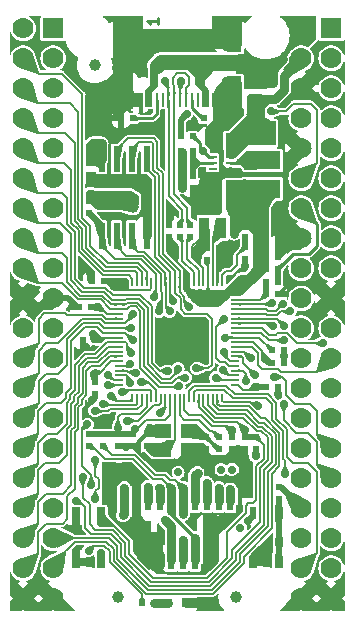
<source format=gbr>
%TF.GenerationSoftware,KiCad,Pcbnew,7.0.11-7.0.11~ubuntu22.04.1*%
%TF.CreationDate,2024-12-17T16:05:17+02:00*%
%TF.ProjectId,RP2350-PICO2-XXL_Rev_A,52503233-3530-42d5-9049-434f322d5858,A*%
%TF.SameCoordinates,PX81b3200PY6e263e0*%
%TF.FileFunction,Copper,L1,Top*%
%TF.FilePolarity,Positive*%
%FSLAX46Y46*%
G04 Gerber Fmt 4.6, Leading zero omitted, Abs format (unit mm)*
G04 Created by KiCad (PCBNEW 7.0.11-7.0.11~ubuntu22.04.1) date 2024-12-17 16:05:17*
%MOMM*%
%LPD*%
G01*
G04 APERTURE LIST*
%ADD10C,0.222250*%
%TA.AperFunction,NonConductor*%
%ADD11C,0.222250*%
%TD*%
%TA.AperFunction,FiducialPad,Global*%
%ADD12C,1.000000*%
%TD*%
%TA.AperFunction,SMDPad,CuDef*%
%ADD13R,0.800000X0.800000*%
%TD*%
%TA.AperFunction,SMDPad,CuDef*%
%ADD14R,0.500000X0.550000*%
%TD*%
%TA.AperFunction,SMDPad,CuDef*%
%ADD15R,0.550000X0.500000*%
%TD*%
%TA.AperFunction,SMDPad,CuDef*%
%ADD16R,1.700000X2.000000*%
%TD*%
%TA.AperFunction,SMDPad,CuDef*%
%ADD17R,1.192000X1.746000*%
%TD*%
%TA.AperFunction,SMDPad,CuDef*%
%ADD18R,0.650000X1.050000*%
%TD*%
%TA.AperFunction,SMDPad,CuDef*%
%ADD19R,1.200000X3.100000*%
%TD*%
%TA.AperFunction,SMDPad,CuDef*%
%ADD20R,0.600000X1.550000*%
%TD*%
%TA.AperFunction,SMDPad,CuDef*%
%ADD21R,0.600000X1.050000*%
%TD*%
%TA.AperFunction,SMDPad,CuDef*%
%ADD22R,1.100000X2.200000*%
%TD*%
%TA.AperFunction,ComponentPad*%
%ADD23O,1.200000X2.200000*%
%TD*%
%TA.AperFunction,SMDPad,CuDef*%
%ADD24R,1.100000X2.000000*%
%TD*%
%TA.AperFunction,ComponentPad*%
%ADD25O,1.300000X2.000000*%
%TD*%
%TA.AperFunction,SMDPad,CuDef*%
%ADD26R,0.300000X1.150000*%
%TD*%
%TA.AperFunction,SMDPad,CuDef*%
%ADD27R,0.250000X1.150000*%
%TD*%
%TA.AperFunction,SMDPad,CuDef*%
%ADD28R,0.900000X1.800000*%
%TD*%
%TA.AperFunction,SMDPad,CuDef*%
%ADD29R,1.400000X1.200000*%
%TD*%
%TA.AperFunction,SMDPad,CuDef*%
%ADD30R,1.016000X1.016000*%
%TD*%
%TA.AperFunction,SMDPad,CuDef*%
%ADD31R,0.780000X0.200000*%
%TD*%
%TA.AperFunction,SMDPad,CuDef*%
%ADD32R,0.200000X0.780000*%
%TD*%
%TA.AperFunction,HeatsinkPad*%
%ADD33C,1.000000*%
%TD*%
%TA.AperFunction,HeatsinkPad*%
%ADD34C,1.800000*%
%TD*%
%TA.AperFunction,HeatsinkPad*%
%ADD35R,3.600000X3.600000*%
%TD*%
%TA.AperFunction,SMDPad,CuDef*%
%ADD36R,3.000000X1.600000*%
%TD*%
%TA.AperFunction,SMDPad,CuDef*%
%ADD37R,0.700000X0.250000*%
%TD*%
%TA.AperFunction,SMDPad,CuDef*%
%ADD38R,0.600000X2.200000*%
%TD*%
%TA.AperFunction,ComponentPad*%
%ADD39R,1.778000X1.778000*%
%TD*%
%TA.AperFunction,ComponentPad*%
%ADD40C,1.778000*%
%TD*%
%TA.AperFunction,ViaPad*%
%ADD41C,0.700000*%
%TD*%
%TA.AperFunction,ViaPad*%
%ADD42C,1.000000*%
%TD*%
%TA.AperFunction,Conductor*%
%ADD43C,0.508000*%
%TD*%
%TA.AperFunction,Conductor*%
%ADD44C,0.304800*%
%TD*%
%TA.AperFunction,Conductor*%
%ADD45C,0.355600*%
%TD*%
%TA.AperFunction,Conductor*%
%ADD46C,1.016000*%
%TD*%
%TA.AperFunction,Conductor*%
%ADD47C,0.200000*%
%TD*%
%TA.AperFunction,Conductor*%
%ADD48C,0.762000*%
%TD*%
%TA.AperFunction,Conductor*%
%ADD49C,0.254000*%
%TD*%
%TA.AperFunction,Conductor*%
%ADD50C,0.406400*%
%TD*%
%TA.AperFunction,Conductor*%
%ADD51C,0.660400*%
%TD*%
%TA.AperFunction,Conductor*%
%ADD52C,1.524000*%
%TD*%
%TA.AperFunction,Conductor*%
%ADD53C,0.711200*%
%TD*%
%TA.AperFunction,Conductor*%
%ADD54C,0.990600*%
%TD*%
%TA.AperFunction,Conductor*%
%ADD55C,0.127000*%
%TD*%
%TA.AperFunction,Conductor*%
%ADD56C,1.270000*%
%TD*%
%TA.AperFunction,Conductor*%
%ADD57C,0.250000*%
%TD*%
G04 APERTURE END LIST*
D10*
D11*
X12862712Y50476001D02*
X12862712Y49968001D01*
X12862712Y50222001D02*
X11973712Y50222001D01*
X11973712Y50222001D02*
X12100712Y50137334D01*
X12100712Y50137334D02*
X12185379Y50052667D01*
X12185379Y50052667D02*
X12227712Y49968001D01*
D12*
%TO.P,FID1,Fid1,FID\u002A*%
%TO.N,unconnected-(FID1-FID\u002A-PadFid1)*%
X9450000Y1500000D03*
%TD*%
D13*
%TO.P,LED1,1,K*%
%TO.N,GND*%
X15262000Y1000000D03*
%TO.P,LED1,2,A*%
%TO.N,Net-(LED1-A)*%
X13738000Y1000000D03*
%TD*%
D12*
%TO.P,FID3,Fid1,FID\u002A*%
%TO.N,unconnected-(FID3-FID\u002A-PadFid1)*%
X7500000Y46500000D03*
%TD*%
%TO.P,FID2,Fid1,FID\u002A*%
%TO.N,unconnected-(FID2-FID\u002A-PadFid1)*%
X19500000Y1500000D03*
%TD*%
D14*
%TO.P,R10,1*%
%TO.N,GND*%
X17758000Y42000000D03*
%TO.P,R10,2*%
%TO.N,/USB_CC1*%
X16742000Y42000000D03*
%TD*%
D15*
%TO.P,R7,1*%
%TO.N,/USB_D+*%
X14700000Y33008000D03*
%TO.P,R7,2*%
%TO.N,/D+*%
X14700000Y31992000D03*
%TD*%
D16*
%TO.P,D1,1,K*%
%TO.N,VSYS*%
X22000000Y40750000D03*
D17*
X22000000Y40877000D03*
%TO.P,D1,2,A*%
%TO.N,VBUS*%
X22000000Y45623000D03*
D16*
X22000000Y45750000D03*
%TD*%
D15*
%TO.P,R6,1*%
%TO.N,/USB_D-*%
X15600000Y33008000D03*
%TO.P,R6,2*%
%TO.N,/D-*%
X15600000Y31992000D03*
%TD*%
%TO.P,R18,1*%
%TO.N,+3.3V*%
X8250000Y15258000D03*
%TO.P,R18,2*%
%TO.N,/GPIO2\u005CI2C1_SDA*%
X8250000Y14242000D03*
%TD*%
%TO.P,R17,1*%
%TO.N,+3.3V*%
X7000000Y15258000D03*
%TO.P,R17,2*%
%TO.N,/GPIO3\u005CI2C1_SCL*%
X7000000Y14242000D03*
%TD*%
D18*
%TO.P,RST1,1*%
%TO.N,/RUN*%
X8075000Y8575000D03*
X8075000Y4425000D03*
%TO.P,RST1,2*%
%TO.N,GND*%
X5925000Y8575000D03*
X5925000Y4425000D03*
%TD*%
D14*
%TO.P,R5,1*%
%TO.N,GND*%
X9742000Y42000000D03*
%TO.P,R5,2*%
%TO.N,/USB_CC2*%
X10758000Y42000000D03*
%TD*%
%TO.P,R12,1*%
%TO.N,VSYS*%
X14792000Y40500000D03*
%TO.P,R12,2*%
%TO.N,/3V3_EN*%
X15808000Y40500000D03*
%TD*%
%TO.P,R8,1*%
%TO.N,/ADC_VREF*%
X23008000Y28150000D03*
%TO.P,R8,2*%
%TO.N,/ADC_AVDD*%
X21992000Y28150000D03*
%TD*%
%TO.P,R4,1*%
%TO.N,+3.3V*%
X21992000Y29250000D03*
%TO.P,R4,2*%
%TO.N,/ADC_VREF*%
X23008000Y29250000D03*
%TD*%
D19*
%TO.P,pUEXT1,0,P0*%
%TO.N,GND*%
X8700000Y11350000D03*
X20300000Y11350000D03*
D20*
%TO.P,pUEXT1,1,P1*%
%TO.N,+3.3V*%
X10000000Y9575000D03*
%TO.P,pUEXT1,2,P2*%
%TO.N,GND*%
X11000000Y9575000D03*
%TO.P,pUEXT1,3,P3*%
%TO.N,/GPIO0\u005CUART0_TX*%
X12000000Y9575000D03*
%TO.P,pUEXT1,4,P4*%
%TO.N,/GPIO1\u005CUART0_RX*%
X13000000Y9575000D03*
%TO.P,pUEXT1,5,P5*%
%TO.N,/GPIO3\u005CI2C1_SCL*%
X14000000Y9575000D03*
%TO.P,pUEXT1,6,P6*%
%TO.N,/GPIO2\u005CI2C1_SDA*%
X15000000Y9575000D03*
%TO.P,pUEXT1,7,P7*%
%TO.N,/GPIO4\u005CSPI0_RX(MISO)*%
X16000000Y9575000D03*
%TO.P,pUEXT1,8,P8*%
%TO.N,/GPIO7\u005CSPI0_TX(MOSI)*%
X17000000Y9575000D03*
%TO.P,pUEXT1,9,P9*%
%TO.N,/GPIO6\u005CSPI0_SCK(SCK)*%
X18000000Y9575000D03*
%TO.P,pUEXT1,10,P10*%
%TO.N,/GPIO5\u005CSPI0_CSn(CS#)*%
X19000000Y9575000D03*
%TD*%
D18*
%TO.P,BOOT1,1*%
%TO.N,/BOOTSEL#*%
X23075000Y8575000D03*
X23075000Y4425000D03*
D21*
%TO.P,BOOT1,2*%
%TO.N,GND*%
X20925000Y8575000D03*
D18*
X20925000Y4425000D03*
%TD*%
D14*
%TO.P,R15,1*%
%TO.N,Net-(LED1-A)*%
X12508000Y1000000D03*
%TO.P,R15,2*%
%TO.N,/GPIO25\u005CUser_Led*%
X11492000Y1000000D03*
%TD*%
D22*
%TO.P,USB-C1,0,SHELL*%
%TO.N,GND*%
X9572400Y44470000D03*
D23*
X10180000Y44470000D03*
X18820000Y44470000D03*
D22*
X19427600Y44470000D03*
D24*
X9572400Y48650000D03*
D25*
X10180000Y48650000D03*
X18820000Y48650000D03*
D24*
X19427600Y48650000D03*
D26*
%TO.P,USB-C1,A1,GND*%
X17825000Y43568000D03*
%TO.P,USB-C1,A4,VBUS*%
%TO.N,VBUS*%
X17025000Y43568000D03*
D27*
%TO.P,USB-C1,A5,CC1*%
%TO.N,/USB_CC1*%
X15750000Y43568000D03*
%TO.P,USB-C1,A6,DP1*%
%TO.N,/USB_D+*%
X14750000Y43568000D03*
%TO.P,USB-C1,A7,DN1*%
%TO.N,/USB_D-*%
X14250000Y43568000D03*
%TO.P,USB-C1,A8,SBU1*%
%TO.N,unconnected-(USB-C1-SBU1-PadA8)*%
X13250000Y43568000D03*
D26*
%TO.P,USB-C1,A9,VBUS*%
%TO.N,VBUS*%
X11975000Y43568000D03*
%TO.P,USB-C1,A12,GND*%
%TO.N,GND*%
X11175000Y43568000D03*
%TO.P,USB-C1,B1,GND*%
X11425000Y43568000D03*
%TO.P,USB-C1,B4,VBUS*%
%TO.N,VBUS*%
X12225000Y43568000D03*
D27*
%TO.P,USB-C1,B5,CC2*%
%TO.N,/USB_CC2*%
X12750000Y43568000D03*
%TO.P,USB-C1,B6,DP2*%
%TO.N,/USB_D+*%
X13750000Y43568000D03*
%TO.P,USB-C1,B7,DN2*%
%TO.N,/USB_D-*%
X15250000Y43568000D03*
%TO.P,USB-C1,B8,SBU2*%
%TO.N,unconnected-(USB-C1-SBU2-PadB8)*%
X16250000Y43568000D03*
D26*
%TO.P,USB-C1,B9,VBUS*%
%TO.N,VBUS*%
X16775000Y43568000D03*
%TO.P,USB-C1,B12,GND*%
%TO.N,GND*%
X17575000Y43568000D03*
%TD*%
D14*
%TO.P,C10,1*%
%TO.N,+3.3V*%
X8258000Y28200000D03*
%TO.P,C10,2*%
%TO.N,GND*%
X7242000Y28200000D03*
%TD*%
D15*
%TO.P,C4,1*%
%TO.N,+3.3V*%
X7500000Y19708000D03*
%TO.P,C4,2*%
%TO.N,GND*%
X7500000Y18692000D03*
%TD*%
D14*
%TO.P,R13,1*%
%TO.N,Net-(U2-FB)*%
X15808000Y38100000D03*
%TO.P,R13,2*%
%TO.N,+3.3V*%
X14792000Y38100000D03*
%TD*%
%TO.P,C17,1*%
%TO.N,/+1V1*%
X22492000Y22375000D03*
%TO.P,C17,2*%
%TO.N,GND*%
X23508000Y22375000D03*
%TD*%
%TO.P,C9,1*%
%TO.N,+3.3V*%
X21992000Y30250000D03*
%TO.P,C9,2*%
%TO.N,GND*%
X23008000Y30250000D03*
%TD*%
%TO.P,C14,1*%
%TO.N,/+1V1*%
X16992000Y31000000D03*
%TO.P,C14,2*%
%TO.N,GND*%
X18008000Y31000000D03*
%TD*%
D15*
%TO.P,C16,1*%
%TO.N,/+1V1*%
X19100000Y15008000D03*
%TO.P,C16,2*%
%TO.N,GND*%
X19100000Y13992000D03*
%TD*%
%TO.P,C11,1*%
%TO.N,+3.3V*%
X13800000Y31992000D03*
%TO.P,C11,2*%
%TO.N,GND*%
X13800000Y33008000D03*
%TD*%
%TO.P,R3,1*%
%TO.N,+3.3V*%
X20250000Y33008000D03*
%TO.P,R3,2*%
%TO.N,/VREG_AVDD*%
X20250000Y31992000D03*
%TD*%
D14*
%TO.P,C3,1*%
%TO.N,+3.3V*%
X7208000Y26000000D03*
%TO.P,C3,2*%
%TO.N,GND*%
X6192000Y26000000D03*
%TD*%
%TO.P,C23,1*%
%TO.N,Net-(U2-FB)*%
X15808000Y39250000D03*
%TO.P,C23,2*%
%TO.N,+3.3V*%
X14792000Y39250000D03*
%TD*%
D28*
%TO.P,L1,1,1*%
%TO.N,/+1V1*%
X16800000Y32750000D03*
%TO.P,L1,2,2*%
%TO.N,Net-(U3-VREG_LX)*%
X18200000Y32750000D03*
%TD*%
D15*
%TO.P,C18,1*%
%TO.N,/VREG_AVDD*%
X20250000Y31108000D03*
%TO.P,C18,2*%
%TO.N,GND*%
X20250000Y30092000D03*
%TD*%
%TO.P,R2,1*%
%TO.N,+3.3V*%
X21200000Y13992000D03*
%TO.P,R2,2*%
%TO.N,/RUN*%
X21200000Y15008000D03*
%TD*%
D29*
%TO.P,Q1,1,1*%
%TO.N,Net-(C20-Pad1)*%
X15500000Y15550000D03*
%TO.P,Q1,2,2*%
%TO.N,Net-(U3-XIN)*%
X13300000Y13950000D03*
%TO.P,Q1,3,case*%
%TO.N,GND*%
X15500000Y13950000D03*
X13300000Y15550000D03*
%TD*%
D14*
%TO.P,C8,1*%
%TO.N,+3.3V*%
X22492000Y21300000D03*
%TO.P,C8,2*%
%TO.N,GND*%
X23508000Y21300000D03*
%TD*%
D15*
%TO.P,C21,1*%
%TO.N,Net-(U3-XIN)*%
X11900000Y14242000D03*
%TO.P,C21,2*%
%TO.N,GND*%
X11900000Y15258000D03*
%TD*%
D14*
%TO.P,C19,1*%
%TO.N,/ADC_AVDD*%
X21992000Y27100000D03*
%TO.P,C19,2*%
%TO.N,GND*%
X23008000Y27100000D03*
%TD*%
D30*
%TO.P,C22,1*%
%TO.N,VSYS*%
X19125000Y40250000D03*
%TO.P,C22,2*%
%TO.N,GND*%
X17347000Y40250000D03*
%TD*%
D15*
%TO.P,C2,1*%
%TO.N,/RUN*%
X20200000Y15008000D03*
%TO.P,C2,2*%
%TO.N,GND*%
X20200000Y13992000D03*
%TD*%
D14*
%TO.P,C12,1*%
%TO.N,+3.3V*%
X21992000Y31250000D03*
%TO.P,C12,2*%
%TO.N,GND*%
X23008000Y31250000D03*
%TD*%
%TO.P,C13,1*%
%TO.N,+3.3V*%
X16992000Y30000000D03*
%TO.P,C13,2*%
%TO.N,GND*%
X18008000Y30000000D03*
%TD*%
D31*
%TO.P,U3,1,GPIO4/SPI0_RX/UART1_TX/I2C0_SDA/PWM2_A/SIO/PIO0/PIO1/PIO2/TRACEDATA2/USB_VBUS_DET*%
%TO.N,/GPIO4\u005CSPI0_RX(MISO)*%
X9603500Y27050000D03*
%TO.P,U3,2,GPIO5/SPI0_CSn/UART1_RX/I2C0_SCL/PWM2_B/SIO/PIO0/PIO1/PIO2/TRACEDATA3/USB_VBUS_EN*%
%TO.N,/GPIO5\u005CSPI0_CSn(CS#)*%
X9603500Y26650000D03*
%TO.P,U3,3,GPIO6/SPI0_SCK/UART1_CTS/I2C1_SDA/PWM3_A/SIO/PIO0/PIO1/PIO2/USB_OVCUR_DET/UART1_TX*%
%TO.N,/GPIO6\u005CSPI0_SCK(SCK)*%
X9603500Y26250000D03*
%TO.P,U3,4,GPIO7/SPI0_TX/UART1_RTS/I2C1_SCL/PWM3_B/SIO/PIO0/PIO1/PIO2/USB_VBUS_DET/UART1_RX*%
%TO.N,/GPIO7\u005CSPI0_TX(MOSI)*%
X9603500Y25850000D03*
%TO.P,U3,5,IOVDD*%
%TO.N,+3.3V*%
X9603500Y25450000D03*
%TO.P,U3,6,GPIO8/SPI1_RX/UART1_TX/I2C0_SDA/PWM4_A/SIO/PIO0/PIO1/PIO2/QMI_CS1n/USB_VBUS_EN*%
%TO.N,/GPIO8\u005CQMI_CS1n*%
X9603500Y25050000D03*
%TO.P,U3,7,GPIO9/SPI1_CSn/UART1_RX/I2C0_SCL/PWM4_B/SIO/PIO0/PIO1/PIO2/USB_OVCUR_DET*%
%TO.N,/GPIO9\u005CSPI1_CSn*%
X9603500Y24650000D03*
%TO.P,U3,8,GPIO10/SPI1_SCK/UART1_CTS/I2C1_SDA/PWM5_A/SIO/PIO0/PIO1/PIO2/USB_VBUS_DET/UART1_TX*%
%TO.N,/GPIO10\u005CSPI1_SCK\u005CSD_CLK*%
X9603500Y24250000D03*
%TO.P,U3,9,GPIO11/SPI1_TX/UART1_RTS/I2C1_SCL/PWM5_B/SIO/PIO0/PIO1/PIO2/USB_VBUS_EN/UART1_RX*%
%TO.N,/GPIO11\u005CSPI1_TX\u005CSD_CMD*%
X9603500Y23850000D03*
%TO.P,U3,10,DVDD*%
%TO.N,/+1V1*%
X9603500Y23450000D03*
%TO.P,U3,11,GPIO12/HSTX/SPI1_RX/UART0_TX/I2C0_SDA/PWM6_A/SIO/PIO0/PIO1/PIO2/CLOCK_GPIN0/USB_OVCUR_DET*%
%TO.N,/GPIO12\u005CSPI1_RX\u005CSD_DAT0*%
X9603500Y23050000D03*
%TO.P,U3,12,GPIO13/HSTX/SPI1_CSn/UART0_RX/I2C0_SCL/PWM6_B/SIO/PIO0/PIO1/PIO2/CLOCK_GPOUT0/USB_VBUS_DET*%
%TO.N,/GPIO13*%
X9603500Y22650000D03*
%TO.P,U3,13,GPIO14/HSTX/SPI1_SCK/UART0_CTS/I2C1_SDA/PWM7_A/SIO/PIO0/PIO1/PIO2/CLOCK_GPIN1/USB_VBUS_EN/UART0_TX*%
%TO.N,/GPIO14*%
X9603500Y22250000D03*
%TO.P,U3,14,GPIO15/HSTX/SPI1_TX/UART0_RTS/I2C1_SCL/PWM7_B/SIO/PIO0/PIO1/PIO2/CLOCK_GPOUT1/USB_OVCUR_DET/UART0_RX*%
%TO.N,/GPIO15*%
X9603500Y21850000D03*
%TO.P,U3,15,IOVDD*%
%TO.N,+3.3V*%
X9603500Y21450000D03*
%TO.P,U3,16,GPIO16/HSTX/SPI0_RX/UART0_TX/I2C0_SDA/PWM0_A/SIO/PIO0/PIO1/PIO2/USB_VBUS_DET*%
%TO.N,/GPIO16*%
X9603500Y21050000D03*
%TO.P,U3,17,GPIO17/HSTX/SPI0_CSn/UART0_RX/I2C0_SCL/PWM0_B/SIO/PIO0/PIO1/PIO2/USB_VBUS_EN*%
%TO.N,/GPIO17*%
X9603500Y20650000D03*
%TO.P,U3,18,GPIO18/HSTX/SPI0_SCK/UART0_CTS/I2C1_SDA/PWM1_A/SIO/PIO0/PIO1/PIO2/USB_OVCUR_DET/UART0_TX*%
%TO.N,/GPIO18*%
X9603500Y20250000D03*
%TO.P,U3,19,GPIO19/HSTX/SPI0_TX/UART0_RTS/I2C1_SCL/PWM1_B/SIO/PIO0/PIO1/PIO2/QMI_CS1n/USB_VBUS_DET/UART0_RX*%
%TO.N,/GPIO19*%
X9603500Y19850000D03*
%TO.P,U3,20,GPIO20/SPI0_RX/UART1_TX/I2C0_SDA/PWM2_A/SIO/PIO0/PIO1/PIO2/CLOCK_GPIN0/USB_VBUS_EN*%
%TO.N,/GPIO20*%
X9603500Y19450000D03*
D32*
%TO.P,U3,21,GPIO21/SPI0_CSn/UART1_RX/I2C0_SCL/PWM2_B/SIO/PIO0/PIO1/PIO2/CLOCK_GPOUT0/USB_OVCUR_DET*%
%TO.N,/GPIO21*%
X10700000Y18353500D03*
%TO.P,U3,22,GPIO22/SPI0_SCK/UART1_CTS/I2C1_SDA/PWM3_A/SIO/PIO0/PIO1/PIO2/CLOCK_GPIN1/USB_VBUS_DET/UART1_TX*%
%TO.N,/GPIO22*%
X11100000Y18353500D03*
%TO.P,U3,23,GPIO23/SPI0_TX/UART1_RTS/I2C1_SCL/PWM3_B/SIO/PIO0/PIO1/PIO2/CLOCK_GPOUT1/USB_VBUS_EN/UART1_RX*%
%TO.N,/GPIO23*%
X11500000Y18353500D03*
%TO.P,U3,24,IOVDD*%
%TO.N,+3.3V*%
X11900000Y18353500D03*
%TO.P,U3,25,GPIO24/SPI1_RX/UART1_TX/I2C0_SDA/PWM4_A/SIO/PIO0/PIO1/PIO2/CLOCK_GPOUT2/USB_OVCUR_DET*%
%TO.N,/GPIO24*%
X12300000Y18353500D03*
%TO.P,U3,26,GPIO25/SPI1_CSn/UART1_RX/I2C0_SCL/PWM4_B/SIO/PIO0/PIO1/PIO2/CLOCK_GPOUT3/USB_VBUS_DET*%
%TO.N,/GPIO25\u005CUser_Led*%
X12700000Y18353500D03*
%TO.P,U3,27,GPIO26/SPI1_SCK/UART1_CTS/I2C1_SDA/PWM5_A/SIO/PIO0/PIO1/PIO2/USB_VBUS_EN/UART1_TX*%
%TO.N,/GPIO26*%
X13100000Y18353500D03*
%TO.P,U3,28,GPIO27/SPI1_TX/UART1_RTS/I2C1_SCL/PWM5_B/SIO/PIO0/PIO1/PIO2/USB_OVCUR_DET/UART1_RX*%
%TO.N,/GPIO27*%
X13500000Y18353500D03*
%TO.P,U3,29,IOVDD*%
%TO.N,+3.3V*%
X13900000Y18353500D03*
%TO.P,U3,30,XIN*%
%TO.N,Net-(U3-XIN)*%
X14300000Y18353500D03*
%TO.P,U3,31,XOUT*%
%TO.N,Net-(U3-XOUT)*%
X14700000Y18353500D03*
%TO.P,U3,32,DVDD*%
%TO.N,/+1V1*%
X15100000Y18353500D03*
%TO.P,U3,33,SWCLK*%
%TO.N,/SWCLK*%
X15500000Y18353500D03*
%TO.P,U3,34,SWDIO*%
%TO.N,/SWDIO*%
X15900000Y18353500D03*
%TO.P,U3,35,RUN(RESET#)*%
%TO.N,/RUN*%
X16300000Y18353500D03*
%TO.P,U3,36,GPIO28/SPI1_RX/UART0_TX/I2C0_SDA/PWM6_A/SIO/PIO0/PIO1/PIO2/USB_VBUS_DET*%
%TO.N,/GPIO28*%
X16700000Y18353500D03*
%TO.P,U3,37,GPIO29/SPI1_CSn/UART0_RX/I2C0_SCL/PWM6_B/SIO/PIO0/PIO1/PIO2/USB_VBUS_EN*%
%TO.N,/GPIO29*%
X17100000Y18353500D03*
%TO.P,U3,38,GPIO30/SPI1_SCK/UART0_CTS/I2C1_SDA/PWM7_A/SIO/PIO0/PIO1/PIO2/USB_OVCUR_DET/UART0_TX*%
%TO.N,/GPIO30*%
X17500000Y18353500D03*
%TO.P,U3,39,GPIO31/SPI1_TX/UART0_RTS/I2C1_SCL/PWM7_B/SIO/PIO0/PIO1/PIO2/USB_VBUS_DET/UART0_RX*%
%TO.N,/GPIO31*%
X17900000Y18353500D03*
%TO.P,U3,40,GPIO32/SPI0_RX/UART0_TX/I2C0_SDA/PWM8_A/SIO/PIO0/PIO1/PIO2/USB_VBUS_EN*%
%TO.N,/GPIO32*%
X18300000Y18353500D03*
D31*
%TO.P,U3,41,IOVDD*%
%TO.N,+3.3V*%
X19396500Y19450000D03*
%TO.P,U3,42,GPIO33/SPI0_CSn/UART0_RX/I2C0_SCL/PWM8_B/SIO/PIO0/PIO1/PIO2/USB_OVCUR_DET*%
%TO.N,/GPIO33*%
X19396500Y19850000D03*
%TO.P,U3,43,GPIO34/SPI0_SCK/UART0_CTS/I2C1_SDA/PWM9_A/SIO/PIO0/PIO1/PIO2/USB_VBUS_DET/UART0_TX*%
%TO.N,/GPIO34*%
X19396500Y20250000D03*
%TO.P,U3,44,GPIO35/SPI0_TX/UART0_RTS/I2C1_SCL/PWM9_B/SIO/PIO0/PIO1/PIO2/USB_VBUS_EN/UART0_RX*%
%TO.N,/GPIO35*%
X19396500Y20650000D03*
%TO.P,U3,45,GPIO36/SPI0_RX/UART1_TX/I2C0_SDA/PWM10_A/SIO/PIO0/PIO1/PIO2/USB_OVCUR_DET*%
%TO.N,/GPIO36*%
X19396500Y21050000D03*
%TO.P,U3,46,GPIO37/SPI0_CSn/UART1_RX/I2C0_SCL/PWM10_B/SIO/PIO0/PIO1/PIO2/USB_VBUS_DET*%
%TO.N,/GPIO37*%
X19396500Y21450000D03*
%TO.P,U3,47,GPIO38/SPI0_SCK/UART1_CTS/I2C1_SDA/PWM11_A/SIO/PIO0/PIO1/PIO2/USB_VBUS_EN/UART1_TX*%
%TO.N,/GPIO38*%
X19396500Y21850000D03*
%TO.P,U3,48,GPIO39/SPI0_TX/UART1_RTS/I2C1_SCL/PWM11_B/SIO/PIO0/PIO1/PIO2/USB_OVCUR_DET/UART1_RX*%
%TO.N,/GPIO39*%
X19396500Y22250000D03*
%TO.P,U3,49,GPIO40_ADC0/SPI1_RX/UART1_TX/I2C0_SDA/PWM8_A/SIO/PIO0/PIO1/PIO2/USB_VBUS_DET*%
%TO.N,/GPIO40*%
X19396500Y22650000D03*
%TO.P,U3,50,IOVDD*%
%TO.N,+3.3V*%
X19396500Y23050000D03*
%TO.P,U3,51,DVDD*%
%TO.N,/+1V1*%
X19396500Y23450000D03*
%TO.P,U3,52,GPIO41_ADC1/SPI1_CSn/UART1_RX/I2C0_SCL/PWM8_B/SIO/PIO0/PIO1/PIO2/USB_VBUS_EN*%
%TO.N,/GPIO41*%
X19396500Y23850000D03*
%TO.P,U3,53,GPIO42_ADC2/SPI1_SCK/UART1_CTS/I2C1_SDA/PWM9_A/SIO/PIO0/PIO1/PIO2/USB_OVCUR_DET/UART1_TX*%
%TO.N,/GPIO42*%
X19396500Y24250000D03*
%TO.P,U3,54,GPIO43_ADC3/SPI1_TX/UART1_RTS/I2C1_SCL/PWM9_B/SIO/PIO0/PIO1/PIO2/USB_VBUS_DET/UART1_RX*%
%TO.N,/GPIO43*%
X19396500Y24650000D03*
%TO.P,U3,55,GPIO44_ADC4/SPI1_RX/UART0_TX/I2C0_SDA/PWM10_A/SIO/PIO0/PIO1/PIO2/USB_VBUS_EN*%
%TO.N,/GPIO44*%
X19396500Y25050000D03*
%TO.P,U3,56,GPIO45_ADC5/SPI1_CSn/UART0_RX/I2C0_SCL/PWM10_B/SIO/PIO0/PIO1/PIO2/USB_OVCUR_DET*%
%TO.N,/GPIO45*%
X19396500Y25450000D03*
%TO.P,U3,57,GPIO46_ADC6/SPI1_SCK/UART0_CTS/I2C1_SDA/PWM11_A/SIO/PIO0/PIO1/PIO2/USB_VBUS_DET/UART0_TX*%
%TO.N,/GPIO46*%
X19396500Y25850000D03*
%TO.P,U3,58,GPIO47_ADC7/SPI1_TX/UART0_RTS/I2C1_SCL/PWM11_B/SIO/PIO0/PIO1/PIO2/QMI_CS1n/USB_VBUS_EN/UART0_RX*%
%TO.N,/GPIO47*%
X19396500Y26250000D03*
%TO.P,U3,59,ADC_AVDD*%
%TO.N,/ADC_AVDD*%
X19396500Y26650000D03*
%TO.P,U3,60,IOVDD*%
%TO.N,+3.3V*%
X19396500Y27050000D03*
D32*
%TO.P,U3,61,VREG_AVDD*%
%TO.N,/VREG_AVDD*%
X18300000Y28146500D03*
%TO.P,U3,62,VREG_PGND*%
%TO.N,GND*%
X17900000Y28146500D03*
%TO.P,U3,63,VREG_LX*%
%TO.N,Net-(U3-VREG_LX)*%
X17500000Y28146500D03*
%TO.P,U3,64,VREG_VIN*%
%TO.N,+3.3V*%
X17100000Y28146500D03*
%TO.P,U3,65,VREG_FB*%
%TO.N,/+1V1*%
X16700000Y28146500D03*
%TO.P,U3,66,USB_DM/UART1_RX/I2C0_SCL/SIO*%
%TO.N,/D-*%
X16300000Y28146500D03*
%TO.P,U3,67,USB_DP/UART1_TX/I2C0_SDA/SIO*%
%TO.N,/D+*%
X15900000Y28146500D03*
%TO.P,U3,68,USB_OTP_VDD*%
%TO.N,+3.3V*%
X15500000Y28146500D03*
%TO.P,U3,69,QSPI_IOVDD*%
X15100000Y28146500D03*
%TO.P,U3,70,QSPI_SD3/QMI_SD3/UART0_RTS/I2C1_SCL/SIO/UART0_RX*%
%TO.N,/QSPI_SD3*%
X14700000Y28146500D03*
%TO.P,U3,71,QSPI_SCLK/QMI_SCK/UART1_CTS/I2C1_SDA/SIO/UART1_TX*%
%TO.N,/QSPI_CLK*%
X14300000Y28146500D03*
%TO.P,U3,72,QSPI_SD0/QMI_SD0/UART0_TX/I2C0_SDA/SIO*%
%TO.N,/QSPI_SD0*%
X13900000Y28146500D03*
%TO.P,U3,73,QSPI_SD2/QMI_SD2/UART0_CTS/I2C1_SDA/SIO/UART0_TX*%
%TO.N,/QSPI_SD2*%
X13500000Y28146500D03*
%TO.P,U3,74,QSPI_SD1/QMI_SD1/UART0_RX/I2C0_SCL/SIO*%
%TO.N,/QSPI_SD1*%
X13100000Y28146500D03*
%TO.P,U3,75,QSPI_SSn/QMI_CS0n/UART1_RTS/I2C1_SCL/SIO/UART1_RX*%
%TO.N,/QSPI_CSn*%
X12700000Y28146500D03*
%TO.P,U3,76,IOVDD*%
%TO.N,+3.3V*%
X12300000Y28146500D03*
%TO.P,U3,77,GPIO0/SPI0_RX/UART0_TX/I2C0_SDA/PWM0_A/SIO/PIO0/PIO1/PIO2/QMI_CS1n/USB_OVCUR_DET*%
%TO.N,/GPIO0\u005CUART0_TX*%
X11900000Y28146500D03*
%TO.P,U3,78,GPIO1/SPI0_CSn/UART0_RX/I2C0_SCL/PWM0_B/SIO/PIO0/PIO1/PIO2/TRACECLK/USB_VBUS_DET*%
%TO.N,/GPIO1\u005CUART0_RX*%
X11500000Y28146500D03*
%TO.P,U3,79,GPIO2/SPI0_SCK/UART0_CTS/I2C1_SDA/PWM1_A/SIO/PIO0/PIO1/PIO2/TRACEDATA0/USB_VBUS_EN/UART0_TX*%
%TO.N,/GPIO2\u005CI2C1_SDA*%
X11100000Y28146500D03*
%TO.P,U3,80,GPIO3/SPI0_TX/UART0_RTS/I2C1_SCL/PWM1_B/SIO/PIO0/PIO1/PIO2/TRACEDATA1/USB_OVCUR_DET/UART0_RX*%
%TO.N,/GPIO3\u005CI2C1_SCL*%
X10700000Y28146500D03*
D33*
%TO.P,U3,81,GND(EPAD)*%
%TO.N,GND*%
X15700000Y24450000D03*
X13300000Y24450000D03*
D34*
X14500000Y23250000D03*
D35*
X14500000Y23250000D03*
D33*
X15700000Y22050000D03*
X13300000Y21980000D03*
%TD*%
D36*
%TO.P,L2,1,1*%
%TO.N,+3.3V*%
X21750000Y36050000D03*
%TO.P,L2,2,2*%
%TO.N,/SW1*%
X21750000Y38450000D03*
%TD*%
D14*
%TO.P,C7,1*%
%TO.N,+3.3V*%
X21992000Y19250000D03*
%TO.P,C7,2*%
%TO.N,GND*%
X23008000Y19250000D03*
%TD*%
D37*
%TO.P,U2,1,GND*%
%TO.N,GND*%
X19000000Y37750000D03*
%TO.P,U2,2,SW*%
%TO.N,/SW1*%
X19000000Y38250000D03*
%TO.P,U2,3,VIN*%
%TO.N,VSYS*%
X19000000Y38750000D03*
%TO.P,U2,4,EN*%
%TO.N,/3V3_EN*%
X17500000Y38750000D03*
%TO.P,U2,5,FB*%
%TO.N,Net-(U2-FB)*%
X17500000Y38250000D03*
%TO.P,U2,6,PG*%
%TO.N,unconnected-(U2-PG-Pad6)*%
X17500000Y37750000D03*
%TD*%
D15*
%TO.P,C20,1*%
%TO.N,Net-(C20-Pad1)*%
X16900000Y15008000D03*
%TO.P,C20,2*%
%TO.N,GND*%
X16900000Y13992000D03*
%TD*%
D30*
%TO.P,C24,1*%
%TO.N,+3.3V*%
X19139000Y36250000D03*
%TO.P,C24,2*%
%TO.N,GND*%
X17361000Y36250000D03*
%TD*%
D15*
%TO.P,R11,1*%
%TO.N,/QSPI_CSn*%
X23100000Y10808000D03*
%TO.P,R11,2*%
%TO.N,/BOOTSEL#*%
X23100000Y9792000D03*
%TD*%
%TO.P,R1,1*%
%TO.N,+3.3V*%
X7000000Y35008000D03*
%TO.P,R1,2*%
%TO.N,/QSPI_CSn*%
X7000000Y33992000D03*
%TD*%
%TO.P,C1,1*%
%TO.N,GND*%
X7000000Y37242000D03*
%TO.P,C1,2*%
%TO.N,+3.3V*%
X7000000Y38258000D03*
%TD*%
D38*
%TO.P,U1,1,#CS*%
%TO.N,/QSPI_CSn*%
X8085000Y32085000D03*
%TO.P,U1,2,DO(IO1)*%
%TO.N,/QSPI_SD1*%
X9355000Y32085000D03*
%TO.P,U1,3,#WP(IO2)*%
%TO.N,/QSPI_SD2*%
X10625000Y32085000D03*
%TO.P,U1,4,GND*%
%TO.N,GND*%
X11895000Y32085000D03*
%TO.P,U1,5,DI(IO0)*%
%TO.N,/QSPI_SD0*%
X11895000Y38555000D03*
%TO.P,U1,6,CLK*%
%TO.N,/QSPI_CLK*%
X10625000Y38555000D03*
%TO.P,U1,7,#HOLD(IO3)*%
%TO.N,/QSPI_SD3*%
X9355000Y38555000D03*
%TO.P,U1,8,VCC*%
%TO.N,+3.3V*%
X8085000Y38555000D03*
%TD*%
D15*
%TO.P,R9,1*%
%TO.N,Net-(C20-Pad1)*%
X18000000Y13992000D03*
%TO.P,R9,2*%
%TO.N,Net-(U3-XOUT)*%
X18000000Y15008000D03*
%TD*%
D30*
%TO.P,C25,1*%
%TO.N,+3.3V*%
X19139000Y34750000D03*
%TO.P,C25,2*%
%TO.N,GND*%
X17361000Y34750000D03*
%TD*%
D15*
%TO.P,R14,1*%
%TO.N,Net-(U2-FB)*%
X15800000Y37108000D03*
%TO.P,R14,2*%
%TO.N,GND*%
X15800000Y36092000D03*
%TD*%
D19*
%TO.P,QWST1,0*%
%TO.N,GND*%
X11700000Y6350000D03*
X17300000Y6350000D03*
D20*
%TO.P,QWST1,1,GND*%
X13000000Y4575000D03*
%TO.P,QWST1,2,VCC*%
%TO.N,+3.3V*%
X14000000Y4575000D03*
%TO.P,QWST1,3,SDA*%
%TO.N,/GPIO2\u005CI2C1_SDA*%
X15000000Y4575000D03*
%TO.P,QWST1,4,SCL*%
%TO.N,/GPIO3\u005CI2C1_SCL*%
X16000000Y4575000D03*
%TD*%
D14*
%TO.P,C15,1*%
%TO.N,/+1V1*%
X7508000Y23250000D03*
%TO.P,C15,2*%
%TO.N,GND*%
X6492000Y23250000D03*
%TD*%
D15*
%TO.P,C6,1*%
%TO.N,+3.3V*%
X10750000Y15258000D03*
%TO.P,C6,2*%
%TO.N,GND*%
X10750000Y14242000D03*
%TD*%
%TO.P,C5,1*%
%TO.N,+3.3V*%
X9500000Y15258000D03*
%TO.P,C5,2*%
%TO.N,GND*%
X9500000Y14242000D03*
%TD*%
D39*
%TO.P,EXT1,1,1*%
%TO.N,+3.3V*%
X4000000Y49630000D03*
D40*
%TO.P,EXT1,2,2*%
X1460000Y49630000D03*
%TO.P,EXT1,3,3*%
%TO.N,/GPIO16*%
X4000000Y47090000D03*
%TO.P,EXT1,4,4*%
%TO.N,/GPIO0\u005CUART0_TX*%
X1460000Y47090000D03*
%TO.P,EXT1,5,5*%
%TO.N,/GPIO17*%
X4000000Y44550000D03*
%TO.P,EXT1,6,6*%
%TO.N,/GPIO1\u005CUART0_RX*%
X1460000Y44550000D03*
%TO.P,EXT1,7,7*%
%TO.N,/GPIO18*%
X4000000Y42010000D03*
%TO.P,EXT1,8,8*%
%TO.N,/GPIO2\u005CI2C1_SDA*%
X1460000Y42010000D03*
%TO.P,EXT1,9,9*%
%TO.N,/GPIO19*%
X4000000Y39470000D03*
%TO.P,EXT1,10,10*%
%TO.N,/GPIO3\u005CI2C1_SCL*%
X1460000Y39470000D03*
%TO.P,EXT1,11,11*%
%TO.N,/GPIO20*%
X4000000Y36930000D03*
%TO.P,EXT1,12,12*%
%TO.N,/GPIO4\u005CSPI0_RX(MISO)*%
X1460000Y36930000D03*
%TO.P,EXT1,13,13*%
%TO.N,/GPIO21*%
X4000000Y34390000D03*
%TO.P,EXT1,14,14*%
%TO.N,/GPIO5\u005CSPI0_CSn(CS#)*%
X1460000Y34390000D03*
%TO.P,EXT1,15,15*%
%TO.N,/GPIO22*%
X4000000Y31850000D03*
%TO.P,EXT1,16,16*%
%TO.N,/GPIO6\u005CSPI0_SCK(SCK)*%
X1460000Y31850000D03*
%TO.P,EXT1,17,17*%
%TO.N,/GPIO23*%
X4000000Y29310000D03*
%TO.P,EXT1,18,18*%
%TO.N,/GPIO7\u005CSPI0_TX(MOSI)*%
X1460000Y29310000D03*
%TO.P,EXT1,19,19*%
%TO.N,GND*%
X4000000Y26770000D03*
%TO.P,EXT1,20,20*%
X1460000Y26770000D03*
%TO.P,EXT1,21,21*%
%TO.N,+3.3V*%
X4000000Y24230000D03*
%TO.P,EXT1,22,22*%
X1460000Y24230000D03*
%TO.P,EXT1,23,23*%
%TO.N,/GPIO24*%
X4000000Y21690000D03*
%TO.P,EXT1,24,24*%
%TO.N,/GPIO8\u005CQMI_CS1n*%
X1460000Y21690000D03*
%TO.P,EXT1,25,25*%
%TO.N,/GPIO25\u005CUser_Led*%
X4000000Y19150000D03*
%TO.P,EXT1,26,26*%
%TO.N,/GPIO9\u005CSPI1_CSn*%
X1460000Y19150000D03*
%TO.P,EXT1,27,27*%
%TO.N,/GPIO26*%
X4000000Y16610000D03*
%TO.P,EXT1,28,28*%
%TO.N,/GPIO10\u005CSPI1_SCK\u005CSD_CLK*%
X1460000Y16610000D03*
%TO.P,EXT1,29,29*%
%TO.N,/GPIO27*%
X4000000Y14070000D03*
%TO.P,EXT1,30,30*%
%TO.N,/GPIO11\u005CSPI1_TX\u005CSD_CMD*%
X1460000Y14070000D03*
%TO.P,EXT1,31,31*%
%TO.N,/GPIO28*%
X4000000Y11530000D03*
%TO.P,EXT1,32,32*%
%TO.N,/GPIO12\u005CSPI1_RX\u005CSD_DAT0*%
X1460000Y11530000D03*
%TO.P,EXT1,33,33*%
%TO.N,/GPIO29*%
X4000000Y8990000D03*
%TO.P,EXT1,34,34*%
%TO.N,/GPIO13*%
X1460000Y8990000D03*
%TO.P,EXT1,35,35*%
%TO.N,/GPIO30*%
X4000000Y6450000D03*
%TO.P,EXT1,36,36*%
%TO.N,/GPIO14*%
X1460000Y6450000D03*
%TO.P,EXT1,37,37*%
%TO.N,/GPIO31*%
X4000000Y3910000D03*
%TO.P,EXT1,38,38*%
%TO.N,/GPIO15*%
X1460000Y3910000D03*
%TO.P,EXT1,39,39*%
%TO.N,GND*%
X4000000Y1370000D03*
%TO.P,EXT1,40,40*%
X1460000Y1370000D03*
%TD*%
D39*
%TO.P,EXT2,1,1*%
%TO.N,+3.3V*%
X27540000Y49630000D03*
D40*
%TO.P,EXT2,2,2*%
%TO.N,VBUS*%
X25000000Y49630000D03*
%TO.P,EXT2,3,3*%
%TO.N,/GPIO32*%
X27540000Y47090000D03*
%TO.P,EXT2,4,4*%
%TO.N,VSYS*%
X25000000Y47090000D03*
%TO.P,EXT2,5,5*%
%TO.N,/GPIO33*%
X27540000Y44550000D03*
%TO.P,EXT2,6,6*%
%TO.N,GND*%
X25000000Y44550000D03*
%TO.P,EXT2,7,7*%
%TO.N,/GPIO34*%
X27540000Y42010000D03*
%TO.P,EXT2,8,8*%
%TO.N,+3.3V*%
X25000000Y42010000D03*
%TO.P,EXT2,9,9*%
%TO.N,/GPIO35*%
X27540000Y39470000D03*
%TO.P,EXT2,10,10*%
%TO.N,GND*%
X25000000Y39470000D03*
%TO.P,EXT2,11,11*%
%TO.N,/GPIO36*%
X27540000Y36930000D03*
%TO.P,EXT2,12,12*%
%TO.N,/3V3_EN*%
X25000000Y36930000D03*
%TO.P,EXT2,13,13*%
%TO.N,/GPIO37*%
X27540000Y34390000D03*
%TO.P,EXT2,14,14*%
%TO.N,/ADC_VREF*%
X25000000Y34390000D03*
%TO.P,EXT2,15,15*%
%TO.N,/GPIO38*%
X27540000Y31850000D03*
%TO.P,EXT2,16,16*%
%TO.N,GND*%
X25000000Y31850000D03*
%TO.P,EXT2,17,17*%
%TO.N,/GPIO39*%
X27540000Y29310000D03*
%TO.P,EXT2,18,18*%
%TO.N,/RUN*%
X25000000Y29310000D03*
%TO.P,EXT2,19,19*%
%TO.N,GND*%
X27540000Y26770000D03*
%TO.P,EXT2,20,20*%
%TO.N,/BOOTSEL#*%
X25000000Y26770000D03*
%TO.P,EXT2,21,21*%
%TO.N,+3.3V*%
X27540000Y24230000D03*
%TO.P,EXT2,22,22*%
X25000000Y24230000D03*
%TO.P,EXT2,23,23*%
%TO.N,/GPIO40*%
X27540000Y21690000D03*
%TO.P,EXT2,24,24*%
%TO.N,/QSPI_SD0*%
X25000000Y21690000D03*
%TO.P,EXT2,25,25*%
%TO.N,/GPIO41*%
X27540000Y19150000D03*
%TO.P,EXT2,26,26*%
%TO.N,/QSPI_SD1*%
X25000000Y19150000D03*
%TO.P,EXT2,27,27*%
%TO.N,/GPIO42*%
X27540000Y16610000D03*
%TO.P,EXT2,28,28*%
%TO.N,/QSPI_SD2*%
X25000000Y16610000D03*
%TO.P,EXT2,29,29*%
%TO.N,/GPIO43*%
X27540000Y14070000D03*
%TO.P,EXT2,30,30*%
%TO.N,/QSPI_SD3*%
X25000000Y14070000D03*
%TO.P,EXT2,31,31*%
%TO.N,/GPIO44*%
X27540000Y11530000D03*
%TO.P,EXT2,32,32*%
%TO.N,/QSPI_CLK*%
X25000000Y11530000D03*
%TO.P,EXT2,33,33*%
%TO.N,/GPIO45*%
X27540000Y8990000D03*
%TO.P,EXT2,34,34*%
%TO.N,/QSPI_CSn*%
X25000000Y8990000D03*
%TO.P,EXT2,35,35*%
%TO.N,/GPIO46*%
X27540000Y6450000D03*
%TO.P,EXT2,36,36*%
%TO.N,/SWDIO*%
X25000000Y6450000D03*
%TO.P,EXT2,37,37*%
%TO.N,/GPIO47*%
X27540000Y3910000D03*
%TO.P,EXT2,38,38*%
%TO.N,/SWCLK*%
X25000000Y3910000D03*
%TO.P,EXT2,39,39*%
%TO.N,GND*%
X27540000Y1370000D03*
%TO.P,EXT2,40,40*%
X25000000Y1370000D03*
%TD*%
D41*
%TO.N,GND*%
X12600000Y12800000D03*
X8970000Y8600000D03*
X11900000Y36600000D03*
D42*
X13500000Y48750000D03*
X11500000Y48750000D03*
D41*
X7097500Y28891743D03*
X11900000Y35300000D03*
X18600000Y31250000D03*
X10125000Y14150000D03*
X19400000Y31250000D03*
D42*
X10177000Y50095000D03*
D41*
X13400000Y12800000D03*
X7159000Y36600000D03*
X19675000Y14000000D03*
X7320302Y18172075D03*
X6789425Y22650000D03*
X16400000Y35287997D03*
X12200000Y15800000D03*
X10000000Y11700000D03*
X20250000Y29500000D03*
X18600000Y30500000D03*
D42*
X17450000Y1000000D03*
X17500000Y48750000D03*
X8500000Y44500000D03*
X15500000Y48750000D03*
D41*
X11905000Y34500000D03*
X16400000Y36092000D03*
X18600000Y29750000D03*
X8970000Y9350000D03*
X5925000Y7700000D03*
X19650000Y37350000D03*
D42*
X9572398Y46522400D03*
D41*
X18900000Y37350000D03*
X10000000Y12500000D03*
X5925000Y5300000D03*
X23046304Y18642961D03*
X23570000Y21910000D03*
D42*
X16300000Y1000000D03*
D41*
X20200000Y13300000D03*
D42*
X10750000Y46522400D03*
D41*
X20488119Y7920497D03*
X9800000Y36600000D03*
X13912002Y33600000D03*
D42*
X18813000Y50095000D03*
D41*
X21600000Y4500000D03*
X13912002Y34349994D03*
X18200000Y37100000D03*
X17000000Y4050000D03*
%TO.N,/USB_D+*%
X13435390Y45142000D03*
X14803393Y45144771D03*
%TO.N,+3.3V*%
X7100000Y39650000D03*
X9488808Y15758000D03*
X21600000Y33950000D03*
X20800000Y33950000D03*
X21600000Y33200000D03*
X21450000Y30750000D03*
X14000000Y7400000D03*
X10915000Y35300000D03*
D42*
X21500000Y34800000D03*
D41*
X19500000Y33800000D03*
X20800000Y33200000D03*
X7782038Y26013000D03*
D42*
X10750000Y34500000D03*
D41*
X17026189Y26813811D03*
X15660000Y27200000D03*
X21090000Y19240000D03*
X10903817Y15742404D03*
X10000000Y10700000D03*
X14918034Y36150000D03*
X19500000Y33000000D03*
X13424639Y8025844D03*
D42*
X20500000Y34800000D03*
D41*
X21955678Y21611944D03*
X16400000Y26440000D03*
X7100000Y38900000D03*
X14250000Y31000000D03*
X9912800Y8405000D03*
X21145968Y13391936D03*
X16400000Y27206498D03*
X10000000Y28100000D03*
X14918034Y36923966D03*
X19300000Y32250000D03*
X7436498Y20400000D03*
X7089789Y35631777D03*
%TO.N,/+1V1*%
X16130000Y30250000D03*
X16130000Y30973803D03*
X7400877Y23728242D03*
X18500000Y23450000D03*
X19100000Y15600006D03*
X16600000Y31500000D03*
%TO.N,/SWDIO*%
X23600000Y11900000D03*
%TO.N,/RUN*%
X8000000Y7765500D03*
X8000000Y5200000D03*
X20200000Y15600000D03*
%TO.N,VBUS*%
X20800000Y45000000D03*
X20800000Y46600000D03*
X20097318Y46990715D03*
X20800000Y45800000D03*
%TO.N,/GPIO25\u005CUser_Led*%
X11444402Y19674500D03*
X6889850Y16109850D03*
X7216596Y11000000D03*
X7000000Y5400000D03*
%TO.N,/GPIO29*%
X5900000Y9650002D03*
%TO.N,/GPIO7\u005CSPI0_TX(MOSI)*%
X14656263Y19321525D03*
X16985184Y11127541D03*
%TO.N,/GPIO5\u005CSPI0_CSn(CS#)*%
X14570816Y20825900D03*
X18990761Y10590157D03*
%TO.N,/GPIO4\u005CSPI0_RX(MISO)*%
X16211794Y11988233D03*
X13700000Y20600000D03*
%TO.N,/GPIO0\u005CUART0_TX*%
X12000000Y10800000D03*
%TO.N,/GPIO1\u005CUART0_RX*%
X12966095Y10740595D03*
%TO.N,/GPIO18*%
X10538813Y19621658D03*
%TO.N,/GPIO24*%
X9820000Y18799998D03*
%TO.N,/GPIO20*%
X8650000Y19400000D03*
%TO.N,/GPIO19*%
X8663498Y20300000D03*
%TO.N,/GPIO21*%
X8900000Y18500000D03*
%TO.N,/GPIO23*%
X7517592Y17268482D03*
%TO.N,/GPIO22*%
X8218084Y17849416D03*
%TO.N,/GPIO26*%
X10248685Y16359500D03*
%TO.N,/GPIO27*%
X13046085Y17099596D03*
%TO.N,/GPIO28*%
X6500000Y11600000D03*
%TO.N,/3V3_EN*%
X16699996Y39200000D03*
X22432500Y42600000D03*
%TO.N,/BOOTSEL#*%
X19851721Y7284100D03*
X23127467Y6147533D03*
%TO.N,VSYS*%
X15281782Y42381788D03*
X20700000Y43700000D03*
X21500000Y43700000D03*
X20700000Y42900000D03*
X21500000Y42900000D03*
%TO.N,/GPIO9\u005CSPI1_CSn*%
X10710192Y25467675D03*
%TO.N,/GPIO12\u005CSPI1_RX\u005CSD_DAT0*%
X10559378Y22126459D03*
%TO.N,/GPIO10\u005CSPI1_SCK\u005CSD_CLK*%
X10600444Y24236500D03*
%TO.N,/GPIO11\u005CSPI1_TX\u005CSD_CMD*%
X10749492Y23279335D03*
%TO.N,/GPIO3\u005CI2C1_SCL*%
X13993264Y10701256D03*
%TO.N,/GPIO2\u005CI2C1_SDA*%
X14999995Y6299995D03*
X14999996Y8500002D03*
X15000000Y10700000D03*
%TO.N,/GPIO17*%
X10966127Y20439922D03*
%TO.N,/GPIO16*%
X10529561Y21226951D03*
%TO.N,/GPIO6\u005CSPI0_SCK(SCK)*%
X18000000Y10700000D03*
X15172670Y20058633D03*
%TO.N,/GPIO47*%
X22515809Y26331194D03*
%TO.N,/GPIO46*%
X23414302Y26285698D03*
%TO.N,/GPIO45*%
X24053960Y25652577D03*
%TO.N,/QSPI_CSn*%
X12531613Y26900000D03*
X14568988Y12025000D03*
%TO.N,/GPIO44*%
X23559283Y24438500D03*
X23538814Y17825921D03*
%TO.N,/QSPI_CLK*%
X16120547Y20845998D03*
X18210000Y12260000D03*
%TO.N,/QSPI_SD0*%
X14152408Y26506374D03*
X7561065Y13050000D03*
X7550355Y9780209D03*
%TO.N,/QSPI_SD1*%
X12963500Y25654002D03*
%TO.N,/GPIO41*%
X23525000Y23200002D03*
%TO.N,/GPIO42*%
X26850000Y22960368D03*
%TO.N,/QSPI_SD2*%
X13863503Y25654002D03*
%TO.N,/QSPI_SD3*%
X15461683Y26061683D03*
X19112196Y12272115D03*
%TO.N,/GPIO43*%
X22725000Y20125000D03*
X22632546Y24423825D03*
%TO.N,/GPIO35*%
X20340000Y19740000D03*
%TO.N,/GPIO34*%
X18376267Y20676267D03*
%TO.N,/GPIO33*%
X17739869Y20039869D03*
%TO.N,/GPIO32*%
X21370000Y17686500D03*
%TO.N,/GPIO36*%
X18440000Y25010000D03*
%TO.N,/GPIO37*%
X18439608Y22193758D03*
%TO.N,/GPIO38*%
X21086500Y20252141D03*
%TO.N,/GPIO39*%
X20700000Y21700000D03*
%TD*%
D43*
%TO.N,GND*%
X17758000Y42000000D02*
X17758000Y43501000D01*
D44*
X14547600Y12997600D02*
X14800000Y13250000D01*
D43*
X18007000Y34104000D02*
X18007000Y36896000D01*
D45*
X17300000Y6350000D02*
X17300000Y7000000D01*
D43*
X23657000Y31899000D02*
X23608000Y31850000D01*
X23508000Y21848000D02*
X23508000Y21300000D01*
X17825000Y43568000D02*
X18525600Y43568000D01*
X23657000Y32600000D02*
X23657000Y31899000D01*
X9742000Y42000000D02*
X9742000Y43037000D01*
X16900000Y13659000D02*
X15791000Y13659000D01*
X15918300Y35973700D02*
X15800000Y36092000D01*
X9796000Y43491000D02*
X11193000Y43491000D01*
D45*
X18051000Y39551000D02*
X18051000Y41900000D01*
D46*
X9572400Y44470000D02*
X9572400Y46300000D01*
D45*
X18227800Y41400000D02*
X18227800Y42600000D01*
D43*
X16900000Y13992000D02*
X16900000Y13659000D01*
X18007000Y34104000D02*
X15918300Y34104000D01*
X17361000Y36261000D02*
X18200000Y37100000D01*
D46*
X8500000Y44500000D02*
X9572398Y45572398D01*
D47*
X13000000Y4575000D02*
X13000000Y3960000D01*
D43*
X18008000Y31000000D02*
X18100000Y31000000D01*
X7000000Y37242000D02*
X7248000Y37242000D01*
D46*
X10180000Y45952400D02*
X10750000Y46522400D01*
X18820000Y44470000D02*
X18857000Y44507000D01*
X10180000Y44470000D02*
X10180000Y47044000D01*
D43*
X20488119Y7920497D02*
X20925000Y8357378D01*
X11900000Y15258000D02*
X13008000Y15258000D01*
D47*
X12422500Y4177500D02*
X12382500Y4177500D01*
D43*
X10217000Y14242000D02*
X10125000Y14150000D01*
D48*
X9639527Y11700000D02*
X8970000Y11030473D01*
D45*
X18900000Y8200000D02*
X19250000Y8200000D01*
D43*
X18007000Y36896000D02*
X18227800Y37116800D01*
D44*
X14000000Y12997600D02*
X14350000Y12997600D01*
D48*
X12382500Y4177500D02*
X11070000Y5490000D01*
D44*
X11050000Y14450000D02*
X11858000Y15258000D01*
D46*
X10177000Y50095000D02*
X9572398Y49490398D01*
D48*
X17600000Y8000000D02*
X17900000Y8000000D01*
D43*
X19702000Y44195600D02*
X19702000Y42874200D01*
D49*
X18527800Y37750000D02*
X18227800Y38050000D01*
D44*
X12192000Y12800000D02*
X12600000Y12800000D01*
D48*
X9590000Y48650000D02*
X9542000Y48698000D01*
D43*
X19100000Y13992000D02*
X19667000Y13992000D01*
X18008000Y29750000D02*
X18008000Y30750000D01*
D45*
X19850000Y8800000D02*
X19375000Y8325000D01*
D43*
X18007000Y34104000D02*
X17750000Y34104000D01*
D44*
X13400000Y12800000D02*
X13802400Y12800000D01*
D43*
X5925000Y4425000D02*
X5925000Y5300000D01*
X17347000Y40250000D02*
X17090000Y40507000D01*
D46*
X18813000Y50095000D02*
X18813000Y50063000D01*
D43*
X7500000Y18692000D02*
X7500000Y18351773D01*
D49*
X18177000Y37431000D02*
X17790000Y37044000D01*
X9830000Y7697000D02*
X9830000Y7621125D01*
D46*
X9210000Y43500000D02*
X10180000Y44470000D01*
D44*
X14800000Y13250000D02*
X14838000Y13288000D01*
D43*
X23008000Y31610000D02*
X23008000Y32544000D01*
X17825000Y43568000D02*
X17918000Y43568000D01*
D48*
X8700000Y11350000D02*
X8700000Y12500000D01*
D46*
X10180000Y48650000D02*
X10180000Y50092000D01*
X18820000Y48650000D02*
X18813000Y48650000D01*
D48*
X11700000Y7525000D02*
X11000000Y8225000D01*
D49*
X11425000Y43568000D02*
X11243000Y43568000D01*
D43*
X23008000Y30250000D02*
X23179000Y30421000D01*
D49*
X9830000Y7697000D02*
X9505250Y7697000D01*
D43*
X17750000Y34104000D02*
X16914300Y34104000D01*
D47*
X17900000Y29050000D02*
X18008000Y29158000D01*
D44*
X11296000Y13696000D02*
X11994400Y12997600D01*
D46*
X19427600Y49480400D02*
X19427600Y48650000D01*
D49*
X10227000Y7697000D02*
X10060000Y7697000D01*
D43*
X15542000Y13992000D02*
X15500000Y13950000D01*
D47*
X13130000Y3470000D02*
X13000000Y3600000D01*
X13000000Y3640000D02*
X13000000Y4575000D01*
D46*
X9572398Y45572398D02*
X9572398Y46522400D01*
D49*
X19600000Y37750000D02*
X19700000Y37750000D01*
D43*
X12200000Y15800000D02*
X13050000Y15800000D01*
D48*
X9478000Y48762000D02*
X9542000Y48698000D01*
D50*
X17352000Y37044000D02*
X18075400Y37044000D01*
D48*
X17000000Y6050000D02*
X17000000Y4050000D01*
D49*
X9830000Y7697000D02*
X10424125Y7697000D01*
D43*
X17750000Y34104000D02*
X16614300Y34104000D01*
X21600000Y5630000D02*
X21600000Y5080000D01*
D47*
X17900000Y28146500D02*
X17900000Y29642000D01*
D43*
X17090000Y40507000D02*
X17090000Y41052000D01*
D50*
X17347000Y40250000D02*
X18048500Y39548500D01*
D43*
X24608000Y31850000D02*
X25000000Y31850000D01*
X18729000Y13288000D02*
X19100000Y13659000D01*
D45*
X18227800Y37450000D02*
X18227800Y37116800D01*
D44*
X11250000Y13900000D02*
X11250000Y14650000D01*
D43*
X17090000Y41052000D02*
X17758000Y41720000D01*
D47*
X17900000Y28925000D02*
X17900000Y29050000D01*
D50*
X18253200Y37221800D02*
X18253200Y37750000D01*
D51*
X17790000Y37044000D02*
X18155000Y37044000D01*
D43*
X17347000Y40250000D02*
X17758000Y40661000D01*
X18440000Y44470000D02*
X18820000Y44470000D01*
X8500000Y43242000D02*
X9742000Y42000000D01*
D48*
X18600000Y31250000D02*
X19350000Y31250000D01*
D43*
X19675000Y14000000D02*
X19675000Y13825000D01*
X18054000Y30400000D02*
X18054000Y29750000D01*
D44*
X14838000Y13288000D02*
X16300000Y13288000D01*
D43*
X17758000Y43501000D02*
X17825000Y43568000D01*
D48*
X7890000Y36600000D02*
X9800000Y36600000D01*
D44*
X14350000Y12997600D02*
X14547600Y12997600D01*
D49*
X19600000Y37550000D02*
X19600000Y37350000D01*
D48*
X11700000Y6350000D02*
X11700000Y7525000D01*
D43*
X19792000Y13300000D02*
X20200000Y13300000D01*
D44*
X20300000Y12106842D02*
X20300000Y11350000D01*
X11994400Y12997600D02*
X14000000Y12997600D01*
D43*
X17271000Y13288000D02*
X18729000Y13288000D01*
D49*
X18227800Y37450000D02*
X18327800Y37350000D01*
D46*
X18813000Y50063000D02*
X17500000Y48750000D01*
D43*
X11175000Y43568000D02*
X11175000Y43346000D01*
D49*
X10511125Y7290000D02*
X10511125Y7610000D01*
D45*
X17400000Y6350000D02*
X17300000Y6350000D01*
D43*
X17347000Y40250000D02*
X17347000Y40789000D01*
D48*
X17600000Y6050000D02*
X17300000Y6350000D01*
D43*
X15918300Y35100000D02*
X15918300Y35973700D01*
D50*
X17758000Y41200000D02*
X17758000Y39839000D01*
D48*
X16558000Y36250000D02*
X17361000Y36250000D01*
D44*
X11296000Y13696000D02*
X11250000Y13742000D01*
D48*
X18600000Y29750000D02*
X18181000Y29750000D01*
D43*
X19100000Y13659000D02*
X19100000Y13992000D01*
X20925000Y8575000D02*
X20925000Y8332378D01*
X23008000Y19250000D02*
X23008000Y18681265D01*
D48*
X11000000Y11112000D02*
X11000000Y11500000D01*
D43*
X17203000Y36092000D02*
X17361000Y36250000D01*
D48*
X17352000Y37044000D02*
X17790000Y37044000D01*
D43*
X5925000Y8575000D02*
X5925000Y7700000D01*
D48*
X18600000Y30500000D02*
X18600000Y29750000D01*
D43*
X17758000Y40661000D02*
X17758000Y41200000D01*
D49*
X10262250Y6940000D02*
X10166125Y7036125D01*
D43*
X15800000Y35887997D02*
X15800000Y36092000D01*
D49*
X19900000Y37116800D02*
X19900000Y37550000D01*
D48*
X17361000Y34750000D02*
X16800000Y35311000D01*
X9050000Y11700000D02*
X10000000Y11700000D01*
D43*
X9742000Y42258000D02*
X8500000Y43500000D01*
D45*
X18051000Y41900000D02*
X18051000Y43237000D01*
D43*
X20300000Y11350000D02*
X20300000Y12388000D01*
X23608000Y31850000D02*
X24100000Y31850000D01*
D47*
X13130000Y3470000D02*
X12422500Y4177500D01*
D48*
X16400000Y35287997D02*
X16400000Y36092000D01*
D49*
X18177000Y37699200D02*
X18177000Y37431000D01*
D45*
X18227800Y39369200D02*
X18227800Y41400000D01*
D48*
X12602500Y4177500D02*
X12382500Y4177500D01*
D43*
X16614300Y34104000D02*
X15918300Y34800000D01*
D44*
X16009600Y12997600D02*
X16300000Y13288000D01*
D45*
X20300000Y11350000D02*
X19850000Y10900000D01*
D43*
X18600000Y30500000D02*
X18154000Y30500000D01*
D44*
X10750000Y14242000D02*
X11296000Y13696000D01*
D46*
X18813000Y50095000D02*
X19427600Y49480400D01*
D47*
X13320000Y3640000D02*
X13000000Y3640000D01*
D43*
X10180000Y44470000D02*
X10778000Y43872000D01*
D46*
X9572400Y46300000D02*
X9572400Y46522400D01*
D43*
X20200000Y13992000D02*
X20200000Y13300000D01*
X17352000Y37044000D02*
X18200000Y37044000D01*
D48*
X17300000Y6350000D02*
X17000000Y6050000D01*
X17000000Y8000000D02*
X18700000Y8000000D01*
X8970000Y11080000D02*
X8700000Y11350000D01*
D43*
X9572400Y43714600D02*
X9796000Y43491000D01*
D48*
X18600000Y30500000D02*
X18600000Y31250000D01*
D44*
X15812000Y12800000D02*
X17702400Y12800000D01*
D43*
X23008000Y18681265D02*
X23046304Y18642961D01*
D48*
X11070000Y5490000D02*
X11070000Y6350000D01*
D46*
X10177000Y50073000D02*
X11500000Y48750000D01*
D43*
X19067000Y43237000D02*
X19448000Y43237000D01*
D50*
X23657000Y38127000D02*
X23657000Y33193000D01*
D43*
X21600000Y5080000D02*
X21600000Y4500000D01*
D48*
X15262000Y1000000D02*
X17450000Y1000000D01*
X11000000Y6575000D02*
X11000000Y7050000D01*
D45*
X18500000Y8200000D02*
X18900000Y8200000D01*
D48*
X16937997Y34750000D02*
X17361000Y34750000D01*
D49*
X19600000Y37750000D02*
X19000000Y37750000D01*
D45*
X18227800Y37750000D02*
X18227800Y37450000D01*
D48*
X17000000Y4050000D02*
X17600000Y4650000D01*
D49*
X10166125Y7036125D02*
X10511125Y6691125D01*
D43*
X15800000Y36092000D02*
X16800000Y36092000D01*
D48*
X16754000Y36446000D02*
X17352000Y37044000D01*
D45*
X17900000Y8000000D02*
X18100000Y8200000D01*
D49*
X18227800Y37450000D02*
X18327800Y37550000D01*
D43*
X18060000Y44470000D02*
X18820000Y44470000D01*
X10750000Y14242000D02*
X10217000Y14242000D01*
X20925000Y4425000D02*
X20925000Y4975000D01*
D47*
X17900000Y28925000D02*
X18600000Y29625000D01*
D43*
X13300000Y15550000D02*
X12450000Y15550000D01*
D46*
X8500000Y43500000D02*
X9210000Y43500000D01*
D43*
X15918300Y34104000D02*
X15918300Y34800000D01*
D47*
X17900000Y29642000D02*
X18008000Y29750000D01*
D46*
X8602400Y43500000D02*
X9572400Y44470000D01*
D48*
X10412000Y11700000D02*
X9639527Y11700000D01*
D49*
X8970000Y8600000D02*
X8970000Y8232250D01*
X19000000Y37750000D02*
X18527800Y37750000D01*
D43*
X17347000Y40789000D02*
X17758000Y41200000D01*
X6000000Y26000000D02*
X5230000Y26770000D01*
D49*
X23900000Y28000000D02*
X26310000Y28000000D01*
D43*
X19441000Y14000000D02*
X19675000Y14000000D01*
D49*
X19600000Y37350000D02*
X19600000Y37150000D01*
D48*
X10000000Y12500000D02*
X9850000Y12500000D01*
D43*
X25000000Y31850000D02*
X24407000Y31850000D01*
D45*
X19850000Y10900000D02*
X19850000Y8800000D01*
D43*
X18820000Y44470000D02*
X18222000Y43872000D01*
X6192000Y26000000D02*
X6000000Y26000000D01*
D48*
X9639527Y11700000D02*
X9289527Y11350000D01*
D49*
X19000000Y37750000D02*
X18227800Y37750000D01*
D43*
X19427600Y43276600D02*
X18051000Y41900000D01*
D48*
X11905000Y32095000D02*
X11905000Y34500000D01*
D49*
X18327800Y37350000D02*
X19599942Y37350000D01*
D48*
X8700000Y11350000D02*
X9050000Y11700000D01*
D45*
X18048500Y39548500D02*
X18227800Y39369200D01*
D43*
X23508000Y22375000D02*
X23508000Y21300000D01*
X16900000Y13992000D02*
X15542000Y13992000D01*
D48*
X11000000Y7050000D02*
X11700000Y6350000D01*
D43*
X6492000Y22947425D02*
X6492000Y23250000D01*
D48*
X7159000Y36600000D02*
X7890000Y36600000D01*
D44*
X13802400Y12800000D02*
X14152400Y12800000D01*
D43*
X17758000Y41720000D02*
X17758000Y42000000D01*
D48*
X16800000Y35311000D02*
X16800000Y36092000D01*
D43*
X13008000Y15258000D02*
X13300000Y15550000D01*
D52*
X18813000Y48650000D02*
X13000000Y48650000D01*
D48*
X10180000Y48650000D02*
X9590000Y48650000D01*
D47*
X13000000Y3600000D02*
X13000000Y3640000D01*
D43*
X18820000Y43192200D02*
X18227800Y42600000D01*
D49*
X9830000Y7621125D02*
X10511125Y6940000D01*
D53*
X13912002Y33600000D02*
X13912002Y34349994D01*
D43*
X17361000Y34750000D02*
X18007000Y34104000D01*
X9572400Y44470000D02*
X9572400Y43714600D01*
D48*
X11900000Y36600000D02*
X11900000Y35300000D01*
X16400000Y36092000D02*
X17192000Y36092000D01*
X17352000Y37044000D02*
X16754000Y37044000D01*
D43*
X23179000Y30929000D02*
X24100000Y31850000D01*
D47*
X17900000Y29050000D02*
X18600000Y29750000D01*
D43*
X20300000Y11350000D02*
X20200000Y11450000D01*
X19702000Y42874200D02*
X18227800Y41400000D01*
D49*
X19700000Y37750000D02*
X19900000Y37550000D01*
D45*
X18227800Y39369200D02*
X18227800Y39050000D01*
D46*
X9572400Y48650000D02*
X9572400Y46696400D01*
D44*
X17702400Y12800000D02*
X17900000Y12997600D01*
D45*
X18227800Y38050000D02*
X18227800Y37750000D01*
D43*
X17825000Y43568000D02*
X17825000Y43855000D01*
X19448000Y43237000D02*
X19702000Y43491000D01*
D44*
X11994400Y12997600D02*
X12192000Y12800000D01*
D43*
X16300000Y13288000D02*
X16162000Y13288000D01*
D49*
X26310000Y28000000D02*
X27540000Y26770000D01*
D48*
X18600000Y31250000D02*
X18350000Y31250000D01*
D45*
X17300000Y6350000D02*
X17300000Y6600000D01*
D48*
X11000000Y11500000D02*
X10000000Y12500000D01*
D43*
X12450000Y15550000D02*
X12200000Y15800000D01*
X16400000Y35287997D02*
X15800000Y35887997D01*
D49*
X19600000Y37150000D02*
X19566800Y37116800D01*
D43*
X18820000Y44470000D02*
X18820000Y43192200D01*
X24407000Y31850000D02*
X23657000Y32600000D01*
D48*
X9850000Y12500000D02*
X8700000Y11350000D01*
X13000000Y4575000D02*
X12602500Y4177500D01*
X17000000Y4050000D02*
X17000000Y8000000D01*
D43*
X17758000Y41200000D02*
X17758000Y41720000D01*
D49*
X10755000Y8225000D02*
X11000000Y8225000D01*
D48*
X17600000Y4650000D02*
X17600000Y6050000D01*
D43*
X19675000Y14000000D02*
X19683000Y13992000D01*
X13050000Y15800000D02*
X13300000Y15550000D01*
X24100000Y31850000D02*
X25000000Y31850000D01*
D45*
X18227800Y37116800D02*
X17361000Y36250000D01*
D49*
X18327800Y37550000D02*
X19600000Y37550000D01*
D48*
X17600000Y4650000D02*
X17600000Y8000000D01*
D43*
X19427600Y44470000D02*
X19427600Y43276600D01*
X20925000Y4425000D02*
X21000000Y4500000D01*
D45*
X19375000Y8325000D02*
X17400000Y6350000D01*
D46*
X18820000Y50088000D02*
X18813000Y50095000D01*
D49*
X19350000Y37116800D02*
X19900000Y37116800D01*
D43*
X18060000Y44470000D02*
X18743800Y45153800D01*
X13800000Y34237992D02*
X13912002Y34349994D01*
X18525600Y43568000D02*
X19427600Y44470000D01*
X17825000Y43855000D02*
X18440000Y44470000D01*
X10400000Y43237000D02*
X10050000Y43237000D01*
X19100000Y13992000D02*
X19792000Y13300000D01*
X11175000Y43854000D02*
X11193000Y43872000D01*
D48*
X8700000Y9962000D02*
X8950000Y9712000D01*
D45*
X18227800Y43877800D02*
X18820000Y44470000D01*
D50*
X25000000Y39470000D02*
X23657000Y38127000D01*
D43*
X9542000Y43237000D02*
X9288000Y43491000D01*
D45*
X18227800Y39050000D02*
X18227800Y38050000D01*
D43*
X10050000Y43237000D02*
X9796000Y43491000D01*
X16162000Y13288000D02*
X15500000Y13950000D01*
X20250000Y30092000D02*
X20250000Y29500000D01*
D49*
X18527800Y37750000D02*
X18227800Y37450000D01*
D53*
X8970000Y9350000D02*
X8970000Y8600000D01*
D43*
X7000000Y36759000D02*
X7159000Y36600000D01*
D45*
X18100000Y8200000D02*
X18500000Y8200000D01*
D43*
X7000000Y37242000D02*
X7000000Y36759000D01*
D47*
X13130000Y3470000D02*
X12890000Y3470000D01*
D44*
X10750000Y14242000D02*
X10842000Y14242000D01*
D49*
X10060000Y7697000D02*
X10104125Y7697000D01*
D46*
X9572400Y46300000D02*
X9572400Y46696400D01*
D43*
X7248000Y37242000D02*
X7890000Y36600000D01*
D48*
X21000000Y4500000D02*
X21600000Y4500000D01*
D49*
X10852250Y6350000D02*
X11700000Y6350000D01*
D45*
X17861000Y39736000D02*
X18048500Y39548500D01*
D49*
X10511125Y7610000D02*
X10511125Y7981125D01*
D43*
X21590000Y5640000D02*
X21600000Y5630000D01*
D45*
X18048500Y39548500D02*
X18051000Y39551000D01*
D43*
X5230000Y26770000D02*
X4000000Y26770000D01*
D52*
X11700000Y48650000D02*
X10180000Y48650000D01*
D43*
X9742000Y42579000D02*
X10400000Y43237000D01*
D48*
X16754000Y37044000D02*
X16754000Y36446000D01*
D49*
X10511125Y6691125D02*
X10852250Y6350000D01*
D43*
X17825000Y43568000D02*
X17825000Y44235000D01*
D47*
X18008000Y29750000D02*
X18600000Y29750000D01*
D43*
X19100000Y13659000D02*
X19441000Y14000000D01*
D45*
X17347000Y40250000D02*
X17861000Y39736000D01*
D49*
X10511125Y6940000D02*
X10511125Y7290000D01*
D47*
X13490000Y3470000D02*
X13320000Y3640000D01*
D48*
X18350000Y31250000D02*
X18181000Y31081000D01*
D44*
X11050000Y14100000D02*
X11050000Y14450000D01*
D43*
X10033000Y14242000D02*
X10125000Y14150000D01*
D48*
X13000000Y4177500D02*
X12602500Y4177500D01*
D44*
X11858000Y15258000D02*
X11900000Y15258000D01*
D43*
X11175000Y43568000D02*
X11175000Y43854000D01*
D52*
X13000000Y48650000D02*
X11700000Y48650000D01*
D43*
X20200000Y11450000D02*
X20200000Y13300000D01*
D45*
X19250000Y8200000D02*
X19375000Y8325000D01*
D46*
X9572400Y46522400D02*
X11700000Y48650000D01*
D48*
X16400000Y36092000D02*
X16754000Y36446000D01*
D46*
X12877600Y48650000D02*
X13000000Y48650000D01*
X18820000Y48650000D02*
X18820000Y50088000D01*
D47*
X13490000Y3470000D02*
X13130000Y3470000D01*
D43*
X9500000Y14242000D02*
X10033000Y14242000D01*
X10050000Y43237000D02*
X9542000Y43237000D01*
X16900000Y13992000D02*
X16592000Y14300000D01*
X18820000Y44470000D02*
X18820000Y43498000D01*
D45*
X17300000Y6350000D02*
X17300000Y7400000D01*
D48*
X8700000Y11350000D02*
X8700000Y9962000D01*
D46*
X8500000Y43500000D02*
X8500000Y44500000D01*
D48*
X13000000Y4575000D02*
X11000000Y6575000D01*
D43*
X19702000Y43491000D02*
X19702000Y44380000D01*
D51*
X18155000Y37044000D02*
X18227800Y37116800D01*
D44*
X14152400Y12800000D02*
X15812000Y12800000D01*
D43*
X18154000Y30500000D02*
X18054000Y30400000D01*
X21020000Y4500000D02*
X21600000Y5080000D01*
D49*
X19350000Y37116800D02*
X18227800Y37116800D01*
X10511125Y6691125D02*
X10511125Y6940000D01*
D45*
X17300000Y7400000D02*
X17900000Y8000000D01*
D43*
X11900000Y36600000D02*
X11900000Y34505000D01*
X9742000Y43037000D02*
X9542000Y43237000D01*
X17361000Y36250000D02*
X17361000Y36261000D01*
D49*
X10104125Y7697000D02*
X10511125Y7290000D01*
D43*
X20188000Y13288000D02*
X20200000Y13300000D01*
D47*
X12890000Y3470000D02*
X12382500Y3977500D01*
D43*
X16592000Y14300000D02*
X15850000Y14300000D01*
D47*
X18008000Y29158000D02*
X18008000Y29750000D01*
D43*
X23179000Y30421000D02*
X23179000Y30929000D01*
D48*
X11000000Y9575000D02*
X11000000Y8225000D01*
X8700000Y12500000D02*
X10000000Y12500000D01*
D43*
X11900000Y34505000D02*
X11905000Y34500000D01*
D44*
X14800000Y13250000D02*
X15500000Y13950000D01*
X16009600Y12997600D02*
X17900000Y12997600D01*
D43*
X11175000Y43346000D02*
X11066000Y43237000D01*
X19675000Y13825000D02*
X20200000Y13300000D01*
D44*
X19409242Y12997600D02*
X20300000Y12106842D01*
D48*
X13000000Y5050000D02*
X11700000Y6350000D01*
D44*
X11250000Y13900000D02*
X11050000Y14100000D01*
D47*
X12890000Y3470000D02*
X12760000Y3470000D01*
D43*
X9742000Y42000000D02*
X9742000Y42968000D01*
X21000000Y4500000D02*
X21020000Y4500000D01*
D49*
X11175000Y43568000D02*
X11243000Y43568000D01*
D43*
X8500000Y43500000D02*
X8500000Y43242000D01*
X23570000Y21910000D02*
X23508000Y21848000D01*
D49*
X23008000Y27108000D02*
X23900000Y28000000D01*
X23008000Y27100000D02*
X23008000Y27108000D01*
D44*
X17900000Y12997600D02*
X18438600Y12997600D01*
D43*
X6789425Y22650000D02*
X6492000Y22947425D01*
D49*
X10060000Y7697000D02*
X9830000Y7697000D01*
D44*
X10842000Y14242000D02*
X11050000Y14450000D01*
D48*
X16400000Y35287997D02*
X16937997Y34750000D01*
X13000000Y4575000D02*
X13000000Y5050000D01*
X8970000Y11030473D02*
X8970000Y9350000D01*
D43*
X23008000Y32544000D02*
X23657000Y33193000D01*
D48*
X9800000Y36600000D02*
X11900000Y36600000D01*
D50*
X18075400Y37044000D02*
X18253200Y37221800D01*
D43*
X18820000Y43498000D02*
X18559000Y43237000D01*
X7242000Y28200000D02*
X7097500Y28344500D01*
D49*
X10511125Y7981125D02*
X10227000Y7697000D01*
D46*
X10180000Y48650000D02*
X10180000Y47044000D01*
X10180000Y50092000D02*
X10177000Y50095000D01*
D49*
X19566800Y37116800D02*
X19350000Y37116800D01*
X10511125Y7981125D02*
X10755000Y8225000D01*
D48*
X11900000Y35300000D02*
X11900000Y34505000D01*
D45*
X17300000Y6600000D02*
X18700000Y8000000D01*
D49*
X9505250Y7697000D02*
X9501125Y7701125D01*
D43*
X17918000Y43568000D02*
X18820000Y44470000D01*
X23657000Y33193000D02*
X25000000Y31850000D01*
X20925000Y8357378D02*
X20925000Y8575000D01*
D44*
X11250000Y13742000D02*
X11250000Y13900000D01*
D43*
X19400000Y13288000D02*
X20188000Y13288000D01*
X15791000Y13659000D02*
X15500000Y13950000D01*
D49*
X18227800Y37750000D02*
X18177000Y37699200D01*
D43*
X16900000Y13659000D02*
X17271000Y13288000D01*
X9288000Y43491000D02*
X9288000Y44126000D01*
X23179000Y30421000D02*
X24608000Y31850000D01*
D48*
X16400000Y36092000D02*
X16558000Y36250000D01*
D43*
X16914300Y34104000D02*
X15918300Y35100000D01*
D48*
X11000000Y9575000D02*
X11000000Y11112000D01*
D44*
X14547600Y12997600D02*
X16009600Y12997600D01*
D48*
X11000000Y8225000D02*
X11000000Y7050000D01*
D44*
X14152400Y12800000D02*
X14350000Y12997600D01*
D43*
X11900000Y15500000D02*
X11900000Y15258000D01*
X10778000Y43872000D02*
X11193000Y43872000D01*
D46*
X10180000Y44470000D02*
X10180000Y45952400D01*
D43*
X23008000Y30250000D02*
X23008000Y31250000D01*
D48*
X18181000Y30919000D02*
X18181000Y30400000D01*
D43*
X9742000Y42968000D02*
X9210000Y43500000D01*
X7097500Y28344500D02*
X7097500Y28891743D01*
D45*
X18227800Y42600000D02*
X18227800Y43877800D01*
X17347000Y40250000D02*
X17347000Y39930800D01*
D49*
X10424125Y7697000D02*
X10511125Y7610000D01*
D43*
X23008000Y31951000D02*
X23657000Y32600000D01*
X18100000Y31000000D02*
X18600000Y30500000D01*
D44*
X13802400Y12800000D02*
X14000000Y12997600D01*
D48*
X11000000Y11112000D02*
X10412000Y11700000D01*
D45*
X17347000Y39930800D02*
X18227800Y39050000D01*
D43*
X19667000Y13992000D02*
X19675000Y14000000D01*
D44*
X18438600Y12997600D02*
X19409242Y12997600D01*
D43*
X18729000Y13288000D02*
X19400000Y13288000D01*
D48*
X10412000Y11700000D02*
X10000000Y11700000D01*
X9289527Y11350000D02*
X8700000Y11350000D01*
D45*
X17300000Y7000000D02*
X18500000Y8200000D01*
D43*
X23008000Y31250000D02*
X23008000Y31610000D01*
D50*
X17758000Y39839000D02*
X17347000Y40250000D01*
D43*
X23008000Y31610000D02*
X23008000Y31951000D01*
X9742000Y42000000D02*
X9742000Y42579000D01*
X17271000Y13288000D02*
X16300000Y13288000D01*
D48*
X18600000Y30500000D02*
X18181000Y30919000D01*
D47*
X12382500Y3977500D02*
X12382500Y4177500D01*
D46*
X10750000Y46522400D02*
X12877600Y48650000D01*
D43*
X18743800Y45153800D02*
X19427600Y44470000D01*
D51*
X17192000Y36092000D02*
X18200000Y37100000D01*
D47*
X12382500Y3847500D02*
X12382500Y4177500D01*
D46*
X8500000Y43500000D02*
X8602400Y43500000D01*
D48*
X8970000Y9350000D02*
X8970000Y11080000D01*
D43*
X19427600Y44470000D02*
X19702000Y44195600D01*
D47*
X18600000Y29625000D02*
X18600000Y29750000D01*
D48*
X13000000Y4575000D02*
X13000000Y4177500D01*
D43*
X16800000Y36092000D02*
X17203000Y36092000D01*
X17825000Y44235000D02*
X18060000Y44470000D01*
X13800000Y33008000D02*
X13800000Y34237992D01*
X15918300Y34800000D02*
X15918300Y35100000D01*
D44*
X15812000Y12800000D02*
X16300000Y13288000D01*
D43*
X20925000Y4975000D02*
X21590000Y5640000D01*
X23008000Y31250000D02*
X23608000Y31850000D01*
X11066000Y43237000D02*
X10400000Y43237000D01*
D44*
X18438600Y12997600D02*
X18729000Y13288000D01*
D46*
X9572398Y49490398D02*
X9572398Y46522400D01*
D43*
X18559000Y43237000D02*
X19067000Y43237000D01*
X23657000Y33193000D02*
X23657000Y32600000D01*
D49*
X8970000Y8232250D02*
X10166125Y7036125D01*
D43*
X20300000Y12388000D02*
X19400000Y13288000D01*
D47*
X13000000Y3960000D02*
X13490000Y3470000D01*
D49*
X19600000Y37350000D02*
X19599942Y37350000D01*
D47*
X16420000Y3470000D02*
X13490000Y3470000D01*
X17000000Y4050000D02*
X16420000Y3470000D01*
D54*
X17361000Y36250000D02*
X17361000Y34750000D01*
D43*
X18222000Y43872000D02*
X17797000Y43872000D01*
D48*
X18181000Y31081000D02*
X18181000Y31000000D01*
D46*
X19427600Y44527400D02*
X19448000Y44507000D01*
D43*
X7500000Y18351773D02*
X7320302Y18172075D01*
X15850000Y14300000D02*
X15500000Y13950000D01*
X19683000Y13992000D02*
X20200000Y13992000D01*
D47*
X12760000Y3470000D02*
X12382500Y3847500D01*
D43*
X9742000Y42000000D02*
X9742000Y42258000D01*
X18559000Y43237000D02*
X18051000Y43237000D01*
D44*
X12600000Y12800000D02*
X13400000Y12800000D01*
D48*
X19350000Y31250000D02*
X18600000Y30500000D01*
D43*
X12200000Y15800000D02*
X11900000Y15500000D01*
D49*
X10511125Y6940000D02*
X10262250Y6940000D01*
D45*
X18700000Y8000000D02*
X18900000Y8200000D01*
D46*
X10177000Y50095000D02*
X10177000Y50073000D01*
D47*
%TO.N,/USB_D-*%
X15129123Y45823373D02*
X15481995Y45470501D01*
X14250000Y44752000D02*
X14114000Y44888000D01*
X14250000Y43568000D02*
X14250000Y44752000D01*
X15364300Y34438766D02*
X15364300Y33268700D01*
X14250000Y43568000D02*
X14250000Y43118000D01*
X14502414Y45823373D02*
X15129123Y45823373D01*
X14114000Y45434959D02*
X14502414Y45823373D01*
X14214300Y35588766D02*
X15364300Y34438766D01*
X14214300Y43082300D02*
X14214300Y35588766D01*
X14114000Y44888000D02*
X14114000Y45434959D01*
X15250000Y44587046D02*
X15250000Y43568000D01*
X15481995Y45470501D02*
X15481995Y44819041D01*
X14250000Y43118000D02*
X14214300Y43082300D01*
X15364300Y33268700D02*
X15600000Y33033000D01*
X15600000Y33033000D02*
X15600000Y33008000D01*
X15481995Y44819041D02*
X15250000Y44587046D01*
%TO.N,/USB_D+*%
X14750000Y45091378D02*
X14803393Y45144771D01*
X14700000Y33033000D02*
X14700000Y33008000D01*
X13785700Y35411234D02*
X14935700Y34261234D01*
X14935700Y34261234D02*
X14935700Y33268700D01*
X13785700Y43082300D02*
X13785700Y35411234D01*
X14935700Y33268700D02*
X14700000Y33033000D01*
X13435390Y44931610D02*
X13435390Y45142000D01*
X13750000Y43568000D02*
X13750000Y44617000D01*
X14750000Y43568000D02*
X14750000Y45091378D01*
X13750000Y43568000D02*
X13750000Y43118000D01*
X13750000Y44617000D02*
X13435390Y44931610D01*
X13750000Y43118000D02*
X13785700Y43082300D01*
%TO.N,+3.3V*%
X9400000Y28200000D02*
X9697500Y28200000D01*
X8428000Y28370000D02*
X8258000Y28200000D01*
D43*
X15657627Y27250000D02*
X15620698Y27213071D01*
D46*
X21600000Y33000000D02*
X21600000Y35900000D01*
D47*
X15780146Y27050000D02*
X19396500Y27050000D01*
D46*
X20450000Y34750000D02*
X20450000Y34750000D01*
D48*
X17872500Y26440000D02*
X18608000Y27175500D01*
D43*
X18100000Y27250000D02*
X17500000Y27250000D01*
X14250000Y31000000D02*
X13800000Y31450000D01*
X7089789Y35631777D02*
X7771566Y34950000D01*
X15684500Y27175500D02*
X15660000Y27200000D01*
D48*
X14000000Y7450483D02*
X13424639Y8025844D01*
X19139000Y34161000D02*
X19139000Y34750000D01*
D43*
X21200000Y34000000D02*
X20500000Y34700000D01*
D48*
X16400000Y26440000D02*
X16652378Y26440000D01*
X19500000Y33800000D02*
X19500000Y33000000D01*
D43*
X7208000Y26000000D02*
X7769038Y26000000D01*
D48*
X17387878Y27175500D02*
X17860000Y27175500D01*
D43*
X21592000Y33008000D02*
X21600000Y33000000D01*
D47*
X20098348Y19001652D02*
X19650000Y19450000D01*
D46*
X21500000Y35800000D02*
X21750000Y36050000D01*
D47*
X15500000Y28146500D02*
X15500000Y27360000D01*
D48*
X19300000Y33450000D02*
X19300000Y34589000D01*
D43*
X8025000Y38555000D02*
X7680000Y38900000D01*
X16750000Y27250000D02*
X15850000Y27250000D01*
D47*
X10048750Y27648750D02*
X10048750Y28121250D01*
X10130000Y27567500D02*
X10241000Y27456500D01*
D43*
X13800000Y31450000D02*
X13800000Y31670000D01*
X17100000Y27250000D02*
X16750000Y27250000D01*
D53*
X7100000Y38900000D02*
X7226000Y38900000D01*
D43*
X9151250Y27648750D02*
X9196000Y27604000D01*
X18854000Y27500000D02*
X19854000Y28500000D01*
D46*
X21450000Y30750000D02*
X21450000Y29150000D01*
D47*
X9603500Y21450000D02*
X8882738Y21450000D01*
D48*
X19850000Y33000000D02*
X21600000Y33000000D01*
X16026189Y26813811D02*
X16025000Y26815000D01*
D43*
X14358895Y31111105D02*
X13800000Y31670000D01*
X20250000Y33008000D02*
X21200000Y33008000D01*
D47*
X14515596Y30336788D02*
X14515596Y29805596D01*
D43*
X11000000Y34750000D02*
X10750000Y34500000D01*
D48*
X14918034Y36923966D02*
X14918034Y36150000D01*
X8085000Y38555000D02*
X8090000Y38560000D01*
D46*
X20800000Y33200000D02*
X21450000Y32550000D01*
D43*
X20250000Y33008000D02*
X20500000Y33258000D01*
D47*
X10048750Y28121250D02*
X9800000Y28370000D01*
X12300000Y27600000D02*
X12300000Y28146500D01*
X19542000Y27050000D02*
X21992000Y29500000D01*
X15100000Y28146500D02*
X15100000Y29221192D01*
X10130000Y28370000D02*
X10130000Y27567500D01*
D43*
X8600000Y28200000D02*
X8258000Y28200000D01*
D46*
X21500000Y33100000D02*
X21600000Y33000000D01*
D43*
X20800000Y28500000D02*
X21177000Y28877000D01*
X21600000Y33000000D02*
X21600000Y34600000D01*
D48*
X14000000Y4575000D02*
X14000000Y7400000D01*
D46*
X21600000Y33000000D02*
X21600000Y32100000D01*
D43*
X19396500Y27458000D02*
X19188500Y27250000D01*
X9196000Y27604000D02*
X10146000Y27604000D01*
X9500000Y15746808D02*
X9488808Y15758000D01*
D47*
X8800000Y28370000D02*
X9800000Y28370000D01*
D48*
X15746500Y27093500D02*
X15746500Y27152409D01*
D47*
X21700000Y21867622D02*
X21700000Y22300000D01*
D43*
X7800000Y34500000D02*
X10750000Y34500000D01*
D46*
X21600000Y35900000D02*
X21750000Y36050000D01*
X19139000Y34661000D02*
X19139000Y34750000D01*
D43*
X7769038Y26000000D02*
X7782038Y26013000D01*
X7421566Y35300000D02*
X7971566Y34750000D01*
D47*
X9763893Y17009500D02*
X9488808Y16734415D01*
D43*
X9100000Y28200000D02*
X8600000Y28200000D01*
D48*
X16025000Y26815000D02*
X15746500Y27093500D01*
D43*
X7089789Y35631777D02*
X10583223Y35631777D01*
D47*
X14575596Y29745596D02*
X14910596Y29410596D01*
D43*
X7421566Y35300000D02*
X10915000Y35300000D01*
D46*
X21600000Y32100000D02*
X21600000Y29300000D01*
D47*
X19396500Y27456500D02*
X19396500Y27458000D01*
D46*
X20450000Y34750000D02*
X19139000Y34750000D01*
X20089000Y33800000D02*
X20089000Y33711000D01*
D43*
X20250000Y33008000D02*
X20250000Y33800000D01*
D46*
X21750000Y36050000D02*
X21550000Y36250000D01*
X20089000Y33800000D02*
X19139000Y34750000D01*
D48*
X19500000Y33000000D02*
X19300000Y32800000D01*
X14918034Y36923966D02*
X14918034Y39123966D01*
D47*
X7988587Y26013000D02*
X7782038Y26013000D01*
D48*
X17026189Y26813811D02*
X17387878Y27175500D01*
D43*
X7000000Y35541988D02*
X7089789Y35631777D01*
D47*
X9488808Y16734415D02*
X9488808Y15758000D01*
D43*
X15850000Y27250000D02*
X15657627Y27250000D01*
D46*
X21500000Y34700000D02*
X21500000Y35800000D01*
D43*
X14358895Y30180087D02*
X14358895Y31111105D01*
D48*
X19500000Y33800000D02*
X19139000Y34161000D01*
D43*
X13800000Y30738982D02*
X14358895Y30180087D01*
X19358500Y27496000D02*
X19396500Y27458000D01*
D48*
X7340000Y39890000D02*
X8090000Y39890000D01*
D47*
X10223750Y27473750D02*
X10241000Y27456500D01*
X8600500Y28370000D02*
X8428000Y28370000D01*
X10441000Y27456500D02*
X10650000Y27456500D01*
D43*
X18608000Y27250000D02*
X18854000Y27496000D01*
X7292000Y35008000D02*
X7800000Y34500000D01*
D47*
X10130000Y28370000D02*
X10300000Y28200000D01*
D46*
X20500000Y34700000D02*
X20500000Y34800000D01*
D43*
X7500000Y19708000D02*
X7500000Y20336498D01*
D47*
X10048750Y28288750D02*
X10130000Y28370000D01*
D43*
X9400000Y28200000D02*
X9300000Y28200000D01*
D47*
X19169500Y34130500D02*
X19500000Y33800000D01*
X17100000Y29892000D02*
X16992000Y30000000D01*
X10250000Y28250000D02*
X10250000Y27850000D01*
D43*
X9500000Y15258000D02*
X10750000Y15258000D01*
X14792000Y37450000D02*
X14792000Y38100000D01*
X9651250Y27648750D02*
X10048750Y27648750D01*
D46*
X21500000Y34700000D02*
X21500000Y33100000D01*
D47*
X21992000Y29500000D02*
X21992000Y30250000D01*
D43*
X7000000Y35008000D02*
X7000000Y35541988D01*
D47*
X15626579Y27203567D02*
X15100000Y27730146D01*
D48*
X19300000Y32800000D02*
X19300000Y32250000D01*
D43*
X8250000Y15258000D02*
X7000000Y15258000D01*
X21200000Y13445968D02*
X21145968Y13391936D01*
D46*
X21500000Y34700000D02*
X22600000Y35800000D01*
D47*
X15500000Y27630000D02*
X15850000Y27280000D01*
D43*
X21200000Y33008000D02*
X21200000Y34000000D01*
D47*
X16850000Y30146000D02*
X16850000Y29750000D01*
D43*
X18100000Y27250000D02*
X18608000Y27250000D01*
D48*
X17026189Y26813811D02*
X16026189Y26813811D01*
D47*
X16992000Y30000000D02*
X16992000Y29608000D01*
D43*
X7680000Y38900000D02*
X8090000Y39310000D01*
D46*
X20089000Y33711000D02*
X20800000Y33000000D01*
X20800000Y33800000D02*
X20089000Y33800000D01*
D43*
X7000000Y35008000D02*
X7292000Y35008000D01*
D48*
X19500000Y33800000D02*
X21600000Y33800000D01*
D43*
X9200000Y28100000D02*
X9100000Y28200000D01*
X11000000Y35215000D02*
X10915000Y35300000D01*
D48*
X19300000Y32250000D02*
X19300000Y32450000D01*
D47*
X14250000Y30750000D02*
X14250000Y30071192D01*
D43*
X7868000Y38258000D02*
X8085000Y38475000D01*
D48*
X14000000Y7400000D02*
X14000000Y7450483D01*
D47*
X15500000Y28146500D02*
X15500000Y28821192D01*
X10241000Y27456500D02*
X10650000Y27456500D01*
D43*
X21955678Y21611944D02*
X22267622Y21300000D01*
X22267622Y21300000D02*
X22492000Y21300000D01*
X19854000Y28500000D02*
X20800000Y28500000D01*
D48*
X19300000Y32450000D02*
X19850000Y33000000D01*
D47*
X14250000Y30750000D02*
X14250000Y31000000D01*
D43*
X7971566Y34750000D02*
X11000000Y34750000D01*
D47*
X16850000Y29750000D02*
X16992000Y29608000D01*
D43*
X20250000Y34450000D02*
X20500000Y34700000D01*
D47*
X19350000Y33950000D02*
X19500000Y33800000D01*
X9603500Y25450000D02*
X8551587Y25450000D01*
X15556127Y27148500D02*
X15620698Y27213071D01*
X15500000Y28096500D02*
X15500000Y27550000D01*
X21090000Y19240000D02*
X20851652Y19001652D01*
D43*
X14000000Y4575000D02*
X14000000Y7450483D01*
D47*
X9400000Y28170000D02*
X9400000Y28200000D01*
X9800000Y28370000D02*
X10130000Y28370000D01*
D48*
X16652378Y26440000D02*
X17026189Y26813811D01*
D47*
X10300000Y28200000D02*
X10300000Y27900000D01*
D43*
X14792000Y37050000D02*
X14792000Y37450000D01*
D47*
X15500000Y28821192D02*
X14985596Y29335596D01*
D43*
X21177000Y28877000D02*
X21500000Y29200000D01*
D53*
X7100000Y38900000D02*
X7100000Y39650000D01*
D43*
X15254000Y28849404D02*
X15254000Y27579769D01*
X17500000Y27250000D02*
X17100000Y27250000D01*
D47*
X9497500Y28200000D02*
X10048750Y27648750D01*
X10130000Y28370000D02*
X10250000Y28250000D01*
D46*
X21600000Y32200000D02*
X21600000Y32100000D01*
D47*
X10300000Y27900000D02*
X10300000Y27631500D01*
D43*
X8085000Y38555000D02*
X8025000Y38555000D01*
X20800000Y33000000D02*
X20800000Y34400000D01*
D46*
X21600000Y29300000D02*
X21600000Y30100000D01*
D47*
X10048750Y27648750D02*
X10223750Y27473750D01*
D43*
X21619000Y28877000D02*
X21177000Y28877000D01*
D47*
X19139000Y33611000D02*
X19300000Y33450000D01*
X21700000Y22300000D02*
X20950000Y23050000D01*
D48*
X16400000Y26440000D02*
X17872500Y26440000D01*
D47*
X20950000Y23050000D02*
X19396500Y23050000D01*
D53*
X7100000Y39650000D02*
X7340000Y39890000D01*
D47*
X21955678Y21611944D02*
X21700000Y21867622D01*
D43*
X18854000Y27496000D02*
X19358500Y27496000D01*
D53*
X7100000Y38900000D02*
X8090000Y39890000D01*
D47*
X14515596Y29805596D02*
X14575596Y29745596D01*
X15500000Y27360000D02*
X15660000Y27200000D01*
X19650000Y19450000D02*
X19396500Y19450000D01*
D43*
X21200000Y13992000D02*
X21200000Y13445968D01*
X14792000Y37450000D02*
X14792000Y36276034D01*
D46*
X20800000Y33000000D02*
X21600000Y32200000D01*
D47*
X7832738Y20400000D02*
X7436498Y20400000D01*
X11349514Y17009500D02*
X9763893Y17009500D01*
X9697500Y28200000D02*
X10441000Y27456500D01*
X15850000Y27280000D02*
X15850000Y27250000D01*
X11900000Y18353500D02*
X11900000Y17559986D01*
D43*
X13800000Y31450000D02*
X13800000Y30738982D01*
D47*
X10300000Y27900000D02*
X10250000Y27850000D01*
X17100000Y27600000D02*
X16750000Y27250000D01*
D43*
X21992000Y29250000D02*
X21619000Y28877000D01*
D47*
X8800000Y28370000D02*
X8600500Y28370000D01*
D48*
X16400000Y26440000D02*
X16025000Y26815000D01*
D47*
X14250000Y30071192D02*
X14515596Y30336788D01*
D53*
X7100000Y38358000D02*
X7100000Y38900000D01*
D47*
X10241000Y27456500D02*
X12156500Y27456500D01*
D43*
X7292000Y35429566D02*
X7089789Y35631777D01*
D46*
X21450000Y29150000D02*
X20800000Y28500000D01*
D43*
X8085000Y38475000D02*
X8085000Y38555000D01*
D47*
X8882738Y21450000D02*
X7832738Y20400000D01*
X8551587Y25450000D02*
X7988587Y26013000D01*
X12200000Y27500000D02*
X12300000Y27600000D01*
X15626579Y27203567D02*
X15780146Y27050000D01*
X13470000Y16450000D02*
X11818147Y16450000D01*
D43*
X14792000Y39250000D02*
X14792000Y38100000D01*
X9151250Y27648750D02*
X8600000Y28200000D01*
D47*
X10750000Y15381853D02*
X10750000Y15258000D01*
D46*
X22350000Y36050000D02*
X22600000Y35800000D01*
D47*
X14515596Y30336788D02*
X14515596Y30734404D01*
X17450000Y27250000D02*
X17500000Y27250000D01*
X11818147Y16450000D02*
X10750000Y15381853D01*
D43*
X14792000Y36276034D02*
X14918034Y36150000D01*
D46*
X21600000Y33000000D02*
X20800000Y33000000D01*
D43*
X7500000Y20336498D02*
X7436498Y20400000D01*
D48*
X17860000Y27175500D02*
X18608000Y27175500D01*
X19500000Y33000000D02*
X19850000Y33000000D01*
X19300000Y34589000D02*
X19139000Y34750000D01*
D43*
X7000000Y38258000D02*
X7100000Y38358000D01*
D47*
X9400000Y28200000D02*
X9497500Y28200000D01*
D43*
X7000000Y38258000D02*
X7868000Y38258000D01*
D47*
X14250000Y30071192D02*
X14575596Y29745596D01*
X15100000Y29221192D02*
X14985596Y29335596D01*
X13900000Y18353500D02*
X13900000Y16880000D01*
X15500000Y28146500D02*
X15500000Y27630000D01*
X15500000Y28096500D02*
X15500000Y27098500D01*
D46*
X21550000Y36250000D02*
X19139000Y36250000D01*
D43*
X21992000Y30250000D02*
X21992000Y29250000D01*
X20250000Y33800000D02*
X20250000Y34450000D01*
D47*
X14910596Y29410596D02*
X14985596Y29335596D01*
D43*
X10583223Y35631777D02*
X10915000Y35300000D01*
D46*
X19396500Y27458000D02*
X19758000Y27458000D01*
D43*
X7680000Y38900000D02*
X7100000Y38900000D01*
D47*
X17100000Y29500000D02*
X17100000Y29892000D01*
X15100000Y27730146D02*
X15100000Y28146500D01*
D46*
X19139000Y35450000D02*
X19139000Y34750000D01*
D48*
X10000000Y9575000D02*
X10000000Y8492200D01*
D47*
X16992000Y29608000D02*
X17100000Y29500000D01*
D43*
X7421566Y35300000D02*
X7089789Y35631777D01*
D47*
X20851652Y19001652D02*
X20098348Y19001652D01*
X19139000Y34750000D02*
X19139000Y33611000D01*
D46*
X21150000Y35450000D02*
X21750000Y36050000D01*
D43*
X13800000Y31670000D02*
X13800000Y31992000D01*
D46*
X20500000Y34700000D02*
X20450000Y34750000D01*
D43*
X21600000Y34600000D02*
X21500000Y34700000D01*
X14918034Y36923966D02*
X14792000Y37050000D01*
D47*
X15500000Y27148500D02*
X15556127Y27148500D01*
D46*
X19758000Y27458000D02*
X21500000Y29200000D01*
D43*
X11000000Y34950000D02*
X11000000Y34750000D01*
X9500000Y15258000D02*
X8250000Y15258000D01*
D47*
X11900000Y17559986D02*
X11349514Y17009500D01*
X12156500Y27456500D02*
X12200000Y27500000D01*
D46*
X21450000Y32550000D02*
X21450000Y30750000D01*
X21750000Y36050000D02*
X22350000Y36050000D01*
D47*
X9697500Y28200000D02*
X9527500Y28370000D01*
X13900000Y16880000D02*
X13470000Y16450000D01*
D43*
X19188500Y27250000D02*
X18100000Y27250000D01*
D47*
X17100000Y28146500D02*
X17100000Y29500000D01*
D48*
X7226000Y38900000D02*
X7868000Y38258000D01*
D47*
X14250000Y31000000D02*
X14250000Y31450000D01*
D43*
X15254000Y27579769D02*
X15620698Y27213071D01*
D47*
X10048750Y27648750D02*
X10048750Y28288750D01*
X10250000Y27850000D02*
X10048750Y27648750D01*
D48*
X10000000Y9575000D02*
X10000000Y10700000D01*
D46*
X19139000Y36250000D02*
X19139000Y35450000D01*
D47*
X14250000Y31450000D02*
X13800000Y31900000D01*
D46*
X20500000Y34800000D02*
X21750000Y36050000D01*
D47*
X19396500Y27050000D02*
X19542000Y27050000D01*
X9527500Y28370000D02*
X9520000Y28370000D01*
D43*
X21200000Y33008000D02*
X21592000Y33008000D01*
D48*
X10000000Y8492200D02*
X9912800Y8405000D01*
D47*
X13800000Y31900000D02*
X13800000Y31992000D01*
D46*
X20089000Y33711000D02*
X19139000Y34661000D01*
X19139000Y35450000D02*
X21150000Y35450000D01*
D43*
X7292000Y35008000D02*
X7292000Y35429566D01*
X9300000Y28200000D02*
X9200000Y28100000D01*
X21992000Y30250000D02*
X21992000Y35808000D01*
X9200000Y28100000D02*
X9651250Y27648750D01*
X21600000Y33800000D02*
X20250000Y33800000D01*
X21090000Y19240000D02*
X21100000Y19250000D01*
X20500000Y33258000D02*
X20500000Y34700000D01*
D46*
X20800000Y28500000D02*
X21600000Y29300000D01*
D43*
X11000000Y34950000D02*
X11000000Y35215000D01*
X21100000Y19250000D02*
X21992000Y19250000D01*
D47*
X14515596Y30734404D02*
X14250000Y31000000D01*
D48*
X17860000Y27175500D02*
X15684500Y27175500D01*
D43*
X9500000Y15258000D02*
X9500000Y15746808D01*
D47*
X17100000Y27600000D02*
X17450000Y27250000D01*
D43*
X7771566Y34950000D02*
X11000000Y34950000D01*
X20800000Y34400000D02*
X20500000Y34700000D01*
X14918034Y39123966D02*
X14792000Y39250000D01*
X9651250Y27648750D02*
X9151250Y27648750D01*
D47*
X9520000Y28370000D02*
X8800000Y28370000D01*
D48*
X19300000Y32250000D02*
X19300000Y33450000D01*
D43*
X21992000Y35808000D02*
X21750000Y36050000D01*
D48*
X8090000Y38560000D02*
X8090000Y39890000D01*
D47*
X17100000Y28146500D02*
X17100000Y27550000D01*
D43*
%TO.N,/+1V1*%
X16946000Y31000000D02*
X16156195Y31000000D01*
X7508000Y23250000D02*
X7400877Y23357123D01*
D47*
X15764300Y30270014D02*
X15764300Y30608105D01*
X7900000Y23450000D02*
X7606189Y23450000D01*
X16367157Y29667157D02*
X15764300Y30270014D01*
X7606189Y23450000D02*
X7400877Y23655312D01*
D43*
X16992000Y32558000D02*
X16800000Y32750000D01*
D47*
X16367157Y29667157D02*
X16367157Y29800000D01*
X16367157Y30808157D02*
X16559000Y31000000D01*
X22492000Y22383000D02*
X21425000Y23450000D01*
D48*
X16800000Y32750000D02*
X16800000Y31643805D01*
D47*
X16493314Y16900000D02*
X17439814Y15953500D01*
X9603500Y23450000D02*
X7606189Y23450000D01*
X22492000Y22375000D02*
X22492000Y22383000D01*
X7508000Y23250000D02*
X8075000Y23250000D01*
X16442000Y30883000D02*
X16559000Y31000000D01*
X7900000Y23450000D02*
X7708000Y23450000D01*
X15764300Y30608105D02*
X15764300Y31164300D01*
X15764300Y31164300D02*
X16243805Y31643805D01*
X18746506Y15953500D02*
X19100000Y15600006D01*
X8400000Y23450000D02*
X8275000Y23450000D01*
X16617157Y29417157D02*
X16442000Y29592314D01*
D44*
X16130000Y30250000D02*
X16130000Y30037157D01*
D43*
X16156195Y31000000D02*
X16129998Y30973803D01*
D47*
X8000000Y23450000D02*
X7900000Y23450000D01*
D43*
X16130000Y30250000D02*
X16130000Y30571000D01*
D47*
X16251805Y31643805D02*
X16800000Y31643805D01*
D43*
X16992000Y31000000D02*
X16992000Y32558000D01*
D47*
X15764300Y30608105D02*
X16129998Y30973803D01*
D43*
X7400877Y23357123D02*
X7400877Y23728242D01*
D47*
X7400877Y23728242D02*
X7721758Y23728242D01*
X8275000Y23450000D02*
X7679119Y23450000D01*
X15500000Y16900000D02*
X16493314Y16900000D01*
X15100000Y17300000D02*
X15500000Y16900000D01*
X8025000Y23075000D02*
X8400000Y23450000D01*
X17439814Y15953500D02*
X18746506Y15953500D01*
X7683000Y23075000D02*
X8025000Y23075000D01*
X16700000Y29334314D02*
X16617157Y29417157D01*
D44*
X16130000Y30037157D02*
X16367157Y29800000D01*
D47*
X16800000Y32200000D02*
X16800000Y32750000D01*
D48*
X16800000Y31643805D02*
X16129998Y30973803D01*
D47*
X7721758Y23728242D02*
X8000000Y23450000D01*
X16442000Y29592314D02*
X16442000Y30883000D01*
X7508000Y23250000D02*
X7683000Y23075000D01*
D43*
X7508000Y23250000D02*
X7508000Y23621119D01*
X16129998Y30285646D02*
X16147822Y30267822D01*
D47*
X21425000Y23450000D02*
X19396500Y23450000D01*
X16243805Y31643805D02*
X16800000Y32200000D01*
X7400877Y23655312D02*
X7400877Y23728242D01*
X15100000Y18353500D02*
X15100000Y17300000D01*
D43*
X16559000Y31000000D02*
X16946000Y31000000D01*
D47*
X16700000Y28146500D02*
X16700000Y29334314D01*
X16243805Y31643805D02*
X16251805Y31643805D01*
X19396500Y23450000D02*
X18500000Y23450000D01*
X9603500Y23450000D02*
X8400000Y23450000D01*
D43*
X19100000Y15008000D02*
X19100000Y15600006D01*
D47*
X8075000Y23250000D02*
X8275000Y23450000D01*
X8275000Y23450000D02*
X8000000Y23450000D01*
X16617157Y29417157D02*
X16367157Y29667157D01*
X7679119Y23450000D02*
X7400877Y23728242D01*
D48*
X16129998Y30973803D02*
X16129998Y30285646D01*
X16130000Y30571000D02*
X16559000Y31000000D01*
D47*
X7708000Y23450000D02*
X7508000Y23250000D01*
X16367157Y29800000D02*
X16367157Y30808157D01*
D43*
X7508000Y23621119D02*
X7400877Y23728242D01*
D55*
%TO.N,/SWDIO*%
X23477000Y15528104D02*
X23477000Y13173000D01*
X18476276Y19040000D02*
X19216276Y18300000D01*
X16090000Y19040000D02*
X18476276Y19040000D01*
X19216276Y18300000D02*
X22035243Y18300000D01*
X22035243Y18300000D02*
X22550000Y17785243D01*
X23600000Y13050000D02*
X23600000Y11900000D01*
X15900000Y18353500D02*
X15900000Y18850000D01*
X15900000Y18850000D02*
X16090000Y19040000D01*
X23477000Y13173000D02*
X23600000Y13050000D01*
X22550000Y16455104D02*
X23477000Y15528104D01*
X22550000Y17785243D02*
X22550000Y16455104D01*
%TO.N,/SWCLK*%
X15500000Y18353500D02*
X15500000Y18925000D01*
X15945000Y19370000D02*
X18610000Y19370000D01*
X23804000Y15663552D02*
X23804000Y13326000D01*
X26300000Y12100000D02*
X26300000Y5210000D01*
X22900000Y17897691D02*
X22900000Y16567552D01*
X19353000Y18627000D02*
X22170691Y18627000D01*
X22900000Y16567552D02*
X23804000Y15663552D01*
X24330000Y12800000D02*
X25600000Y12800000D01*
X25600000Y12800000D02*
X26300000Y12100000D01*
X22170691Y18627000D02*
X22900000Y17897691D01*
X26300000Y5210000D02*
X25000000Y3910000D01*
X18610000Y19370000D02*
X19353000Y18627000D01*
X15500000Y18925000D02*
X15945000Y19370000D01*
X23804000Y13326000D02*
X24330000Y12800000D01*
%TO.N,/RUN*%
X21838500Y13194620D02*
X21173000Y12529120D01*
X8075000Y8289500D02*
X8075000Y8575000D01*
X9070000Y7580000D02*
X8980000Y7580000D01*
D43*
X20200000Y15008000D02*
X20200000Y15600000D01*
D55*
X8075000Y8460500D02*
X8075000Y8575000D01*
X20293512Y9193512D02*
X20293512Y8593512D01*
X16300000Y17607380D02*
X17590380Y16317000D01*
X18716457Y4800000D02*
X17016457Y3100000D01*
X18716457Y7016457D02*
X18716457Y4800000D01*
X17590380Y16317000D02*
X19583000Y16317000D01*
X8684500Y7680000D02*
X8686750Y7677750D01*
D43*
X8075000Y8575000D02*
X8075000Y7840502D01*
D55*
X8857750Y7677750D02*
X8955500Y7580000D01*
X8285498Y7480000D02*
X7999998Y7765500D01*
D43*
X8075000Y7840502D02*
X7999998Y7765500D01*
D55*
X21173000Y12529120D02*
X21173000Y9673000D01*
X8672750Y7862750D02*
X8075000Y8460500D01*
X8684500Y7680000D02*
X8085500Y7680000D01*
X8884500Y7765500D02*
X8770000Y7765500D01*
X8607250Y7757250D02*
X8599000Y7765500D01*
X8517250Y7847250D02*
X8081750Y7847250D01*
D43*
X8075000Y4425000D02*
X8075000Y5125000D01*
D55*
X8599000Y7765500D02*
X8000000Y7765500D01*
X21173000Y9673000D02*
X20900000Y9400000D01*
X9070000Y7580000D02*
X8980000Y7670000D01*
D43*
X8075000Y5125000D02*
X8000000Y5200000D01*
D55*
X8607250Y7757250D02*
X8517250Y7847250D01*
X8185500Y7580000D02*
X8000000Y7765500D01*
X12411396Y3100000D02*
X10408000Y5103396D01*
X8770000Y7765500D02*
X8684500Y7680000D01*
X8085500Y7680000D02*
X8000000Y7765500D01*
D43*
X20200000Y15008000D02*
X21200000Y15008000D01*
D55*
X19583000Y16317000D02*
X20200000Y15700000D01*
X8980000Y7670000D02*
X8075000Y8575000D01*
X20900000Y9400000D02*
X20500000Y9400000D01*
X10408000Y6242000D02*
X9170000Y7480000D01*
X8136750Y7902250D02*
X8000000Y7765500D01*
X9170000Y7480000D02*
X8285498Y7480000D01*
X20500000Y9400000D02*
X20293512Y9193512D01*
X21200000Y15008000D02*
X21838500Y14369500D01*
X8684500Y7680000D02*
X8607250Y7757250D01*
X8955500Y7580000D02*
X8980000Y7580000D01*
X8517250Y7847250D02*
X8462250Y7902250D01*
X8686750Y7677750D02*
X8857750Y7677750D01*
X20200000Y15700000D02*
X20200000Y15008000D01*
X21838500Y14369500D02*
X21838500Y13194620D01*
X17016457Y3100000D02*
X12411396Y3100000D01*
X9170000Y7480000D02*
X9070000Y7580000D01*
X8462250Y7902250D02*
X8136750Y7902250D01*
X8672750Y7862750D02*
X8857750Y7677750D01*
X8980000Y7580000D02*
X8185500Y7580000D01*
X8770000Y7765500D02*
X8672750Y7862750D01*
X8081750Y7847250D02*
X8000000Y7765500D01*
X16300000Y18353500D02*
X16300000Y17607380D01*
X8462250Y7902250D02*
X8075000Y8289500D01*
X20293512Y8593512D02*
X18716457Y7016457D01*
X10408000Y5103396D02*
X10408000Y6242000D01*
X8980000Y7670000D02*
X8884500Y7765500D01*
D47*
%TO.N,/ADC_AVDD*%
X21542000Y26650000D02*
X21992000Y27100000D01*
D43*
X21992000Y27100000D02*
X21992000Y28150000D01*
D47*
X19396500Y26650000D02*
X21542000Y26650000D01*
D46*
%TO.N,VBUS*%
X15384000Y46666000D02*
X15003000Y46666000D01*
D45*
X17479500Y46856500D02*
X17225500Y47110500D01*
D56*
X20515174Y46758373D02*
X21523547Y45750000D01*
D45*
X16146000Y45052042D02*
X16146000Y45523000D01*
X24184237Y48814237D02*
X24184237Y48700000D01*
D48*
X20800000Y45000000D02*
X22568000Y45000000D01*
D44*
X12336000Y45840500D02*
X13161500Y46666000D01*
D56*
X20426000Y46666000D02*
X21342000Y45750000D01*
D45*
X24459237Y49089237D02*
X24459237Y48340763D01*
D46*
X15003000Y46666000D02*
X13161500Y46666000D01*
D48*
X20800000Y45000000D02*
X21377000Y45000000D01*
D45*
X17479500Y46094500D02*
X17479500Y46856500D01*
X24184237Y48700000D02*
X24184237Y48450000D01*
X25000000Y48881526D02*
X24609237Y48490763D01*
D44*
X11975000Y43568000D02*
X11975000Y44331854D01*
D45*
X12225000Y44294400D02*
X12678989Y44748389D01*
D43*
X23000000Y46800000D02*
X23657000Y47457000D01*
D45*
X17225500Y47110500D02*
X13606000Y47110500D01*
X16146000Y45523000D02*
X16146000Y45777000D01*
D43*
X23000000Y46800000D02*
X22946000Y46746000D01*
D56*
X21342000Y45750000D02*
X22000000Y45750000D01*
D45*
X24184237Y48450000D02*
X24184237Y48250000D01*
X16400000Y44659400D02*
X16775000Y44284400D01*
X23325000Y47125000D02*
X23000000Y46800000D01*
X16654000Y45269000D02*
X16654000Y45523000D01*
X17035000Y45904000D02*
X17035000Y46094500D01*
X24184237Y48065763D02*
X23934237Y47815763D01*
X23934237Y47815763D02*
X23657000Y47538526D01*
X12225000Y43568000D02*
X12225000Y44294400D01*
D56*
X20426000Y46666000D02*
X16019006Y46666000D01*
D45*
X12907500Y47110500D02*
X13606000Y47110500D01*
X16654000Y46285000D02*
X17035000Y46666000D01*
X16775000Y44284400D02*
X16775000Y43568000D01*
D48*
X20800000Y45000000D02*
X20800000Y46504003D01*
D43*
X22500000Y46746000D02*
X20527548Y46746000D01*
D45*
X23657000Y47457000D02*
X24184237Y48450000D01*
X12500000Y44569400D02*
X12500000Y45738989D01*
X24184237Y49630000D02*
X24184237Y48814237D01*
D56*
X20515174Y46758373D02*
X13094373Y46758373D01*
D45*
X23934237Y47815763D02*
X24184237Y48700000D01*
D43*
X22000000Y45750000D02*
X22000000Y45800000D01*
D45*
X23657000Y47538526D02*
X23657000Y47457000D01*
D56*
X20426000Y46666000D02*
X17500000Y46666000D01*
D43*
X23325000Y47125000D02*
X22500000Y46746000D01*
D48*
X22000000Y45623000D02*
X21423000Y45623000D01*
D45*
X24609237Y48490763D02*
X24459237Y48340763D01*
D56*
X20516774Y46756774D02*
X20515174Y46758373D01*
D44*
X12336000Y45840500D02*
X12336000Y46285000D01*
D45*
X15892000Y46412000D02*
X16400000Y45904000D01*
D44*
X11975000Y44331854D02*
X12336000Y44692854D01*
D45*
X16400000Y45904000D02*
X16400000Y44798042D01*
X24609237Y48490763D02*
X24609237Y49239237D01*
X24459237Y48340763D02*
X24184237Y48065763D01*
D44*
X12336000Y46000000D02*
X12793000Y46457000D01*
X12336000Y46285000D02*
X12336000Y46539000D01*
D48*
X20558600Y46262603D02*
X20558600Y45241400D01*
D46*
X16019006Y46666000D02*
X15384000Y46666000D01*
D45*
X16400000Y44798042D02*
X16146000Y45052042D01*
D44*
X17025000Y43568000D02*
X17025000Y44331854D01*
D45*
X16654000Y46031006D02*
X16654000Y46285000D01*
X12415300Y44484700D02*
X12500000Y44569400D01*
X16146000Y44913400D02*
X16146000Y45052042D01*
X17479500Y46094500D02*
X17479500Y46221500D01*
D44*
X17025000Y44331854D02*
X16654000Y44702854D01*
X12793000Y46457000D02*
X13161500Y46825500D01*
D56*
X21823000Y45800000D02*
X20800000Y45800000D01*
D45*
X16400000Y44798042D02*
X16400000Y44659400D01*
X24184237Y48250000D02*
X24184237Y48065763D01*
D48*
X20558600Y45241400D02*
X20800000Y45000000D01*
D45*
X17479500Y46221500D02*
X17035000Y46666000D01*
X23597338Y47397339D02*
X23325000Y47125000D01*
D44*
X12336000Y44692854D02*
X12336000Y45840500D01*
D45*
X24609237Y49239237D02*
X25000000Y49630000D01*
X12678989Y45738989D02*
X13352000Y46412000D01*
X25000000Y49630000D02*
X25000000Y48881526D01*
X16654000Y45269000D02*
X16654000Y46031006D01*
X25000000Y49630000D02*
X24184237Y49630000D01*
X15384000Y46539000D02*
X15384000Y46666000D01*
X16654000Y44702854D02*
X16654000Y45269000D01*
D48*
X22568000Y46200758D02*
X23408621Y47041379D01*
X22568000Y45000000D02*
X22568000Y46200758D01*
D56*
X22000000Y45623000D02*
X21823000Y45800000D01*
D45*
X13606000Y47110500D02*
X13161500Y46666000D01*
X16146000Y45777000D02*
X15384000Y46539000D01*
D56*
X20800000Y46158000D02*
X20800000Y45800000D01*
D45*
X16654000Y45269000D02*
X17479500Y46094500D01*
D43*
X22000000Y45800000D02*
X23000000Y46800000D01*
D45*
X16654000Y46031006D02*
X16019006Y46666000D01*
D56*
X13094373Y46758373D02*
X12793000Y46457000D01*
D45*
X16654000Y45523000D02*
X17035000Y45904000D01*
D44*
X12336000Y46539000D02*
X12907500Y47110500D01*
X12717000Y46666000D02*
X12336000Y46285000D01*
D45*
X13161500Y46666000D02*
X12717000Y46666000D01*
D48*
X21377000Y45000000D02*
X22000000Y45623000D01*
X20800000Y46504003D02*
X20558600Y46262603D01*
D56*
X20426000Y46666000D02*
X20516774Y46756774D01*
D45*
X16400000Y44659400D02*
X16146000Y44913400D01*
X12678989Y44748389D02*
X12678989Y45738989D01*
D43*
X22946000Y46746000D02*
X22500000Y46746000D01*
D56*
X20292000Y46666000D02*
X20800000Y46158000D01*
D45*
X16654000Y45523000D02*
X16654000Y45713500D01*
X23325000Y47125000D02*
X24184237Y48250000D01*
X16654000Y45713500D02*
X17035000Y46094500D01*
X17035000Y46094500D02*
X17035000Y46666000D01*
D43*
X20527548Y46746000D02*
X20515174Y46758373D01*
D56*
X17500000Y46666000D02*
X16019006Y46666000D01*
D45*
X25000000Y49630000D02*
X24184237Y48814237D01*
D56*
X17035000Y46666000D02*
X16019006Y46666000D01*
D45*
X13352000Y46412000D02*
X15892000Y46412000D01*
X16146000Y45523000D02*
X15003000Y46666000D01*
D56*
X21523547Y45750000D02*
X22000000Y45750000D01*
D45*
X25000000Y49630000D02*
X24459237Y49089237D01*
D48*
X21423000Y45623000D02*
X20800000Y45000000D01*
D45*
X23597365Y47397312D02*
G75*
G03*
X24184237Y48814237I-1416965J1416888D01*
G01*
D55*
%TO.N,/GPIO25\u005CUser_Led*%
X12058448Y19674500D02*
X11444402Y19674500D01*
X7216596Y11783404D02*
X7216596Y11000000D01*
X6799850Y16109850D02*
X6460500Y15770500D01*
X11500000Y1699156D02*
X11500000Y1008000D01*
X7000000Y5400000D02*
X7425000Y5825000D01*
X12700000Y19032948D02*
X12058448Y19674500D01*
X12700000Y18353500D02*
X12700000Y19032948D01*
X6460500Y12539500D02*
X7216596Y11783404D01*
X8325000Y5825000D02*
X8773000Y5377000D01*
X6460500Y15770500D02*
X6460500Y12539500D01*
X8773000Y5377000D02*
X8773000Y4426156D01*
X7425000Y5825000D02*
X8325000Y5825000D01*
X8773000Y4426156D02*
X11500000Y1699156D01*
X6889850Y16109850D02*
X6799850Y16109850D01*
%TO.N,/GPIO15*%
X6400000Y18195761D02*
X6810000Y18605761D01*
X4800000Y7700000D02*
X5200000Y8100000D01*
X5200000Y10000000D02*
X5850000Y10650000D01*
X6810000Y20641123D02*
X7182377Y21013500D01*
X5850000Y10650000D02*
X5850000Y15446387D01*
X6133500Y17533500D02*
X6400000Y17800000D01*
X6400000Y17800000D02*
X6400000Y18195761D01*
X7182377Y21013500D02*
X7932172Y21013500D01*
X5200000Y8100000D02*
X5200000Y10000000D01*
X1460000Y3910000D02*
X2700000Y5150000D01*
X3400000Y7700000D02*
X4800000Y7700000D01*
X6810000Y18605761D02*
X6810000Y20641123D01*
X2700000Y5150000D02*
X2700000Y7000000D01*
X8768672Y21850000D02*
X9603500Y21850000D01*
X6133500Y15729887D02*
X6133500Y17533500D01*
X7932172Y21013500D02*
X8768672Y21850000D01*
X2700000Y7000000D02*
X3400000Y7700000D01*
X5850000Y15446387D02*
X6133500Y15729887D01*
%TO.N,/GPIO14*%
X6483000Y20873770D02*
X6949730Y21340500D01*
X4800000Y10200000D02*
X5523000Y10923000D01*
X1460000Y6450000D02*
X2700000Y7690000D01*
X8706224Y22250000D02*
X9603500Y22250000D01*
X5806500Y17668948D02*
X6073000Y17935448D01*
X3400000Y10200000D02*
X4800000Y10200000D01*
X5523000Y15581835D02*
X5806500Y15865335D01*
X6483000Y18741209D02*
X6483000Y20873770D01*
X5523000Y10923000D02*
X5523000Y15581835D01*
X2700000Y7690000D02*
X2700000Y9500000D01*
X5806500Y15865335D02*
X5806500Y17668948D01*
X6073000Y18331209D02*
X6483000Y18741209D01*
X7796724Y21340500D02*
X8706224Y22250000D01*
X2700000Y9500000D02*
X3400000Y10200000D01*
X6949730Y21340500D02*
X7796724Y21340500D01*
X6073000Y17935448D02*
X6073000Y18331209D01*
%TO.N,/GPIO29*%
X20266552Y16971000D02*
X17861276Y16971000D01*
X6700000Y9100000D02*
X6700000Y7337552D01*
X6700000Y7337552D02*
X7212552Y6825000D01*
X19454000Y4612647D02*
X19454000Y5229104D01*
X7212552Y6825000D02*
X8875000Y6825000D01*
X6149998Y9650002D02*
X6700000Y9100000D01*
X9754000Y4832500D02*
X12140500Y2446000D01*
X17861276Y16971000D02*
X17100000Y17732276D01*
X21325026Y15912526D02*
X20266552Y16971000D01*
X12140500Y2446000D02*
X17287353Y2446000D01*
X9754000Y5946000D02*
X9754000Y4832500D01*
X19454000Y5229104D02*
X21827000Y7602104D01*
X17100000Y17732276D02*
X17100000Y18353500D01*
X5900000Y9650002D02*
X6149998Y9650002D01*
X21827000Y7602104D02*
X21827000Y12227000D01*
X17287353Y2446000D02*
X19454000Y4612647D01*
X21827000Y12227000D02*
X22496000Y12896000D01*
X22496000Y15121760D02*
X21705234Y15912526D01*
X22496000Y12896000D02*
X22496000Y15121760D01*
X21705234Y15912526D02*
X21325026Y15912526D01*
X8875000Y6825000D02*
X9754000Y5946000D01*
%TO.N,/GPIO7\u005CSPI0_TX(MOSI)*%
X14656263Y19321525D02*
X14634738Y19300000D01*
D48*
X17000000Y11112725D02*
X16985184Y11127541D01*
D55*
X11369000Y25676488D02*
X10964313Y26081175D01*
X11369000Y20906104D02*
X11369000Y25676488D01*
X9603500Y25850000D02*
X8830800Y25850000D01*
X10224896Y25850000D02*
X9603500Y25850000D01*
X2720000Y28050000D02*
X1460000Y29310000D01*
X8007800Y26673000D02*
X6127000Y26673000D01*
X12975104Y19300000D02*
X11369000Y20906104D01*
X10964313Y26081175D02*
X10456071Y26081175D01*
D48*
X17000000Y9575000D02*
X17000000Y11112725D01*
D55*
X6127000Y26673000D02*
X4750000Y28050000D01*
X10456071Y26081175D02*
X10224896Y25850000D01*
X14634738Y19300000D02*
X12975104Y19300000D01*
X8830800Y25850000D02*
X8007800Y26673000D01*
X4750000Y28050000D02*
X2720000Y28050000D01*
%TO.N,/GPIO5\u005CSPI0_CSn(CS#)*%
X8271196Y27334500D02*
X6446932Y27334500D01*
X5492000Y32208000D02*
X4575000Y33125000D01*
X10185175Y26735175D02*
X10100000Y26650000D01*
X8955696Y26650000D02*
X8271196Y27334500D01*
X9603500Y26650000D02*
X8955696Y26650000D01*
D48*
X19000000Y9575000D02*
X19000000Y10580918D01*
D55*
X4575000Y33125000D02*
X2725000Y33125000D01*
X11235209Y26735175D02*
X10185175Y26735175D01*
X14570816Y20825900D02*
X14570816Y20603195D01*
X14570816Y20603195D02*
X13921621Y19954000D01*
D48*
X19000000Y10580918D02*
X18990761Y10590157D01*
D55*
X6446932Y27334500D02*
X5492000Y28289432D01*
X2725000Y33125000D02*
X1460000Y34390000D01*
X12023000Y25947384D02*
X11235209Y26735175D01*
X5492000Y28289432D02*
X5492000Y32208000D01*
X13921621Y19954000D02*
X13246000Y19954000D01*
X13246000Y19954000D02*
X12023000Y21177000D01*
X10100000Y26650000D02*
X9603500Y26650000D01*
X12023000Y21177000D02*
X12023000Y25947384D01*
%TO.N,/GPIO4\u005CSPI0_RX(MISO)*%
X9603500Y27050000D02*
X9615675Y27062175D01*
X5819000Y28431000D02*
X5819000Y32381000D01*
X5152500Y35247500D02*
X4725000Y35675000D01*
D48*
X16000000Y11776439D02*
X16211794Y11988233D01*
D55*
X2715000Y35675000D02*
X1460000Y36930000D01*
X5152500Y33047500D02*
X5152500Y35247500D01*
X13062448Y20600000D02*
X13700000Y20600000D01*
X12350000Y21312448D02*
X13062448Y20600000D01*
X6588500Y27661500D02*
X5819000Y28431000D01*
X12350000Y26082832D02*
X12350000Y21312448D01*
X11370657Y27062175D02*
X12350000Y26082832D01*
X9603500Y27050000D02*
X9018144Y27050000D01*
X9615675Y27062175D02*
X11370657Y27062175D01*
X4725000Y35675000D02*
X2715000Y35675000D01*
X8406644Y27661500D02*
X6588500Y27661500D01*
X5819000Y32381000D02*
X5152500Y33047500D01*
D48*
X16000000Y9575000D02*
X16000000Y11776439D01*
D55*
X9018144Y27050000D02*
X8406644Y27661500D01*
%TO.N,/GPIO0\u005CUART0_TX*%
X2750000Y45800000D02*
X4700000Y45800000D01*
X7127000Y32922792D02*
X7127000Y31204332D01*
D48*
X12000000Y9575000D02*
X12000000Y10800000D01*
D55*
X1460000Y47090000D02*
X2750000Y45800000D01*
X8594832Y29736500D02*
X11188396Y29736500D01*
X7127000Y31204332D02*
X8594832Y29736500D01*
X6461500Y44038500D02*
X6461500Y33588292D01*
X11900000Y29024896D02*
X11900000Y28146500D01*
X11188396Y29736500D02*
X11900000Y29024896D01*
X6461500Y33588292D02*
X7127000Y32922792D01*
X4700000Y45800000D02*
X6461500Y44038500D01*
%TO.N,/GPIO1\u005CUART0_RX*%
X6134500Y33452844D02*
X6800000Y32787344D01*
D48*
X13000000Y10706690D02*
X12966095Y10740595D01*
D55*
X2710000Y43300000D02*
X5400000Y43300000D01*
X6800000Y31068884D02*
X8459384Y29409500D01*
X11052948Y29409500D02*
X11500000Y28962448D01*
X6134500Y42565500D02*
X6134500Y33452844D01*
X1460000Y44550000D02*
X2710000Y43300000D01*
D48*
X13000000Y9575000D02*
X13000000Y10706690D01*
D55*
X5400000Y43300000D02*
X6134500Y42565500D01*
X6800000Y32787344D02*
X6800000Y31068884D01*
X8459384Y29409500D02*
X11052948Y29409500D01*
X11500000Y28962448D02*
X11500000Y28146500D01*
%TO.N,/GPIO18*%
X10180000Y20250000D02*
X9603500Y20250000D01*
X10538813Y19891187D02*
X10180000Y20250000D01*
X10538813Y19621658D02*
X10538813Y19891187D01*
%TO.N,/GPIO24*%
X12300000Y18900000D02*
X12300000Y18353500D01*
X12193000Y19007000D02*
X12300000Y18900000D01*
X9820000Y18799998D02*
X10027002Y19007000D01*
X10027002Y19007000D02*
X12193000Y19007000D01*
D47*
%TO.N,/GPIO20*%
X9603500Y19450000D02*
X8700000Y19450000D01*
X8700000Y19450000D02*
X8650000Y19400000D01*
D55*
%TO.N,/GPIO19*%
X9603500Y19850000D02*
X9113498Y19850000D01*
X9113498Y19850000D02*
X8663498Y20300000D01*
%TO.N,/GPIO21*%
X9350000Y18050000D02*
X8900000Y18500000D01*
X10700000Y18353500D02*
X10700000Y18150000D01*
X10700000Y18150000D02*
X10600000Y18050000D01*
X10600000Y18050000D02*
X9350000Y18050000D01*
%TO.N,/GPIO23*%
X8620000Y17220000D02*
X7566074Y17220000D01*
X11500000Y17767552D02*
X11105448Y17373000D01*
X11105448Y17373000D02*
X8773000Y17373000D01*
X7566074Y17220000D02*
X7517592Y17268482D01*
X8773000Y17373000D02*
X8620000Y17220000D01*
X11500000Y18353500D02*
X11500000Y17767552D01*
%TO.N,/GPIO22*%
X8367500Y17700000D02*
X8218084Y17849416D01*
X11100000Y18353500D02*
X11100000Y17830000D01*
X11100000Y17830000D02*
X10970000Y17700000D01*
X10970000Y17700000D02*
X8367500Y17700000D01*
%TO.N,/GPIO26*%
X13100000Y17880000D02*
X13100000Y18353500D01*
X12554080Y17700000D02*
X12920000Y17700000D01*
X11213580Y16359500D02*
X12554080Y17700000D01*
X10248685Y16359500D02*
X11213580Y16359500D01*
X12920000Y17700000D02*
X13100000Y17880000D01*
D47*
%TO.N,/GPIO27*%
X13500000Y17553511D02*
X13500000Y18353500D01*
X13046085Y17099596D02*
X13500000Y17553511D01*
D55*
%TO.N,/GPIO28*%
X7568001Y7152000D02*
X9023000Y7152000D01*
X19127000Y4748095D02*
X19127000Y5427000D01*
X20100000Y16644000D02*
X17725828Y16644000D01*
X10081000Y6094000D02*
X10081000Y4967948D01*
X7070001Y7650000D02*
X7568001Y7152000D01*
X17725828Y16644000D02*
X16700000Y17669828D01*
X21625000Y15525000D02*
X21219000Y15525000D01*
X22165500Y13059172D02*
X22165500Y14984500D01*
X22165500Y14984500D02*
X21625000Y15525000D01*
X16700000Y17669828D02*
X16700000Y18353500D01*
X6500000Y9900000D02*
X7070001Y9329999D01*
X17151905Y2773000D02*
X19127000Y4748095D01*
X19127000Y5427000D02*
X21500000Y7800000D01*
X21500000Y12393672D02*
X22165500Y13059172D01*
X21219000Y15525000D02*
X20100000Y16644000D01*
X12275948Y2773000D02*
X17151905Y2773000D01*
X6500000Y11600000D02*
X6500000Y9900000D01*
X7070001Y9329999D02*
X7070001Y7650000D01*
X21500000Y7800000D02*
X21500000Y12393672D01*
X10081000Y4967948D02*
X12275948Y2773000D01*
X9023000Y7152000D02*
X10081000Y6094000D01*
D49*
%TO.N,/ADC_VREF*%
X25626000Y30526000D02*
X26300000Y31200000D01*
X24326000Y30526000D02*
X25626000Y30526000D01*
X23050000Y29250000D02*
X24326000Y30526000D01*
X26300000Y31200000D02*
X26300000Y33090000D01*
X26300000Y33090000D02*
X25000000Y34390000D01*
X23008000Y29250000D02*
X23050000Y29250000D01*
D43*
X23008000Y28150000D02*
X23008000Y29250000D01*
D57*
%TO.N,/3V3_EN*%
X16383000Y39925000D02*
X15808000Y40500000D01*
D47*
X26300000Y38230000D02*
X26300000Y42700000D01*
X24319000Y43219000D02*
X23700000Y42600000D01*
D57*
X17150000Y38750000D02*
X16383000Y39517000D01*
X17500000Y38750000D02*
X17150000Y38750000D01*
D47*
X25781000Y43219000D02*
X24319000Y43219000D01*
X26300000Y42700000D02*
X25781000Y43219000D01*
X25000000Y36930000D02*
X26300000Y38230000D01*
D57*
X16383000Y39517000D02*
X16383000Y39925000D01*
D47*
X23700000Y42600000D02*
X22432500Y42600000D01*
D48*
%TO.N,Net-(LED1-A)*%
X12508000Y1000000D02*
X13738000Y1000000D01*
D49*
%TO.N,/USB_CC2*%
X12750000Y43568000D02*
X12750000Y42400000D01*
X12750000Y42400000D02*
X12350000Y42000000D01*
X12350000Y42000000D02*
X10758000Y42000000D01*
%TO.N,/USB_CC1*%
X15750000Y42871000D02*
X16621000Y42000000D01*
X16621000Y42000000D02*
X16742000Y42000000D01*
X15750000Y43568000D02*
X15750000Y42871000D01*
D47*
%TO.N,/D-*%
X15364300Y30088264D02*
X15364300Y31731300D01*
X15364300Y31731300D02*
X15600000Y31967000D01*
X16300000Y29152564D02*
X15364300Y30088264D01*
X15600000Y31967000D02*
X15600000Y31992000D01*
X16300000Y28146500D02*
X16300000Y29152564D01*
%TO.N,/D+*%
X14700000Y31967000D02*
X14700000Y31992000D01*
X15900000Y28986878D02*
X14935700Y29951178D01*
X14935700Y29951178D02*
X14935700Y31731300D01*
X14935700Y31731300D02*
X14700000Y31967000D01*
X15900000Y28146500D02*
X15900000Y28986878D01*
D43*
%TO.N,/BOOTSEL#*%
X23075000Y6200000D02*
X23127467Y6147533D01*
X23075000Y8575000D02*
X23100000Y8600000D01*
X23075000Y4425000D02*
X23075000Y6095066D01*
X23075000Y6095066D02*
X23127467Y6147533D01*
X23100000Y8600000D02*
X23100000Y9792000D01*
X23075000Y8575000D02*
X23075000Y6200000D01*
D47*
%TO.N,/VREG_AVDD*%
X19550000Y29562500D02*
X19056500Y29069000D01*
X19056500Y29069000D02*
X18609686Y29069000D01*
X18300000Y28759314D02*
X18300000Y28146500D01*
X18609686Y29069000D02*
X18300000Y28759314D01*
D43*
X20250000Y31992000D02*
X20250000Y31108000D01*
D47*
X19550000Y30408000D02*
X19550000Y29562500D01*
X20250000Y31108000D02*
X19550000Y30408000D01*
D43*
%TO.N,Net-(C20-Pad1)*%
X16358000Y15550000D02*
X16008000Y15900000D01*
X15950000Y15550000D02*
X16492000Y15008000D01*
D44*
X16922000Y15008000D02*
X16900000Y15008000D01*
D43*
X16900000Y15008000D02*
X16358000Y15550000D01*
D44*
X17938000Y13992000D02*
X16922000Y15008000D01*
X18000000Y13992000D02*
X17938000Y13992000D01*
D43*
X16008000Y15900000D02*
X15192000Y15900000D01*
X16358000Y15550000D02*
X15500000Y15550000D01*
X16492000Y15008000D02*
X16900000Y15008000D01*
X15500000Y15550000D02*
X15950000Y15550000D01*
D47*
%TO.N,Net-(U3-XIN)*%
X14300000Y14800000D02*
X13450000Y13950000D01*
D43*
X12954000Y13604000D02*
X13300000Y13950000D01*
X13008000Y14242000D02*
X13300000Y13950000D01*
X13229000Y14021000D02*
X13300000Y13950000D01*
X11900000Y14242000D02*
X12121000Y14021000D01*
X11900000Y14242000D02*
X13008000Y14242000D01*
D47*
X13450000Y13950000D02*
X13300000Y13950000D01*
X14300000Y18353500D02*
X14300000Y14800000D01*
D43*
X12121000Y14021000D02*
X13229000Y14021000D01*
X12121000Y14021000D02*
X12538000Y13604000D01*
X12538000Y13604000D02*
X12954000Y13604000D01*
D48*
%TO.N,VSYS*%
X22000000Y41350000D02*
X21675000Y41675000D01*
X21250000Y43450000D02*
X20700000Y42900000D01*
D46*
X21250000Y42375000D02*
X21250000Y42835000D01*
X19752000Y40877000D02*
X22000000Y40877000D01*
X19125000Y40250000D02*
X19752000Y40877000D01*
D48*
X20700000Y42177000D02*
X22000000Y40877000D01*
X22000000Y40750000D02*
X21250000Y41500000D01*
X20700000Y41825000D02*
X19125000Y40250000D01*
D46*
X19752000Y40877000D02*
X21250000Y42375000D01*
D48*
X23530000Y45620000D02*
X23530000Y44406999D01*
X20700000Y43700000D02*
X21500000Y43700000D01*
X21250000Y41500000D02*
X21250000Y42100000D01*
X19000000Y39000000D02*
X19150000Y39000000D01*
D43*
X14792000Y41892006D02*
X15281782Y42381788D01*
D48*
X20700000Y42900000D02*
X20700000Y42177000D01*
D49*
X19000000Y38750000D02*
X19000000Y39000000D01*
D48*
X19150000Y39000000D02*
X20400000Y40250000D01*
X21250000Y42600000D02*
X21250000Y43450000D01*
D46*
X21373000Y40250000D02*
X20400000Y40250000D01*
D48*
X21675000Y41675000D02*
X21250000Y42100000D01*
X20700000Y42900000D02*
X20700000Y43700000D01*
X21250000Y42600000D02*
X21250000Y42835000D01*
X20700000Y42900000D02*
X20700000Y41825000D01*
D46*
X21250000Y41627000D02*
X22000000Y40877000D01*
X22000000Y40877000D02*
X21373000Y40250000D01*
D48*
X21500000Y41850000D02*
X21675000Y41675000D01*
D46*
X20400000Y40250000D02*
X19125000Y40250000D01*
D48*
X21250000Y42100000D02*
X21250000Y42600000D01*
X25000000Y47090000D02*
X23530000Y45620000D01*
D46*
X20125000Y41250000D02*
X20950000Y41250000D01*
X22000000Y40877000D02*
X22000000Y41250000D01*
X22000000Y40877000D02*
X22000000Y40750000D01*
D48*
X19125000Y40250000D02*
X19000000Y40125000D01*
X21500000Y42900000D02*
X21500000Y41850000D01*
X22808001Y43685000D02*
X22100000Y43685000D01*
X21250000Y42835000D02*
X22100000Y43685000D01*
D46*
X19752000Y40877000D02*
X20125000Y41250000D01*
D48*
X23530000Y44406999D02*
X22808001Y43685000D01*
D43*
X14792000Y40500000D02*
X14792000Y41892006D01*
D48*
X22100000Y43685000D02*
X21485000Y43685000D01*
X22000000Y40877000D02*
X22000000Y41350000D01*
X19000000Y40125000D02*
X19000000Y39000000D01*
D46*
X20950000Y41250000D02*
X22000000Y41250000D01*
D48*
X21485000Y43685000D02*
X21250000Y43450000D01*
X21500000Y43700000D02*
X21500000Y42900000D01*
D46*
X21250000Y42835000D02*
X21250000Y41627000D01*
D49*
%TO.N,Net-(U2-FB)*%
X17500000Y38250000D02*
X16133000Y38250000D01*
D43*
X15808000Y38800000D02*
X15808000Y38591002D01*
D49*
X15808000Y38742000D02*
X15808000Y38800000D01*
D43*
X15800000Y37700000D02*
X15800000Y38583002D01*
X15808000Y38591002D02*
X15800000Y38583002D01*
D49*
X16133002Y38250000D02*
X15758000Y38625002D01*
X16133000Y38250002D02*
X15758000Y38625002D01*
D43*
X15800000Y37108000D02*
X15800000Y37700000D01*
D49*
X16133000Y38250000D02*
X15758000Y38625000D01*
X17500000Y38250000D02*
X16300000Y38250000D01*
D43*
X15808000Y39250000D02*
X15808000Y38800000D01*
D49*
X16300000Y38250000D02*
X15808000Y38742000D01*
X16133000Y38250000D02*
X16133000Y38250002D01*
X15800000Y37750000D02*
X15800000Y37700000D01*
X16300000Y38250000D02*
X15800000Y37750000D01*
X16300000Y38250000D02*
X16133002Y38250000D01*
D55*
%TO.N,/GPIO31*%
X20108000Y4341751D02*
X17539249Y1773000D01*
X20537448Y17625000D02*
X21562448Y16600000D01*
X17900000Y17857172D02*
X18132172Y17625000D01*
X4000000Y4318988D02*
X4000000Y3910000D01*
X22486500Y7286500D02*
X20108000Y4908000D01*
X9100000Y5550000D02*
X8479000Y6171000D01*
X22486500Y11886500D02*
X22486500Y7286500D01*
X21562448Y16600000D02*
X21942656Y16600000D01*
X11888604Y1773000D02*
X9100000Y4561604D01*
X9100000Y4561604D02*
X9100000Y5550000D01*
X5852012Y6171000D02*
X4000000Y4318988D01*
X8479000Y6171000D02*
X5852012Y6171000D01*
X18132172Y17625000D02*
X20537448Y17625000D01*
X20108000Y4908000D02*
X20108000Y4341751D01*
X21942656Y16600000D02*
X23150000Y15392656D01*
X17900000Y18353500D02*
X17900000Y17857172D01*
X23150000Y15392656D02*
X23150000Y12550000D01*
X17539249Y1773000D02*
X11888604Y1773000D01*
X23150000Y12550000D02*
X22486500Y11886500D01*
%TO.N,/GPIO30*%
X19781000Y5093656D02*
X19781000Y4477199D01*
X22154000Y7466656D02*
X19781000Y5093656D01*
X21830208Y16250000D02*
X22823000Y15257208D01*
X9427000Y4697052D02*
X9427000Y5798000D01*
X17500000Y18353500D02*
X17500000Y17794724D01*
X22823000Y12754224D02*
X22154000Y12085224D01*
X17996724Y17298000D02*
X20402000Y17298000D01*
X12024052Y2100000D02*
X9427000Y4697052D01*
X4048000Y6498000D02*
X4000000Y6450000D01*
X22823000Y15257208D02*
X22823000Y12754224D01*
X17500000Y17794724D02*
X17996724Y17298000D01*
X20402000Y17298000D02*
X21450000Y16250000D01*
X9427000Y5798000D02*
X8727000Y6498000D01*
X21450000Y16250000D02*
X21830208Y16250000D01*
X19781000Y4477199D02*
X17403801Y2100000D01*
X17403801Y2100000D02*
X12024052Y2100000D01*
X8727000Y6498000D02*
X4048000Y6498000D01*
X22154000Y12085224D02*
X22154000Y7466656D01*
%TO.N,/GPIO9\u005CSPI1_CSn*%
X10100000Y24650000D02*
X9603500Y24650000D01*
X4400000Y23000000D02*
X3400000Y23000000D01*
X10710192Y25260192D02*
X10100000Y24650000D01*
X2750000Y20440000D02*
X1460000Y19150000D01*
X8003573Y25021502D02*
X6421502Y25021502D01*
X2750000Y22350000D02*
X2750000Y20440000D01*
X6421502Y25021502D02*
X4400000Y23000000D01*
X8375073Y24650000D02*
X8003573Y25021502D01*
X9603500Y24650000D02*
X8375073Y24650000D01*
X10710192Y25467675D02*
X10710192Y25260192D01*
X3400000Y23000000D02*
X2750000Y22350000D01*
%TO.N,/GPIO12\u005CSPI1_RX\u005CSD_DAT0*%
X7555000Y22025000D02*
X8580000Y23050000D01*
X5827000Y21142666D02*
X6709334Y22025000D01*
X4869000Y15849118D02*
X4869000Y15852731D01*
X10120500Y23050000D02*
X9603500Y23050000D01*
X2700000Y14500000D02*
X3500000Y15300000D01*
X10257000Y22428837D02*
X10257000Y22913500D01*
X5152500Y16136231D02*
X5152500Y17939844D01*
X8580000Y23050000D02*
X9603500Y23050000D01*
X6709334Y22025000D02*
X7555000Y22025000D01*
X5827000Y19010105D02*
X5827000Y21142666D01*
X10559378Y22126459D02*
X10257000Y22428837D01*
X1460000Y11530000D02*
X2700000Y12770000D01*
X2700000Y12770000D02*
X2700000Y14500000D01*
X10257000Y22913500D02*
X10120500Y23050000D01*
X5419000Y18602105D02*
X5827000Y19010105D01*
X5152500Y17939844D02*
X5419000Y18206344D01*
X3500000Y15300000D02*
X4319882Y15300000D01*
X5419000Y18206344D02*
X5419000Y18602105D01*
X4869000Y15852731D02*
X5152500Y16136231D01*
X4319882Y15300000D02*
X4869000Y15849118D01*
%TO.N,/GPIO8\u005CQMI_CS1n*%
X9603500Y25050000D02*
X8437521Y25050000D01*
X2750000Y25000000D02*
X2750000Y22980000D01*
X5000000Y25500000D02*
X3250000Y25500000D01*
X3250000Y25500000D02*
X2750000Y25000000D01*
X8437521Y25050000D02*
X8139021Y25348502D01*
X8139021Y25348502D02*
X5151498Y25348502D01*
X2750000Y22980000D02*
X1460000Y21690000D01*
X5151498Y25348502D02*
X5000000Y25500000D01*
%TO.N,/GPIO13*%
X5196000Y15717283D02*
X5479500Y16000783D01*
X2700000Y10230000D02*
X2700000Y12200000D01*
X4500000Y12800000D02*
X5196000Y13496000D01*
X8643776Y22650000D02*
X9603500Y22650000D01*
X7668776Y21675000D02*
X8643776Y22650000D01*
X5479500Y16000783D02*
X5479500Y17804396D01*
X3300000Y12800000D02*
X4500000Y12800000D01*
X1460000Y8990000D02*
X2700000Y10230000D01*
X6154000Y21007218D02*
X6821782Y21675000D01*
X5746000Y18466657D02*
X6154000Y18874657D01*
X5479500Y17804396D02*
X5746000Y18070896D01*
X5196000Y13496000D02*
X5196000Y15717283D01*
X2700000Y12200000D02*
X3300000Y12800000D01*
X6821782Y21675000D02*
X7668776Y21675000D01*
X5746000Y18070896D02*
X5746000Y18466657D01*
X6154000Y18874657D02*
X6154000Y21007218D01*
%TO.N,/GPIO10\u005CSPI1_SCK\u005CSD_CLK*%
X4425104Y20400000D02*
X3400000Y20400000D01*
X3400000Y20400000D02*
X2750000Y19750000D01*
X5173000Y23310448D02*
X5173000Y21147896D01*
X10586944Y24250000D02*
X9603500Y24250000D01*
X10600444Y24236500D02*
X10586944Y24250000D01*
X2750000Y17900000D02*
X1460000Y16610000D01*
X9603500Y24250000D02*
X8312625Y24250000D01*
X8312625Y24250000D02*
X7868125Y24694502D01*
X5173000Y21147896D02*
X4425104Y20400000D01*
X2750000Y19750000D02*
X2750000Y17900000D01*
X6557054Y24694502D02*
X5173000Y23310448D01*
X7868125Y24694502D02*
X6557054Y24694502D01*
%TO.N,/GPIO11\u005CSPI1_TX\u005CSD_CMD*%
X4650208Y17900000D02*
X5092000Y18341792D01*
X10749492Y23279335D02*
X10670665Y23279335D01*
X5092000Y18737553D02*
X5500000Y19145553D01*
X5500000Y19145553D02*
X5500000Y23175000D01*
X6692502Y24367502D02*
X7732677Y24367502D01*
X5092000Y18341792D02*
X5092000Y18737553D01*
X1460000Y14070000D02*
X2700000Y15310000D01*
X7732677Y24367502D02*
X8250179Y23850000D01*
X3400000Y17900000D02*
X4650208Y17900000D01*
X10670665Y23279335D02*
X10100000Y23850000D01*
X2700000Y17200000D02*
X3400000Y17900000D01*
X8250179Y23850000D02*
X9603500Y23850000D01*
X5500000Y23175000D02*
X6692502Y24367502D01*
X10100000Y23850000D02*
X9603500Y23850000D01*
X2700000Y15310000D02*
X2700000Y17200000D01*
%TO.N,/GPIO3\u005CI2C1_SCL*%
X10700000Y28436500D02*
X10700000Y28146500D01*
X6146000Y32516448D02*
X6146000Y30797988D01*
D49*
X14250000Y8550000D02*
X14250000Y8250000D01*
X14250000Y8230000D02*
X14000000Y8480000D01*
X14000000Y8800000D02*
X14250000Y8550000D01*
D55*
X4900000Y38200000D02*
X5480500Y37619500D01*
X13221520Y11473000D02*
X13993264Y10701256D01*
X10768381Y13173000D02*
X12468381Y11473000D01*
D49*
X16000000Y6500000D02*
X15980000Y6500000D01*
D55*
X8397000Y13173000D02*
X10768381Y13173000D01*
X7520000Y14050000D02*
X7435000Y14135000D01*
X5480500Y37619500D02*
X5480500Y33181948D01*
X8188488Y28755500D02*
X10381000Y28755500D01*
X10381000Y28755500D02*
X10700000Y28436500D01*
X2730000Y38200000D02*
X4900000Y38200000D01*
D49*
X15980000Y6500000D02*
X14250000Y8230000D01*
D55*
X7435000Y14135000D02*
X7107000Y14135000D01*
X12468381Y11473000D02*
X13221520Y11473000D01*
D49*
X14250000Y8250000D02*
X14000000Y8500000D01*
D55*
X7435000Y14135000D02*
X7164000Y14406000D01*
X5480500Y33181948D02*
X6146000Y32516448D01*
D48*
X14000000Y10694520D02*
X13993264Y10701256D01*
X14000000Y9575000D02*
X14000000Y8800000D01*
D55*
X7435000Y14135000D02*
X7328000Y14242000D01*
D49*
X14000000Y8480000D02*
X14000000Y8800000D01*
D48*
X16000000Y4575000D02*
X16000000Y6500000D01*
D55*
X7328000Y14242000D02*
X7000000Y14242000D01*
D48*
X14000000Y9575000D02*
X14000000Y10694520D01*
D55*
X7192000Y14050000D02*
X7520000Y14050000D01*
X7000000Y14242000D02*
X7192000Y14050000D01*
D49*
X14250000Y9325000D02*
X14000000Y9575000D01*
D55*
X6146000Y30797988D02*
X8188488Y28755500D01*
D49*
X14000000Y8500000D02*
X14000000Y8800000D01*
D55*
X1460000Y39470000D02*
X2730000Y38200000D01*
X7107000Y14135000D02*
X7000000Y14242000D01*
X7164000Y14406000D02*
X7000000Y14242000D01*
D49*
X14250000Y8250000D02*
X14250000Y9325000D01*
X14250000Y8230000D02*
X14250000Y8250000D01*
D55*
X7520000Y14050000D02*
X8397000Y13173000D01*
%TO.N,/GPIO2\u005CI2C1_SDA*%
X12603829Y11800000D02*
X13478006Y11800000D01*
X4975000Y40725000D02*
X5807500Y39892500D01*
X10903829Y13500000D02*
X12603829Y11800000D01*
D48*
X14999995Y6299995D02*
X14999995Y4575005D01*
D55*
X1460000Y42010000D02*
X2745000Y40725000D01*
D48*
X15000000Y8500006D02*
X14999996Y8500002D01*
D55*
X5807500Y33317396D02*
X6473000Y32651896D01*
X11100000Y28900000D02*
X11100000Y28146500D01*
X2745000Y40725000D02*
X4975000Y40725000D01*
X6473000Y32651896D02*
X6473000Y30933436D01*
X8323936Y29082500D02*
X10917500Y29082500D01*
D48*
X14999995Y4575005D02*
X15000000Y4575000D01*
D55*
X13901906Y11376100D02*
X14323900Y11376100D01*
X8992000Y13500000D02*
X10903829Y13500000D01*
X13478006Y11800000D02*
X13901906Y11376100D01*
D48*
X15000000Y9575000D02*
X15000000Y10700000D01*
X15000000Y9575000D02*
X15000000Y8500006D01*
D55*
X10917500Y29082500D02*
X11100000Y28900000D01*
X14323900Y11376100D02*
X15000000Y10700000D01*
X8250000Y14242000D02*
X8992000Y13500000D01*
X5807500Y39892500D02*
X5807500Y33317396D01*
X6473000Y30933436D02*
X8323936Y29082500D01*
%TO.N,/GPIO17*%
X10470078Y20439922D02*
X10260000Y20650000D01*
X10260000Y20650000D02*
X9603500Y20650000D01*
X10966127Y20439922D02*
X10470078Y20439922D01*
%TO.N,/GPIO16*%
X10352610Y21050000D02*
X9603500Y21050000D01*
X10529561Y21226951D02*
X10352610Y21050000D01*
%TO.N,/GPIO6\u005CSPI0_SCK(SCK)*%
X10162448Y26250000D02*
X9603500Y26250000D01*
X11696000Y21041552D02*
X11696000Y25811936D01*
D48*
X18000000Y9575000D02*
X18000000Y10700000D01*
D55*
X5152500Y30147500D02*
X4725000Y30575000D01*
X15172670Y20058633D02*
X14508633Y20058633D01*
X6300000Y27000000D02*
X5152500Y28147500D01*
X2735000Y30575000D02*
X1460000Y31850000D01*
X11696000Y25811936D02*
X11099761Y26408175D01*
X11099761Y26408175D02*
X10320623Y26408175D01*
X14508633Y20058633D02*
X14077000Y19627000D01*
X4725000Y30575000D02*
X2735000Y30575000D01*
X14077000Y19627000D02*
X13110552Y19627000D01*
X9603500Y26250000D02*
X8893248Y26250000D01*
X10320623Y26408175D02*
X10162448Y26250000D01*
X8143248Y27000000D02*
X6300000Y27000000D01*
X5152500Y28147500D02*
X5152500Y30147500D01*
X8893248Y26250000D02*
X8143248Y27000000D01*
X13110552Y19627000D02*
X11696000Y21041552D01*
%TO.N,/GPIO47*%
X22434615Y26250000D02*
X22515809Y26331194D01*
X19396500Y26250000D02*
X22434615Y26250000D01*
%TO.N,/GPIO46*%
X22053015Y25850000D02*
X22199015Y25704000D01*
X22199015Y25704000D02*
X22832603Y25704000D01*
X22832603Y25704000D02*
X23414302Y26285698D01*
X19396500Y25850000D02*
X22053015Y25850000D01*
%TO.N,/GPIO45*%
X22063567Y25377000D02*
X21990567Y25450000D01*
X24053960Y25652577D02*
X23243628Y25652577D01*
X21990567Y25450000D02*
X19396500Y25450000D01*
X22968051Y25377000D02*
X22063567Y25377000D01*
X23243628Y25652577D02*
X22968051Y25377000D01*
%TO.N,/QSPI_CSn*%
X12700000Y28146500D02*
X12700000Y27068387D01*
X8085000Y32085000D02*
X8085000Y31225000D01*
D43*
X25000000Y9100000D02*
X23292000Y10808000D01*
D55*
X12700000Y28794886D02*
X12700000Y28146500D01*
D43*
X23292000Y10808000D02*
X23100000Y10808000D01*
D55*
X8085000Y31225000D02*
X9246500Y30063500D01*
D43*
X8085000Y32907000D02*
X7000000Y33992000D01*
D55*
X12700000Y27068387D02*
X12531613Y26900000D01*
X11431385Y30063500D02*
X12700000Y28794886D01*
X9246500Y30063500D02*
X11431385Y30063500D01*
D43*
X8085000Y32085000D02*
X8085000Y32907000D01*
X25000000Y8990000D02*
X25000000Y9100000D01*
D55*
%TO.N,/GPIO44*%
X26300000Y12770000D02*
X26300000Y14600000D01*
X23500000Y16430000D02*
X23500000Y17787107D01*
X23559283Y24438500D02*
X22947783Y25050000D01*
X25550000Y15350000D02*
X24580000Y15350000D01*
X24580000Y15350000D02*
X23500000Y16430000D01*
X23500000Y17787107D02*
X23538814Y17825921D01*
X27540000Y11530000D02*
X26300000Y12770000D01*
X22947783Y25050000D02*
X19396500Y25050000D01*
X26300000Y14600000D02*
X25550000Y15350000D01*
%TO.N,/QSPI_CLK*%
X12473000Y39827000D02*
X12473000Y37664552D01*
X14300000Y29044678D02*
X14300000Y28146500D01*
X14775000Y26755000D02*
X14300000Y27230000D01*
X17040000Y25440000D02*
X15160000Y25440000D01*
X15160000Y25440000D02*
X14775000Y25825000D01*
X12927000Y37210552D02*
X12927000Y30417678D01*
X10625000Y39355000D02*
X11240000Y39970000D01*
X11240000Y39970000D02*
X12330000Y39970000D01*
X10625000Y38555000D02*
X10625000Y39355000D01*
X12473000Y37664552D02*
X12927000Y37210552D01*
X10800991Y38485000D02*
X10800991Y37699009D01*
X17430000Y21160000D02*
X17430000Y25050000D01*
X14300000Y27230000D02*
X14300000Y28146500D01*
X16120547Y20845998D02*
X17115998Y20845998D01*
X14775000Y25825000D02*
X14775000Y26755000D01*
X12927000Y30417678D02*
X14300000Y29044678D01*
X12330000Y39970000D02*
X12473000Y39827000D01*
X17115998Y20845998D02*
X17430000Y21160000D01*
X17430000Y25050000D02*
X17040000Y25440000D01*
%TO.N,/GPIO40*%
X21700000Y20750000D02*
X23050000Y20750000D01*
X19396500Y22650000D02*
X20835934Y22650000D01*
X20835934Y22650000D02*
X21332500Y22153434D01*
X21332500Y21117500D02*
X21700000Y20750000D01*
X21332500Y22153434D02*
X21332500Y21117500D01*
X26350000Y20500000D02*
X27540000Y21690000D01*
X23300000Y20500000D02*
X26350000Y20500000D01*
X23050000Y20750000D02*
X23300000Y20500000D01*
%TO.N,/QSPI_SD0*%
X13900000Y28146500D02*
X13900000Y28982230D01*
X7550355Y10413855D02*
X7550355Y9780209D01*
X13900000Y28982230D02*
X12600000Y30282230D01*
X7836500Y11463500D02*
X7836500Y10700000D01*
X13900000Y26758782D02*
X13900000Y28146500D01*
X7561065Y13050000D02*
X7561065Y11738935D01*
X12600000Y30282230D02*
X12600000Y37000000D01*
X7561065Y11738935D02*
X7836500Y11463500D01*
X11895000Y37705000D02*
X11895000Y38555000D01*
X14152408Y26506374D02*
X13900000Y26758782D01*
X7836500Y10700000D02*
X7550355Y10413855D01*
X12600000Y37000000D02*
X11895000Y37705000D01*
%TO.N,/QSPI_SD1*%
X12963500Y25654002D02*
X12963500Y26413500D01*
X9355000Y32085000D02*
X9355000Y31225000D01*
X9355000Y31225000D02*
X10189500Y30390500D01*
X11566833Y30390500D02*
X13100000Y28857334D01*
X12963500Y26413500D02*
X13200000Y26650000D01*
X13200000Y27250000D02*
X13100000Y27350000D01*
X13100000Y27350000D02*
X13100000Y28146500D01*
X9530991Y31215000D02*
X9530991Y32015000D01*
X13100000Y28857334D02*
X13100000Y28146500D01*
X10189500Y30390500D02*
X11566833Y30390500D01*
X13200000Y26650000D02*
X13200000Y27250000D01*
%TO.N,/GPIO41*%
X23525000Y23200002D02*
X22254965Y23200002D01*
X22254965Y23200002D02*
X21604967Y23850000D01*
X21604967Y23850000D02*
X19396500Y23850000D01*
%TO.N,/GPIO42*%
X24639750Y22960368D02*
X23775118Y23825000D01*
X21680000Y24250000D02*
X19396500Y24250000D01*
X22260000Y23670000D02*
X21680000Y24250000D01*
X22822709Y23670000D02*
X22260000Y23670000D01*
X23775118Y23825000D02*
X22977709Y23825000D01*
X26850000Y22960368D02*
X24639750Y22960368D01*
X22977709Y23825000D02*
X22822709Y23670000D01*
%TO.N,/QSPI_SD2*%
X13527000Y28119500D02*
X13500000Y28146500D01*
X10625000Y31225000D02*
X11132500Y30717500D01*
X13500000Y28919782D02*
X13500000Y28146500D01*
X13527000Y25990505D02*
X13527000Y28119500D01*
X11702281Y30717500D02*
X13500000Y28919782D01*
X10625000Y32085000D02*
X10625000Y31225000D01*
X11132500Y30717500D02*
X11702281Y30717500D01*
X13863503Y25654002D02*
X13527000Y25990505D01*
%TO.N,/QSPI_SD3*%
X15102000Y26421366D02*
X15102000Y26896724D01*
X15102000Y26896724D02*
X14700000Y27298724D01*
X10310000Y40310000D02*
X12510000Y40310000D01*
X12510000Y40310000D02*
X12800000Y40020000D01*
X13254000Y37346000D02*
X13254000Y30553126D01*
X12800000Y37800000D02*
X13254000Y37346000D01*
X12800000Y40020000D02*
X12800000Y37800000D01*
X9355000Y38555000D02*
X9355000Y39355000D01*
X13254000Y30553126D02*
X14700000Y29107126D01*
X14700000Y29107126D02*
X14700000Y28146500D01*
X14700000Y27298724D02*
X14700000Y28146500D01*
X9355000Y39355000D02*
X10310000Y40310000D01*
X15461683Y26061683D02*
X15102000Y26421366D01*
%TO.N,/GPIO43*%
X23700000Y19800000D02*
X23700000Y18600000D01*
X24500000Y17800000D02*
X25700000Y17800000D01*
X23700000Y18600000D02*
X24500000Y17800000D01*
X23375000Y20125000D02*
X23700000Y19800000D01*
X22406371Y24650000D02*
X22632546Y24423825D01*
X19396500Y24650000D02*
X22406371Y24650000D01*
X26300000Y17200000D02*
X26300000Y15310000D01*
X25700000Y17800000D02*
X26300000Y17200000D01*
X22725000Y20125000D02*
X23375000Y20125000D01*
X26300000Y15310000D02*
X27540000Y14070000D01*
%TO.N,/GPIO35*%
X20050000Y20650000D02*
X19396500Y20650000D01*
X20340000Y20360000D02*
X20050000Y20650000D01*
X20340000Y19740000D02*
X20340000Y20360000D01*
%TO.N,/GPIO34*%
X18802534Y20250000D02*
X19396500Y20250000D01*
X18376267Y20676267D02*
X18802534Y20250000D01*
%TO.N,/GPIO33*%
X17929738Y19850000D02*
X19396500Y19850000D01*
X17739869Y20039869D02*
X17929738Y19850000D01*
%TO.N,/GPIO32*%
X18448000Y17952000D02*
X18300000Y18100000D01*
X21370000Y17686500D02*
X20963500Y17686500D01*
X20963500Y17686500D02*
X20698000Y17952000D01*
X20698000Y17952000D02*
X18448000Y17952000D01*
X18300000Y18100000D02*
X18300000Y18353500D01*
%TO.N,/GPIO36*%
X18520156Y21400000D02*
X18870156Y21050000D01*
X18100000Y21400000D02*
X18520156Y21400000D01*
X17780000Y24350000D02*
X17780000Y21720000D01*
X18870156Y21050000D02*
X19396500Y21050000D01*
X18440000Y25010000D02*
X17780000Y24350000D01*
X17780000Y21720000D02*
X18100000Y21400000D01*
%TO.N,/GPIO37*%
X18439608Y22193758D02*
X18439608Y21942996D01*
X18439608Y21942996D02*
X18932604Y21450000D01*
X18932604Y21450000D02*
X19396500Y21450000D01*
%TO.N,/GPIO38*%
X20050000Y21288641D02*
X20050000Y21731750D01*
X20050000Y21731750D02*
X19931750Y21850000D01*
X21086500Y20252141D02*
X20050000Y21288641D01*
X19931750Y21850000D02*
X19396500Y21850000D01*
%TO.N,/GPIO39*%
X20150000Y22250000D02*
X20700000Y21700000D01*
X19396500Y22250000D02*
X20150000Y22250000D01*
D47*
%TO.N,Net-(U3-VREG_LX)*%
X17500000Y28146500D02*
X17500000Y29510000D01*
D55*
X17500000Y31650000D02*
X18200000Y32350000D01*
X17500000Y31450000D02*
X17500000Y31650000D01*
X18200000Y32200000D02*
X17500000Y31500000D01*
X18200000Y32350000D02*
X18200000Y32750000D01*
X17500000Y31500000D02*
X17500000Y31450000D01*
X17500000Y29510000D02*
X17500000Y31450000D01*
X18200000Y32750000D02*
X18200000Y32550000D01*
X18200000Y32750000D02*
X18200000Y32200000D01*
D49*
%TO.N,/SW1*%
X21750000Y38450000D02*
X21075000Y37775000D01*
X20170000Y38450000D02*
X21750000Y38450000D01*
X21750000Y38850000D02*
X21475000Y39125000D01*
X21075000Y37775000D02*
X20325000Y37775000D01*
X20208000Y39016750D02*
X20170000Y38978750D01*
X19466250Y38275000D02*
X19953750Y38762500D01*
X20208000Y39016750D02*
X20208000Y39018000D01*
X19000000Y38250000D02*
X19477000Y38250000D01*
X20575000Y38450000D02*
X20112500Y37987500D01*
X21550000Y38250000D02*
X21750000Y38450000D01*
X21750000Y38450000D02*
X21750000Y38850000D01*
X19000000Y38250000D02*
X19850000Y38250000D01*
X20112500Y37987500D02*
X19850000Y38250000D01*
X20208000Y39018000D02*
X20320000Y39130000D01*
X19950625Y38759375D02*
X20208000Y39016750D01*
X21183250Y39016750D02*
X21750000Y38450000D01*
X20020000Y38450000D02*
X20170000Y38450000D01*
X19677000Y38450000D02*
X20020000Y38450000D01*
X20170000Y38978750D02*
X20170000Y38450000D01*
X19950625Y38519375D02*
X19950625Y38759375D01*
X20320000Y39130000D02*
X21295250Y39130000D01*
X21750000Y38450000D02*
X20575000Y38450000D01*
X20020000Y38450000D02*
X19950625Y38519375D01*
X20208000Y39016750D02*
X21183250Y39016750D01*
X19477000Y38250000D02*
X19677000Y38450000D01*
X20325000Y37775000D02*
X20112500Y37987500D01*
X19850000Y38250000D02*
X21550000Y38250000D01*
D47*
%TO.N,Net-(U3-XOUT)*%
X16300000Y16500000D02*
X17244500Y15555500D01*
X17454500Y15553500D02*
X18000000Y15008000D01*
X14700000Y16900000D02*
X15100000Y16500000D01*
X17274129Y15553500D02*
X17454500Y15553500D01*
X17244500Y15555500D02*
X17272128Y15555500D01*
X17272128Y15555500D02*
X17274129Y15553500D01*
X15100000Y16500000D02*
X16300000Y16500000D01*
X14700000Y18353500D02*
X14700000Y16900000D01*
%TD*%
%TA.AperFunction,Conductor*%
%TO.N,GND*%
G36*
X10779969Y44464000D02*
G01*
X10781253Y44418112D01*
X10786036Y44373419D01*
X10794319Y44329923D01*
X10806100Y44287624D01*
X10821379Y44246520D01*
X10840158Y44206614D01*
X10862435Y44167903D01*
X10888211Y44130389D01*
X10917486Y44094072D01*
X10950260Y44058950D01*
X10591050Y43699740D01*
X10555928Y43732514D01*
X10519611Y43761789D01*
X10482097Y43787565D01*
X10443386Y43809842D01*
X10403480Y43828621D01*
X10362376Y43843900D01*
X10320077Y43855681D01*
X10276581Y43863964D01*
X10231888Y43868747D01*
X10186000Y43870031D01*
X9967868Y44682132D01*
X10779969Y44464000D01*
G37*
%TD.AperFunction*%
%TD*%
%TA.AperFunction,Conductor*%
%TO.N,GND*%
G36*
X18814000Y43870031D02*
G01*
X18768111Y43868747D01*
X18723418Y43863964D01*
X18679922Y43855681D01*
X18637623Y43843900D01*
X18596520Y43828621D01*
X18556613Y43809842D01*
X18517902Y43787565D01*
X18480388Y43761789D01*
X18444071Y43732514D01*
X18408950Y43699740D01*
X18049740Y44058950D01*
X18082513Y44094072D01*
X18111788Y44130389D01*
X18137564Y44167903D01*
X18159841Y44206614D01*
X18178620Y44246520D01*
X18193899Y44287624D01*
X18205680Y44329923D01*
X18213963Y44373419D01*
X18218746Y44418112D01*
X18220031Y44464000D01*
X19032132Y44682132D01*
X18814000Y43870031D01*
G37*
%TD.AperFunction*%
%TD*%
%TA.AperFunction,Conductor*%
%TO.N,GND*%
G36*
X19240000Y44041515D02*
G01*
X19208459Y44008159D01*
X19180239Y43973174D01*
X19155339Y43936562D01*
X19133759Y43898321D01*
X19115499Y43858452D01*
X19100559Y43816955D01*
X19088939Y43773830D01*
X19080639Y43729077D01*
X19075659Y43682696D01*
X19074000Y43634687D01*
X18566000Y43634687D01*
X18564340Y43682696D01*
X18559360Y43729077D01*
X18551060Y43773830D01*
X18539440Y43816955D01*
X18524500Y43858452D01*
X18506240Y43898321D01*
X18484660Y43936562D01*
X18459760Y43973174D01*
X18431540Y44008159D01*
X18400000Y44041515D01*
X18820000Y44770000D01*
X19240000Y44041515D01*
G37*
%TD.AperFunction*%
%TD*%
%TA.AperFunction,Conductor*%
%TO.N,/GPIO10\u005CSPI1_SCK\u005CSD_CLK*%
G36*
X9996899Y24348760D02*
G01*
X10085813Y24316306D01*
X10092408Y24310251D01*
X10093500Y24305316D01*
X10093500Y24194685D01*
X10090073Y24186412D01*
X10085812Y24183694D01*
X10007015Y24154934D01*
X10002427Y24154239D01*
X10001013Y24154309D01*
X10000185Y24154350D01*
X10000183Y24154350D01*
X10000181Y24154350D01*
X9985247Y24152846D01*
X9981176Y24153152D01*
X9850785Y24186500D01*
X9646818Y24238666D01*
X9639653Y24244035D01*
X9638383Y24252899D01*
X9643753Y24260065D01*
X9646817Y24261335D01*
X9989992Y24349103D01*
X9996899Y24348760D01*
G37*
%TD.AperFunction*%
%TD*%
%TA.AperFunction,Conductor*%
%TO.N,/GPIO36*%
G36*
X18127843Y25139334D02*
G01*
X18436191Y25012564D01*
X18442540Y25006249D01*
X18442563Y25006192D01*
X18569331Y24697849D01*
X18569308Y24688894D01*
X18562959Y24682579D01*
X18562577Y24682430D01*
X17996961Y24472734D01*
X17988013Y24473071D01*
X17984621Y24475431D01*
X17905430Y24554622D01*
X17902003Y24562895D01*
X17902733Y24566962D01*
X17951258Y24697849D01*
X18112430Y25132580D01*
X18118518Y25139144D01*
X18127466Y25139481D01*
X18127843Y25139334D01*
G37*
%TD.AperFunction*%
%TD*%
%TA.AperFunction,Conductor*%
%TO.N,/GPIO7\u005CSPI0_TX(MOSI)*%
G36*
X9996899Y25948760D02*
G01*
X10085813Y25916306D01*
X10092408Y25910251D01*
X10093500Y25905316D01*
X10093500Y25794685D01*
X10090073Y25786412D01*
X10085812Y25783694D01*
X9996901Y25751242D01*
X9989990Y25750898D01*
X9790511Y25801916D01*
X9646818Y25838666D01*
X9639653Y25844035D01*
X9638383Y25852899D01*
X9643753Y25860065D01*
X9646817Y25861335D01*
X9989992Y25949103D01*
X9996899Y25948760D01*
G37*
%TD.AperFunction*%
%TD*%
%TA.AperFunction,Conductor*%
%TO.N,/GPIO9\u005CSPI1_CSn*%
G36*
X9225807Y24746853D02*
G01*
X9560181Y24661335D01*
X9567346Y24655966D01*
X9568616Y24647102D01*
X9563246Y24639936D01*
X9560180Y24638666D01*
X9225821Y24553152D01*
X9221750Y24552846D01*
X9206817Y24554350D01*
X9206814Y24554350D01*
X9206192Y24554320D01*
X9204571Y24554239D01*
X9199983Y24554934D01*
X9121188Y24583694D01*
X9114592Y24589750D01*
X9113500Y24594685D01*
X9113500Y24705316D01*
X9116927Y24713589D01*
X9121184Y24716305D01*
X9199993Y24745071D01*
X9204578Y24745763D01*
X9206793Y24745652D01*
X9221747Y24747158D01*
X9225807Y24746853D01*
G37*
%TD.AperFunction*%
%TD*%
%TA.AperFunction,Conductor*%
%TO.N,/BOOTSEL#*%
G36*
X23327854Y5271573D02*
G01*
X23331011Y5265797D01*
X23398990Y4954623D01*
X23397513Y4945976D01*
X23084953Y4440109D01*
X23077689Y4434872D01*
X23068850Y4436306D01*
X23065047Y4440109D01*
X22752486Y4945976D01*
X22751009Y4954621D01*
X22818989Y5265799D01*
X22824102Y5273148D01*
X22830419Y5275000D01*
X23319581Y5275000D01*
X23327854Y5271573D01*
G37*
%TD.AperFunction*%
%TD*%
%TA.AperFunction,Conductor*%
%TO.N,+3.3V*%
G36*
X21484096Y33477816D02*
G01*
X21486289Y33474371D01*
X21590775Y33221339D01*
X21597013Y33206234D01*
X21597004Y33197279D01*
X21594455Y33193478D01*
X21359517Y32959490D01*
X21351237Y32956080D01*
X21344465Y32958256D01*
X20975746Y33221339D01*
X20971002Y33228934D01*
X20973018Y33237659D01*
X20980613Y33242403D01*
X20982542Y33242563D01*
X21454000Y33242563D01*
X21463786Y33470409D01*
X21467564Y33478526D01*
X21475977Y33481594D01*
X21484096Y33477816D01*
G37*
%TD.AperFunction*%
%TD*%
%TA.AperFunction,Conductor*%
%TO.N,/GPIO2\u005CI2C1_SDA*%
G36*
X11163588Y28633073D02*
G01*
X11166306Y28628812D01*
X11195066Y28550015D01*
X11195761Y28545428D01*
X11195650Y28543178D01*
X11197153Y28528248D01*
X11196847Y28524177D01*
X11111334Y28189821D01*
X11105964Y28182655D01*
X11097100Y28181385D01*
X11089934Y28186755D01*
X11088665Y28189817D01*
X11000897Y28532993D01*
X11001240Y28539900D01*
X11033694Y28628812D01*
X11039750Y28635408D01*
X11044685Y28636500D01*
X11155315Y28636500D01*
X11163588Y28633073D01*
G37*
%TD.AperFunction*%
%TD*%
%TA.AperFunction,Conductor*%
%TO.N,/USB_D-*%
G36*
X15467559Y33500839D02*
G01*
X15749770Y33264551D01*
X15753913Y33256612D01*
X15752168Y33249359D01*
X15603386Y33012394D01*
X15596084Y33007209D01*
X15593632Y33006916D01*
X15335504Y33003490D01*
X15327186Y33006807D01*
X15323734Y33013780D01*
X15295147Y33249359D01*
X15265891Y33490459D01*
X15268296Y33499084D01*
X15276097Y33503483D01*
X15277506Y33503568D01*
X15460048Y33503568D01*
X15467559Y33500839D01*
G37*
%TD.AperFunction*%
%TD*%
%TA.AperFunction,Conductor*%
%TO.N,+3.3V*%
G36*
X18950249Y34228592D02*
G01*
X19489984Y34151432D01*
X19497689Y34146869D01*
X19500028Y34139883D01*
X19500977Y33807851D01*
X19497574Y33799569D01*
X19493743Y33797004D01*
X19185572Y33669749D01*
X19176617Y33669758D01*
X19171332Y33674132D01*
X18938823Y34027574D01*
X18936898Y34034004D01*
X18936898Y34217009D01*
X18940325Y34225282D01*
X18948598Y34228709D01*
X18950249Y34228592D01*
G37*
%TD.AperFunction*%
%TD*%
%TA.AperFunction,Conductor*%
%TO.N,/+1V1*%
G36*
X15817152Y31103356D02*
G01*
X16119219Y30977302D01*
X16125534Y30970953D01*
X16125517Y30962015D01*
X16003009Y30667170D01*
X15996671Y30660845D01*
X15987716Y30660855D01*
X15983671Y30663655D01*
X15864300Y30790928D01*
X15682383Y30790928D01*
X15674110Y30794355D01*
X15670683Y30802628D01*
X15671711Y30807423D01*
X15801974Y31097353D01*
X15808490Y31103495D01*
X15817152Y31103356D01*
G37*
%TD.AperFunction*%
%TD*%
%TA.AperFunction,Conductor*%
%TO.N,/GPIO5\u005CSPI0_CSn(CS#)*%
G36*
X14574922Y20823189D02*
G01*
X14808307Y20588466D01*
X14811710Y20580185D01*
X14808259Y20571921D01*
X14806536Y20570507D01*
X14420695Y20311235D01*
X14416453Y20309471D01*
X14405624Y20307316D01*
X14318301Y20248968D01*
X14318298Y20248964D01*
X14311652Y20239019D01*
X14308450Y20235809D01*
X14270046Y20210002D01*
X14261268Y20208232D01*
X14255247Y20211440D01*
X14176129Y20290558D01*
X14172702Y20298831D01*
X14172748Y20299852D01*
X14173680Y20310054D01*
X14176045Y20316100D01*
X14180861Y20322375D01*
X14236330Y20456291D01*
X14255250Y20600000D01*
X14236330Y20743709D01*
X14218569Y20786589D01*
X14217729Y20792118D01*
X14219846Y20815290D01*
X14224010Y20823214D01*
X14231470Y20825922D01*
X14566645Y20826598D01*
X14574922Y20823189D01*
G37*
%TD.AperFunction*%
%TD*%
%TA.AperFunction,Conductor*%
%TO.N,+3.3V*%
G36*
X16999886Y29990285D02*
G01*
X17000635Y29989536D01*
X17228295Y29740021D01*
X17231340Y29731600D01*
X17227538Y29723492D01*
X17222127Y29720700D01*
X17093224Y29692803D01*
X17090749Y29692538D01*
X16893250Y29692538D01*
X16890775Y29692803D01*
X16761872Y29720700D01*
X16754511Y29725799D01*
X16752912Y29734610D01*
X16755702Y29740018D01*
X16983358Y29989529D01*
X16991465Y29993330D01*
X16999886Y29990285D01*
G37*
%TD.AperFunction*%
%TD*%
%TA.AperFunction,Conductor*%
%TO.N,/GPIO12\u005CSPI1_RX\u005CSD_DAT0*%
G36*
X2756040Y12790949D02*
G01*
X2759467Y12782676D01*
X2758972Y12779309D01*
X2696678Y12572006D01*
X2693746Y12567100D01*
X2532523Y12405877D01*
X2530749Y12404422D01*
X2509667Y12390333D01*
X2494938Y12368291D01*
X2494938Y12368290D01*
X2451317Y12303009D01*
X2430828Y12200001D01*
X2430828Y12200000D01*
X2435775Y12175130D01*
X2436000Y12172847D01*
X2436000Y11706233D01*
X2435505Y11702866D01*
X2285049Y11202177D01*
X2279386Y11195240D01*
X2270477Y11194339D01*
X2269378Y11194730D01*
X1464488Y11527147D01*
X1458150Y11533471D01*
X1124778Y12339282D01*
X1124782Y12348236D01*
X1131116Y12354565D01*
X1132299Y12354982D01*
X2634894Y12793908D01*
X2638175Y12794376D01*
X2747767Y12794376D01*
X2756040Y12790949D01*
G37*
%TD.AperFunction*%
%TD*%
%TA.AperFunction,Conductor*%
%TO.N,/GPIO40*%
G36*
X19789899Y22748760D02*
G01*
X19878813Y22716306D01*
X19885408Y22710251D01*
X19886500Y22705316D01*
X19886500Y22594685D01*
X19883073Y22586412D01*
X19878812Y22583694D01*
X19789901Y22551242D01*
X19782990Y22550898D01*
X19583511Y22601916D01*
X19439818Y22638666D01*
X19432653Y22644035D01*
X19431383Y22652899D01*
X19436753Y22660065D01*
X19439817Y22661335D01*
X19782992Y22749103D01*
X19789899Y22748760D01*
G37*
%TD.AperFunction*%
%TD*%
%TA.AperFunction,Conductor*%
%TO.N,/GPIO34*%
G36*
X18697670Y20805693D02*
G01*
X18703995Y20799354D01*
X18704034Y20799260D01*
X18805153Y20548224D01*
X18806000Y20543852D01*
X18806000Y20530253D01*
X18817633Y20471769D01*
X18862588Y20404489D01*
X18862468Y20404409D01*
X18864037Y20402037D01*
X18898854Y20315603D01*
X18899701Y20311231D01*
X18899701Y20201531D01*
X18896274Y20193258D01*
X18888001Y20189831D01*
X18885130Y20190189D01*
X18255408Y20349598D01*
X18248229Y20354950D01*
X18246937Y20363811D01*
X18247454Y20365380D01*
X18373415Y20671764D01*
X18379726Y20678109D01*
X18688717Y20805702D01*
X18697670Y20805693D01*
G37*
%TD.AperFunction*%
%TD*%
%TA.AperFunction,Conductor*%
%TO.N,/USB_CC2*%
G36*
X11015500Y42246310D02*
G01*
X11251466Y42130215D01*
X11257376Y42123489D01*
X11258000Y42119718D01*
X11258000Y41880283D01*
X11254573Y41872010D01*
X11251465Y41869785D01*
X11015500Y41753691D01*
X11006564Y41753113D01*
X11002078Y41755899D01*
X10765323Y41991710D01*
X10761880Y41999977D01*
X10765290Y42008257D01*
X10765323Y42008290D01*
X11002078Y42244102D01*
X11010358Y42247512D01*
X11015500Y42246310D01*
G37*
%TD.AperFunction*%
%TD*%
%TA.AperFunction,Conductor*%
%TO.N,+3.3V*%
G36*
X7401739Y35502549D02*
G01*
X7408078Y35496224D01*
X7408087Y35487269D01*
X7407833Y35486698D01*
X7080623Y34800671D01*
X7073969Y34794679D01*
X7065026Y34795148D01*
X7059034Y34801802D01*
X7058363Y34805708D01*
X7058363Y35261999D01*
X7058363Y35262000D01*
X7058361Y35262002D01*
X6781729Y35485480D01*
X6777447Y35493344D01*
X6779980Y35501933D01*
X6784588Y35505383D01*
X7084314Y35629919D01*
X7093266Y35629928D01*
X7401739Y35502549D01*
G37*
%TD.AperFunction*%
%TD*%
%TA.AperFunction,Conductor*%
%TO.N,/RUN*%
G36*
X8012368Y8114798D02*
G01*
X8333122Y8096581D01*
X8341187Y8092691D01*
X8344139Y8084237D01*
X8340731Y8076627D01*
X8269400Y8005296D01*
X8344825Y7780896D01*
X8344213Y7771962D01*
X8337463Y7766078D01*
X8333759Y7765468D01*
X8012407Y7764817D01*
X8004127Y7768227D01*
X8000683Y7776493D01*
X8000674Y7780896D01*
X8000025Y8103093D01*
X8003435Y8111372D01*
X8011701Y8114816D01*
X8012368Y8114798D01*
G37*
%TD.AperFunction*%
%TD*%
%TA.AperFunction,Conductor*%
%TO.N,/QSPI_CSn*%
G36*
X12763588Y28633073D02*
G01*
X12766306Y28628812D01*
X12795066Y28550015D01*
X12795761Y28545428D01*
X12795650Y28543178D01*
X12797153Y28528248D01*
X12796847Y28524177D01*
X12711334Y28189821D01*
X12705964Y28182655D01*
X12697100Y28181385D01*
X12689934Y28186755D01*
X12688665Y28189817D01*
X12600897Y28532993D01*
X12601240Y28539900D01*
X12633694Y28628812D01*
X12639750Y28635408D01*
X12644685Y28636500D01*
X12755315Y28636500D01*
X12763588Y28633073D01*
G37*
%TD.AperFunction*%
%TD*%
%TA.AperFunction,Conductor*%
%TO.N,/GPIO8\u005CQMI_CS1n*%
G36*
X2674507Y22989223D02*
G01*
X2677325Y22987146D01*
X2757145Y22907326D01*
X2760572Y22899053D01*
X2760048Y22895592D01*
X2688142Y22663406D01*
X2685239Y22658594D01*
X2582523Y22555877D01*
X2580749Y22554422D01*
X2559667Y22540333D01*
X2544938Y22518291D01*
X2544938Y22518290D01*
X2501317Y22453009D01*
X2480828Y22350001D01*
X2480828Y22350000D01*
X2485775Y22325130D01*
X2486000Y22322847D01*
X2486000Y22012451D01*
X2485476Y22008990D01*
X2285121Y21362041D01*
X2279400Y21355152D01*
X2270484Y21354326D01*
X2269479Y21354688D01*
X1463785Y21687438D01*
X1457447Y21693762D01*
X1124687Y22499482D01*
X1124696Y22508435D01*
X1131035Y22514760D01*
X1132029Y22515119D01*
X2665591Y22990049D01*
X2674507Y22989223D01*
G37*
%TD.AperFunction*%
%TD*%
%TA.AperFunction,Conductor*%
%TO.N,VSYS*%
G36*
X21633455Y41997758D02*
G01*
X21667271Y41981009D01*
X22126005Y41753799D01*
X22131898Y41747057D01*
X22132377Y41741542D01*
X22001116Y40885282D01*
X21996475Y40877624D01*
X21992951Y40875860D01*
X21414178Y40700100D01*
X21405266Y40700975D01*
X21399957Y40706847D01*
X20875635Y41982828D01*
X20875660Y41991782D01*
X20882010Y41998096D01*
X20886457Y41998974D01*
X21628262Y41998974D01*
X21633455Y41997758D01*
G37*
%TD.AperFunction*%
%TD*%
%TA.AperFunction,Conductor*%
%TO.N,+3.3V*%
G36*
X7776963Y26358548D02*
G01*
X7781873Y26351060D01*
X7782078Y26348910D01*
X7783038Y26013000D01*
X7783038Y26012934D01*
X7782076Y25676476D01*
X7778625Y25668212D01*
X7770343Y25664809D01*
X7768702Y25664929D01*
X7218026Y25744551D01*
X7210328Y25749127D01*
X7208000Y25756131D01*
X7208000Y26244313D01*
X7211427Y26252586D01*
X7217514Y26255807D01*
X7768196Y26360372D01*
X7776963Y26358548D01*
G37*
%TD.AperFunction*%
%TD*%
%TA.AperFunction,Conductor*%
%TO.N,/GPIO21*%
G36*
X9221043Y18629276D02*
G01*
X9227368Y18622938D01*
X9227543Y18622489D01*
X9271639Y18501860D01*
X9391860Y18172982D01*
X9412893Y18115446D01*
X9413604Y18111429D01*
X9413604Y18002130D01*
X9410177Y17993857D01*
X9401904Y17990430D01*
X9398608Y17990904D01*
X8778525Y18172982D01*
X8771552Y18178601D01*
X8770595Y18187504D01*
X8770996Y18188647D01*
X8897148Y18495497D01*
X8903459Y18501842D01*
X9212089Y18629286D01*
X9221043Y18629276D01*
G37*
%TD.AperFunction*%
%TD*%
%TA.AperFunction,Conductor*%
%TO.N,/RUN*%
G36*
X8398054Y8687729D02*
G01*
X8404017Y8681220D01*
X8413171Y8656514D01*
X8413900Y8652449D01*
X8413900Y8561964D01*
X8421434Y8507151D01*
X8429487Y8448559D01*
X8429489Y8448553D01*
X8490388Y8308346D01*
X8490387Y8308346D01*
X8561069Y8221467D01*
X8579395Y8198941D01*
X8584238Y8192989D01*
X8586133Y8189670D01*
X8672103Y7957626D01*
X8671764Y7948677D01*
X8669405Y7945288D01*
X8590264Y7866147D01*
X8581991Y7862720D01*
X8577828Y7863486D01*
X8095312Y8047210D01*
X8088799Y8053356D01*
X8087779Y8057835D01*
X8074513Y8567238D01*
X8077723Y8575596D01*
X8082268Y8578557D01*
X8389110Y8688173D01*
X8398054Y8687729D01*
G37*
%TD.AperFunction*%
%TD*%
%TA.AperFunction,Conductor*%
%TO.N,/RUN*%
G36*
X8144211Y8083094D02*
G01*
X8145369Y8082534D01*
X8638553Y7809674D01*
X8644133Y7802670D01*
X8643127Y7793772D01*
X8641162Y7791163D01*
X8563275Y7713276D01*
X8561244Y7711653D01*
X8145666Y7449539D01*
X8136840Y7448024D01*
X8129528Y7453193D01*
X8128619Y7454946D01*
X8001162Y7761709D01*
X8001153Y7770664D01*
X8001153Y7770667D01*
X8128908Y8076804D01*
X8135256Y8083117D01*
X8144211Y8083094D01*
G37*
%TD.AperFunction*%
%TD*%
%TA.AperFunction,Conductor*%
%TO.N,+3.3V*%
G36*
X20850803Y19479219D02*
G01*
X20851123Y19478911D01*
X20863176Y19466907D01*
X21087542Y19243444D01*
X21090986Y19235179D01*
X21090986Y19235122D01*
X21090036Y18902667D01*
X21086585Y18894403D01*
X21078336Y18891000D01*
X21038320Y18891000D01*
X21038095Y18891002D01*
X21024910Y18891257D01*
X20497880Y18901431D01*
X20489675Y18905017D01*
X20486406Y18913129D01*
X20486406Y19097078D01*
X20489508Y19105013D01*
X20665400Y19295590D01*
X20666842Y19296906D01*
X20732621Y19347379D01*
X20820861Y19462375D01*
X20821304Y19463447D01*
X20823510Y19466898D01*
X20834272Y19478559D01*
X20842399Y19482312D01*
X20850803Y19479219D01*
G37*
%TD.AperFunction*%
%TD*%
%TA.AperFunction,Conductor*%
%TO.N,+3.3V*%
G36*
X10339511Y28100030D02*
G01*
X10347775Y28096579D01*
X10351112Y28089572D01*
X10398619Y27644442D01*
X10396089Y27635852D01*
X10388227Y27631566D01*
X10386985Y27631500D01*
X10202432Y27631500D01*
X10197768Y27632470D01*
X9876595Y27772064D01*
X9870374Y27778504D01*
X9870444Y27787259D01*
X9997004Y28093746D01*
X10003328Y28100082D01*
X10007847Y28100978D01*
X10339511Y28100030D01*
G37*
%TD.AperFunction*%
%TD*%
%TA.AperFunction,Conductor*%
%TO.N,/GPIO5\u005CSPI0_CSn(CS#)*%
G36*
X2278434Y34725304D02*
G01*
X2284759Y34718965D01*
X2285121Y34717960D01*
X2760048Y33184409D01*
X2759222Y33175493D01*
X2757145Y33172675D01*
X2677325Y33092855D01*
X2669052Y33089428D01*
X2665591Y33089952D01*
X1132040Y33564879D01*
X1125151Y33570600D01*
X1124325Y33579516D01*
X1124680Y33580502D01*
X1457438Y34386217D01*
X1463759Y34392552D01*
X2269481Y34725313D01*
X2278434Y34725304D01*
G37*
%TD.AperFunction*%
%TD*%
%TA.AperFunction,Conductor*%
%TO.N,+3.3V*%
G36*
X10989081Y15748619D02*
G01*
X11118968Y15618732D01*
X11122395Y15610459D01*
X11122055Y15607660D01*
X11027570Y15224172D01*
X11022264Y15216959D01*
X11014384Y15215415D01*
X10958947Y15224172D01*
X10755164Y15256366D01*
X10747527Y15261042D01*
X10746582Y15262579D01*
X10625423Y15498830D01*
X10624697Y15507755D01*
X10629222Y15513822D01*
X10974198Y15750001D01*
X10982961Y15751846D01*
X10989081Y15748619D01*
G37*
%TD.AperFunction*%
%TD*%
%TA.AperFunction,Conductor*%
%TO.N,/RUN*%
G36*
X21473995Y15082710D02*
G01*
X21479040Y15077096D01*
X21668569Y14633401D01*
X21668668Y14624447D01*
X21666083Y14620532D01*
X21587619Y14542068D01*
X21579346Y14538641D01*
X21574486Y14539698D01*
X21106681Y14753326D01*
X21100579Y14759880D01*
X21100716Y14768410D01*
X21197131Y15003439D01*
X21203441Y15009790D01*
X21204763Y15010252D01*
X21465103Y15083760D01*
X21473995Y15082710D01*
G37*
%TD.AperFunction*%
%TD*%
%TA.AperFunction,Conductor*%
%TO.N,Net-(U3-VREG_LX)*%
G36*
X17765356Y33618962D02*
G01*
X17766365Y33617305D01*
X18198745Y32753508D01*
X18199983Y32748200D01*
X18194589Y31857381D01*
X18191112Y31849129D01*
X18187864Y31846862D01*
X17570708Y31556940D01*
X17561763Y31556524D01*
X17557706Y31559017D01*
X17450173Y31660409D01*
X17446505Y31668578D01*
X17446500Y31668922D01*
X17446500Y31679760D01*
X17446725Y31682043D01*
X17450367Y31700354D01*
X17450371Y31700372D01*
X17453231Y31719341D01*
X17453456Y31721519D01*
X17454536Y31740808D01*
X17454736Y31763335D01*
X17454874Y31765004D01*
X17744344Y33613880D01*
X17749009Y33621521D01*
X17757713Y33623627D01*
X17765356Y33618962D01*
G37*
%TD.AperFunction*%
%TD*%
%TA.AperFunction,Conductor*%
%TO.N,/GPIO1\u005CUART0_RX*%
G36*
X2278183Y44885196D02*
G01*
X2284512Y44878862D01*
X2284946Y44877622D01*
X2719779Y43365083D01*
X2720234Y43361850D01*
X2720234Y43252339D01*
X2716807Y43244066D01*
X2708534Y43240639D01*
X2705095Y43241156D01*
X1132072Y43724896D01*
X1125172Y43730603D01*
X1124328Y43739518D01*
X1124690Y43740528D01*
X1457146Y44545513D01*
X1463468Y44551849D01*
X2269228Y44885200D01*
X2278183Y44885196D01*
G37*
%TD.AperFunction*%
%TD*%
%TA.AperFunction,Conductor*%
%TO.N,+3.3V*%
G36*
X10557705Y34958158D02*
G01*
X10562554Y34952582D01*
X10749127Y34504497D01*
X10749144Y34495543D01*
X10749127Y34495503D01*
X10562554Y34047419D01*
X10556210Y34041098D01*
X10548839Y34040585D01*
X9758786Y34243741D01*
X9751627Y34249120D01*
X9750000Y34255072D01*
X9750000Y34744929D01*
X9753427Y34753202D01*
X9758783Y34756259D01*
X10548841Y34959416D01*
X10557705Y34958158D01*
G37*
%TD.AperFunction*%
%TD*%
%TA.AperFunction,Conductor*%
%TO.N,/ADC_VREF*%
G36*
X25818844Y34725473D02*
G01*
X25825169Y34719134D01*
X25825403Y34718520D01*
X26344620Y33229500D01*
X26344108Y33220560D01*
X26341845Y33217375D01*
X26172625Y33048155D01*
X26164352Y33044728D01*
X26160500Y33045380D01*
X24671480Y33564597D01*
X24664796Y33570557D01*
X24664284Y33579497D01*
X24664509Y33580090D01*
X24997438Y34386217D01*
X25003759Y34392552D01*
X25809890Y34725482D01*
X25818844Y34725473D01*
G37*
%TD.AperFunction*%
%TD*%
%TA.AperFunction,Conductor*%
%TO.N,/QSPI_SD2*%
G36*
X10922037Y32129999D02*
G01*
X10926731Y32122373D01*
X10926750Y32122252D01*
X11121159Y30823604D01*
X11118995Y30814915D01*
X11117861Y30813599D01*
X11039375Y30735113D01*
X11031102Y30731686D01*
X11024120Y30733998D01*
X10691005Y30981736D01*
X10686411Y30989423D01*
X10686307Y30990448D01*
X10624889Y32075169D01*
X10627842Y32083620D01*
X10634714Y32087379D01*
X10913327Y32132072D01*
X10922037Y32129999D01*
G37*
%TD.AperFunction*%
%TD*%
%TA.AperFunction,Conductor*%
%TO.N,Net-(U3-XIN)*%
G36*
X14391899Y14972309D02*
G01*
X14395326Y14964036D01*
X14394695Y14960247D01*
X14286565Y14644517D01*
X14003324Y13817477D01*
X13997401Y13810761D01*
X13989941Y13809799D01*
X13306076Y13947775D01*
X13298644Y13952770D01*
X13297601Y13954717D01*
X13272087Y14015517D01*
X13052523Y14538736D01*
X13052483Y14547688D01*
X13058786Y14554050D01*
X13059209Y14554217D01*
X13514995Y14722629D01*
X13585758Y14748775D01*
X13589813Y14749500D01*
X14019747Y14749500D01*
X14019748Y14749500D01*
X14078231Y14761133D01*
X14144552Y14805448D01*
X14188867Y14871769D01*
X14200500Y14930252D01*
X14200500Y14964036D01*
X14203927Y14972309D01*
X14212200Y14975736D01*
X14383626Y14975736D01*
X14391899Y14972309D01*
G37*
%TD.AperFunction*%
%TD*%
%TA.AperFunction,Conductor*%
%TO.N,/RUN*%
G36*
X8337970Y5200035D02*
G01*
X8346233Y5196584D01*
X8349636Y5188302D01*
X8349631Y5187977D01*
X8329348Y4526260D01*
X8325669Y4518095D01*
X8317653Y4514918D01*
X7830030Y4514918D01*
X7821757Y4518345D01*
X7818712Y4523653D01*
X7679220Y5056217D01*
X7680439Y5065089D01*
X7686030Y5069980D01*
X7997826Y5200093D01*
X8002357Y5200994D01*
X8337970Y5200035D01*
G37*
%TD.AperFunction*%
%TD*%
%TA.AperFunction,Conductor*%
%TO.N,/GPIO29*%
G36*
X6154233Y9887698D02*
G01*
X6155480Y9886217D01*
X6520083Y9372062D01*
X6522073Y9363331D01*
X6518812Y9357021D01*
X6439657Y9277866D01*
X6431384Y9274439D01*
X6430821Y9274453D01*
X6346754Y9278500D01*
X6340817Y9280458D01*
X6328231Y9288867D01*
X6275539Y9299348D01*
X6269748Y9300500D01*
X5911675Y9300500D01*
X5903402Y9303927D01*
X5899975Y9312176D01*
X5899872Y9363331D01*
X5899302Y9645833D01*
X5902710Y9654108D01*
X6137689Y9887747D01*
X6145969Y9891149D01*
X6154233Y9887698D01*
G37*
%TD.AperFunction*%
%TD*%
%TA.AperFunction,Conductor*%
%TO.N,VSYS*%
G36*
X14967292Y42512082D02*
G01*
X15277276Y42384641D01*
X15283625Y42378326D01*
X15283641Y42378286D01*
X15411463Y42068741D01*
X15411453Y42059786D01*
X15405626Y42053686D01*
X15048364Y41885773D01*
X15043387Y41884662D01*
X14559853Y41884662D01*
X14551580Y41888089D01*
X14548153Y41896362D01*
X14550116Y41902849D01*
X14650606Y42053686D01*
X14953108Y42507748D01*
X14960546Y42512732D01*
X14967292Y42512082D01*
G37*
%TD.AperFunction*%
%TD*%
%TA.AperFunction,Conductor*%
%TO.N,/GPIO3\u005CI2C1_SCL*%
G36*
X7281806Y14423702D02*
G01*
X7473245Y14188092D01*
X7475803Y14179510D01*
X7472438Y14172441D01*
X7390429Y14090432D01*
X7389745Y14089800D01*
X7282838Y13998682D01*
X7274319Y13995924D01*
X7267378Y13998931D01*
X7010221Y14232770D01*
X7006405Y14240871D01*
X7009436Y14249297D01*
X7011465Y14251068D01*
X7266103Y14425969D01*
X7274861Y14427827D01*
X7281806Y14423702D01*
G37*
%TD.AperFunction*%
%TD*%
%TA.AperFunction,Conductor*%
%TO.N,+3.3V*%
G36*
X22211203Y21850925D02*
G01*
X22211414Y21850708D01*
X22437204Y21611944D01*
X22488801Y21557383D01*
X22492000Y21549344D01*
X22492000Y21062678D01*
X22488573Y21054405D01*
X22480300Y21050978D01*
X22476318Y21051676D01*
X21833221Y21284431D01*
X21826608Y21290469D01*
X21826201Y21299415D01*
X21826365Y21299839D01*
X21953783Y21609769D01*
X21956345Y21613605D01*
X22194660Y21850961D01*
X22202937Y21854369D01*
X22211203Y21850925D01*
G37*
%TD.AperFunction*%
%TD*%
%TA.AperFunction,Conductor*%
%TO.N,/QSPI_CSn*%
G36*
X12762006Y27546913D02*
G01*
X12765245Y27540731D01*
X12879115Y26913752D01*
X12877221Y26904999D01*
X12869694Y26900149D01*
X12867636Y26899961D01*
X12536491Y26899014D01*
X12528210Y26902417D01*
X12291833Y27139749D01*
X12288423Y27148029D01*
X12291315Y27155707D01*
X12348993Y27221648D01*
X12351627Y27223879D01*
X12362452Y27230581D01*
X12383252Y27258127D01*
X12384302Y27259333D01*
X12432174Y27307203D01*
X12476476Y27351507D01*
X12479530Y27353704D01*
X12484228Y27356042D01*
X12517247Y27392264D01*
X12517558Y27392589D01*
X12532174Y27407203D01*
X12535669Y27412307D01*
X12536663Y27413561D01*
X12559916Y27439067D01*
X12567127Y27457684D01*
X12568376Y27460054D01*
X12579656Y27476519D01*
X12581833Y27485776D01*
X12584409Y27490788D01*
X12633004Y27546343D01*
X12641030Y27550314D01*
X12641810Y27550340D01*
X12753733Y27550340D01*
X12762006Y27546913D01*
G37*
%TD.AperFunction*%
%TD*%
%TA.AperFunction,Conductor*%
%TO.N,+3.3V*%
G36*
X7449558Y20748441D02*
G01*
X7972797Y20685981D01*
X7979683Y20682636D01*
X8109527Y20552792D01*
X8112954Y20544519D01*
X8109527Y20536246D01*
X8109089Y20535830D01*
X7692213Y20159933D01*
X7683774Y20156938D01*
X7676129Y20160325D01*
X7554086Y20281672D01*
X7439250Y20395854D01*
X7435800Y20404115D01*
X7436471Y20736849D01*
X7439915Y20745113D01*
X7448195Y20748523D01*
X7449558Y20748441D01*
G37*
%TD.AperFunction*%
%TD*%
%TA.AperFunction,Conductor*%
%TO.N,/GPIO30*%
G36*
X17510065Y18313247D02*
G01*
X17511335Y18310181D01*
X17599102Y17967010D01*
X17598758Y17960099D01*
X17566306Y17871188D01*
X17560250Y17864592D01*
X17555315Y17863500D01*
X17444685Y17863500D01*
X17436412Y17866927D01*
X17433694Y17871188D01*
X17401241Y17960099D01*
X17400897Y17967008D01*
X17488665Y18310182D01*
X17494035Y18317347D01*
X17502899Y18318617D01*
X17510065Y18313247D01*
G37*
%TD.AperFunction*%
%TD*%
%TA.AperFunction,Conductor*%
%TO.N,/GPIO46*%
G36*
X19789899Y25948760D02*
G01*
X19878813Y25916306D01*
X19885408Y25910251D01*
X19886500Y25905316D01*
X19886500Y25794685D01*
X19883073Y25786412D01*
X19878812Y25783694D01*
X19789901Y25751242D01*
X19782990Y25750898D01*
X19583511Y25801916D01*
X19439818Y25838666D01*
X19432653Y25844035D01*
X19431383Y25852899D01*
X19436753Y25860065D01*
X19439817Y25861335D01*
X19782992Y25949103D01*
X19789899Y25948760D01*
G37*
%TD.AperFunction*%
%TD*%
%TA.AperFunction,Conductor*%
%TO.N,+3.3V*%
G36*
X8036405Y26250829D02*
G01*
X8037559Y26249477D01*
X8420533Y25724662D01*
X8422642Y25715960D01*
X8419355Y25709493D01*
X8289311Y25579449D01*
X8281038Y25576022D01*
X8279025Y25576197D01*
X8273896Y25577093D01*
X8269410Y25578890D01*
X8242030Y25597185D01*
X8139022Y25617674D01*
X8114151Y25612727D01*
X8111868Y25612502D01*
X8072179Y25612502D01*
X8070166Y25612676D01*
X7791705Y25661312D01*
X7784145Y25666112D01*
X7782018Y25672814D01*
X7781930Y25716573D01*
X7781340Y26008831D01*
X7784748Y26017106D01*
X8019860Y26250878D01*
X8028141Y26254280D01*
X8036405Y26250829D01*
G37*
%TD.AperFunction*%
%TD*%
%TA.AperFunction,Conductor*%
%TO.N,/GPIO10\u005CSPI1_SCK\u005CSD_CLK*%
G36*
X2674507Y17909223D02*
G01*
X2677325Y17907146D01*
X2757145Y17827326D01*
X2760572Y17819053D01*
X2760048Y17815592D01*
X2679169Y17554433D01*
X2676266Y17549621D01*
X2532523Y17405877D01*
X2530749Y17404422D01*
X2509667Y17390333D01*
X2494938Y17368291D01*
X2494938Y17368290D01*
X2451317Y17303009D01*
X2430828Y17200001D01*
X2430828Y17200000D01*
X2435775Y17175130D01*
X2436000Y17172847D01*
X2436000Y16771000D01*
X2435476Y16767539D01*
X2285121Y16282041D01*
X2279400Y16275152D01*
X2270484Y16274326D01*
X2269479Y16274688D01*
X1463785Y16607438D01*
X1457447Y16613762D01*
X1124687Y17419482D01*
X1124696Y17428435D01*
X1131035Y17434760D01*
X1132029Y17435119D01*
X2665591Y17910049D01*
X2674507Y17909223D01*
G37*
%TD.AperFunction*%
%TD*%
%TA.AperFunction,Conductor*%
%TO.N,/RUN*%
G36*
X8144211Y8083094D02*
G01*
X8145369Y8082534D01*
X8638553Y7809675D01*
X8644133Y7802671D01*
X8643127Y7793773D01*
X8641162Y7791164D01*
X8563274Y7713276D01*
X8561243Y7711653D01*
X8145666Y7449539D01*
X8136840Y7448024D01*
X8129528Y7453193D01*
X8128619Y7454946D01*
X8001162Y7761709D01*
X8001153Y7770664D01*
X8001153Y7770667D01*
X8128908Y8076804D01*
X8135256Y8083117D01*
X8144211Y8083094D01*
G37*
%TD.AperFunction*%
%TD*%
%TA.AperFunction,Conductor*%
%TO.N,+3.3V*%
G36*
X15230911Y27744982D02*
G01*
X15782886Y27527709D01*
X15789329Y27521490D01*
X15789488Y27512537D01*
X15789422Y27512373D01*
X15662563Y27203809D01*
X15656248Y27197460D01*
X15656191Y27197437D01*
X15346937Y27070294D01*
X15337982Y27070317D01*
X15331902Y27076133D01*
X15261397Y27225941D01*
X15085857Y27598929D01*
X15085435Y27607872D01*
X15088169Y27612180D01*
X15218357Y27742368D01*
X15226629Y27745794D01*
X15230911Y27744982D01*
G37*
%TD.AperFunction*%
%TD*%
%TA.AperFunction,Conductor*%
%TO.N,/GPIO6\u005CSPI0_SCK(SCK)*%
G36*
X10000206Y26345652D02*
G01*
X10002418Y26345763D01*
X10007007Y26345070D01*
X10085813Y26316306D01*
X10092408Y26310251D01*
X10093500Y26305316D01*
X10093500Y26194685D01*
X10090073Y26186412D01*
X10085812Y26183694D01*
X10007015Y26154934D01*
X10002427Y26154239D01*
X10001013Y26154309D01*
X10000185Y26154350D01*
X10000183Y26154350D01*
X10000181Y26154350D01*
X9985247Y26152846D01*
X9981176Y26153152D01*
X9646819Y26238666D01*
X9639653Y26244036D01*
X9638383Y26252900D01*
X9643753Y26260066D01*
X9646811Y26261333D01*
X9981193Y26346853D01*
X9985250Y26347158D01*
X10000206Y26345652D01*
G37*
%TD.AperFunction*%
%TD*%
%TA.AperFunction,Conductor*%
%TO.N,/USB_D+*%
G36*
X13774921Y45142030D02*
G01*
X13783185Y45138579D01*
X13786520Y45131594D01*
X13813287Y44885194D01*
X13813342Y44884472D01*
X13813487Y44881348D01*
X13813500Y44880806D01*
X13813500Y44860156D01*
X13814634Y44854087D01*
X13814820Y44852479D01*
X13816414Y44818011D01*
X13816416Y44818004D01*
X13821213Y44807139D01*
X13822142Y44803678D01*
X13848592Y44560208D01*
X13846078Y44551613D01*
X13838224Y44547312D01*
X13836960Y44547244D01*
X13653906Y44547244D01*
X13646877Y44549591D01*
X13198654Y44886434D01*
X13194099Y44894144D01*
X13196330Y44902816D01*
X13197381Y44904031D01*
X13431948Y45139545D01*
X13440209Y45142987D01*
X13774921Y45142030D01*
G37*
%TD.AperFunction*%
%TD*%
%TA.AperFunction,Conductor*%
%TO.N,+3.3V*%
G36*
X15915538Y27441718D02*
G01*
X16317741Y27153501D01*
X16322470Y27145897D01*
X16322626Y27143991D01*
X16322626Y26960067D01*
X16319199Y26951794D01*
X16312672Y26948498D01*
X15673407Y26852024D01*
X15664715Y26854178D01*
X15660092Y26861847D01*
X15659961Y26863560D01*
X15659013Y27195125D01*
X15662414Y27203402D01*
X15900469Y27440498D01*
X15908748Y27443907D01*
X15915538Y27441718D01*
G37*
%TD.AperFunction*%
%TD*%
%TA.AperFunction,Conductor*%
%TO.N,/QSPI_SD3*%
G36*
X9829236Y39905027D02*
G01*
X9907634Y39826629D01*
X9911061Y39818356D01*
X9910846Y39816124D01*
X9657205Y38510938D01*
X9652263Y38503471D01*
X9643626Y38501659D01*
X9364894Y38552365D01*
X9357368Y38557217D01*
X9355344Y38565017D01*
X9461671Y39649709D01*
X9465888Y39657609D01*
X9466498Y39658076D01*
X9814166Y39906277D01*
X9822889Y39908294D01*
X9829236Y39905027D01*
G37*
%TD.AperFunction*%
%TD*%
%TA.AperFunction,Conductor*%
%TO.N,/GPIO4\u005CSPI0_RX(MISO)*%
G36*
X13570543Y20912540D02*
G01*
X13570743Y20912088D01*
X13698837Y20603792D01*
X13698846Y20594837D01*
X13698830Y20594797D01*
X13571057Y20288616D01*
X13564708Y20282301D01*
X13555753Y20282324D01*
X13554665Y20282846D01*
X12987135Y20591776D01*
X12981507Y20598741D01*
X12982453Y20607646D01*
X12984450Y20610318D01*
X13061734Y20687602D01*
X13065059Y20689929D01*
X13554999Y20918205D01*
X13563943Y20918592D01*
X13570543Y20912540D01*
G37*
%TD.AperFunction*%
%TD*%
%TA.AperFunction,Conductor*%
%TO.N,/QSPI_CLK*%
G36*
X16265123Y21164466D02*
G01*
X16265487Y21164306D01*
X16813729Y20912628D01*
X16819817Y20906063D01*
X16820547Y20901996D01*
X16820547Y20790001D01*
X16817120Y20781728D01*
X16813728Y20779368D01*
X16265498Y20527696D01*
X16256550Y20527359D01*
X16249984Y20533448D01*
X16249819Y20533823D01*
X16146046Y20782498D01*
X16121426Y20841493D01*
X16121404Y20850447D01*
X16121427Y20850504D01*
X16144612Y20906063D01*
X16249820Y21158176D01*
X16256168Y21164489D01*
X16265123Y21164466D01*
G37*
%TD.AperFunction*%
%TD*%
%TA.AperFunction,Conductor*%
%TO.N,Net-(U3-XIN)*%
G36*
X12603635Y14546886D02*
G01*
X12603745Y14546794D01*
X13289139Y13960152D01*
X13293196Y13952169D01*
X13290420Y13943655D01*
X13287926Y13941466D01*
X12607209Y13497114D01*
X12598408Y13495461D01*
X12593363Y13497890D01*
X12004249Y13984491D01*
X12000053Y13992402D01*
X12000000Y13993512D01*
X12000000Y14485306D01*
X12003427Y14493579D01*
X12010649Y14496959D01*
X12595088Y14549558D01*
X12603635Y14546886D01*
G37*
%TD.AperFunction*%
%TD*%
%TA.AperFunction,Conductor*%
%TO.N,+3.3V*%
G36*
X14254478Y30999132D02*
G01*
X14562769Y30870480D01*
X14569084Y30864131D01*
X14569146Y30855388D01*
X14352922Y30307406D01*
X14346698Y30300968D01*
X14342039Y30300000D01*
X14157961Y30300000D01*
X14149688Y30303427D01*
X14147078Y30307406D01*
X13930853Y30855388D01*
X13931004Y30864341D01*
X13937228Y30870480D01*
X14245494Y30999121D01*
X14254449Y30999143D01*
X14254478Y30999132D01*
G37*
%TD.AperFunction*%
%TD*%
%TA.AperFunction,Conductor*%
%TO.N,+3.3V*%
G36*
X9589120Y16454573D02*
G01*
X9591730Y16450594D01*
X9807954Y15902613D01*
X9807803Y15893660D01*
X9801577Y15887521D01*
X9493314Y15758881D01*
X9484359Y15758858D01*
X9484302Y15758881D01*
X9176038Y15887521D01*
X9169723Y15893870D01*
X9169661Y15902612D01*
X9385886Y16450594D01*
X9392110Y16457032D01*
X9396769Y16458000D01*
X9580847Y16458000D01*
X9589120Y16454573D01*
G37*
%TD.AperFunction*%
%TD*%
%TA.AperFunction,Conductor*%
%TO.N,/RUN*%
G36*
X8254252Y8003212D02*
G01*
X8255492Y8001743D01*
X8421263Y7768904D01*
X8579572Y7546547D01*
X8581741Y7539761D01*
X8581741Y7428180D01*
X8578314Y7419907D01*
X8570061Y7416480D01*
X8290870Y7416000D01*
X8011666Y7416000D01*
X8003393Y7419427D01*
X7999966Y7427667D01*
X7999538Y7577078D01*
X7999013Y7760625D01*
X8002414Y7768902D01*
X8237707Y8003247D01*
X8245986Y8006656D01*
X8254252Y8003212D01*
G37*
%TD.AperFunction*%
%TD*%
%TA.AperFunction,Conductor*%
%TO.N,/GPIO28*%
G36*
X16710064Y18313247D02*
G01*
X16711334Y18310181D01*
X16799102Y17967010D01*
X16798758Y17960099D01*
X16766306Y17871188D01*
X16760250Y17864592D01*
X16755315Y17863500D01*
X16644685Y17863500D01*
X16636412Y17866927D01*
X16633694Y17871188D01*
X16630242Y17880644D01*
X16604930Y17949993D01*
X16604237Y17954582D01*
X16604348Y17956794D01*
X16602842Y17971750D01*
X16603147Y17975807D01*
X16688665Y18310184D01*
X16694034Y18317347D01*
X16702898Y18318617D01*
X16710064Y18313247D01*
G37*
%TD.AperFunction*%
%TD*%
%TA.AperFunction,Conductor*%
%TO.N,/+1V1*%
G36*
X16812180Y32726613D02*
G01*
X17248741Y31852519D01*
X17249974Y31847187D01*
X17249044Y31742636D01*
X17248819Y31740458D01*
X17230828Y31650002D01*
X17230828Y31650000D01*
X17235775Y31625130D01*
X17236000Y31622847D01*
X17236000Y31527154D01*
X17235775Y31524871D01*
X17230828Y31500001D01*
X17230828Y31500000D01*
X17235775Y31475130D01*
X17236000Y31472847D01*
X17236000Y31411700D01*
X17232573Y31403427D01*
X17224300Y31400000D01*
X16744695Y31400000D01*
X16736422Y31403427D01*
X16734608Y31405772D01*
X16476313Y31845258D01*
X16475076Y31854127D01*
X16475400Y31855172D01*
X16790713Y32725371D01*
X16796753Y32731982D01*
X16805699Y32732385D01*
X16812180Y32726613D01*
G37*
%TD.AperFunction*%
%TD*%
%TA.AperFunction,Conductor*%
%TO.N,/RUN*%
G36*
X8143918Y8082391D02*
G01*
X8145641Y8081497D01*
X8154223Y8076099D01*
X8677522Y7746941D01*
X8682701Y7739636D01*
X8682993Y7737038D01*
X8682993Y7625061D01*
X8679566Y7616788D01*
X8674834Y7613910D01*
X8144151Y7445386D01*
X8135229Y7446148D01*
X8129812Y7452031D01*
X8009793Y7739636D01*
X8000879Y7760995D01*
X8000857Y7769949D01*
X8000880Y7770006D01*
X8128615Y8076101D01*
X8134963Y8082414D01*
X8143918Y8082391D01*
G37*
%TD.AperFunction*%
%TD*%
%TA.AperFunction,Conductor*%
%TO.N,/GPIO5\u005CSPI0_CSn(CS#)*%
G36*
X9996899Y26748760D02*
G01*
X10085813Y26716306D01*
X10092408Y26710251D01*
X10093500Y26705316D01*
X10093500Y26594685D01*
X10090073Y26586412D01*
X10085812Y26583694D01*
X9996901Y26551242D01*
X9989990Y26550898D01*
X9790511Y26601916D01*
X9646818Y26638666D01*
X9639653Y26644035D01*
X9638383Y26652899D01*
X9643753Y26660065D01*
X9646817Y26661335D01*
X9989992Y26749103D01*
X9996899Y26748760D01*
G37*
%TD.AperFunction*%
%TD*%
%TA.AperFunction,Conductor*%
%TO.N,/GPIO7\u005CSPI0_TX(MOSI)*%
G36*
X14526815Y19634048D02*
G01*
X14527149Y19633319D01*
X14545535Y19589263D01*
X14655382Y19326031D01*
X14655405Y19317076D01*
X14655382Y19317019D01*
X14526856Y19009029D01*
X14520507Y19002714D01*
X14511552Y19002737D01*
X14511489Y19002764D01*
X13967676Y19233475D01*
X13961398Y19239861D01*
X13960545Y19244246D01*
X13960545Y19351300D01*
X13963972Y19359573D01*
X13972245Y19363000D01*
X14049846Y19363000D01*
X14052129Y19362775D01*
X14076999Y19357828D01*
X14076999Y19357829D01*
X14077000Y19357828D01*
X14180008Y19378317D01*
X14245290Y19421938D01*
X14247725Y19423565D01*
X14247728Y19423568D01*
X14267333Y19436667D01*
X14281429Y19457765D01*
X14282870Y19459520D01*
X14412619Y19589269D01*
X14415639Y19591448D01*
X14511115Y19639270D01*
X14520046Y19639910D01*
X14526815Y19634048D01*
G37*
%TD.AperFunction*%
%TD*%
%TA.AperFunction,Conductor*%
%TO.N,/+1V1*%
G36*
X18560268Y16050912D02*
G01*
X19090478Y15951787D01*
X19097980Y15946898D01*
X19100027Y15940319D01*
X19100977Y15607857D01*
X19097574Y15599575D01*
X19093743Y15597010D01*
X18785996Y15469930D01*
X18777041Y15469939D01*
X18771472Y15474767D01*
X18548064Y15850737D01*
X18546422Y15856714D01*
X18546422Y16039410D01*
X18549849Y16047683D01*
X18558122Y16051110D01*
X18560268Y16050912D01*
G37*
%TD.AperFunction*%
%TD*%
%TA.AperFunction,Conductor*%
%TO.N,+3.3V*%
G36*
X9389912Y28469613D02*
G01*
X9988708Y28450363D01*
X9996867Y28446672D01*
X10000032Y28438702D01*
X10000986Y28104879D01*
X9997583Y28096597D01*
X9997542Y28096556D01*
X9761245Y27861210D01*
X9752965Y27857800D01*
X9744699Y27861244D01*
X9744281Y27861686D01*
X9380841Y28266667D01*
X9377849Y28274481D01*
X9377849Y28457918D01*
X9381276Y28466191D01*
X9389549Y28469618D01*
X9389912Y28469613D01*
G37*
%TD.AperFunction*%
%TD*%
%TA.AperFunction,Conductor*%
%TO.N,/RUN*%
G36*
X19817377Y16176256D02*
G01*
X20324095Y15928177D01*
X20330018Y15921463D01*
X20329771Y15913221D01*
X20202563Y15603809D01*
X20196248Y15597460D01*
X20196191Y15597437D01*
X19889148Y15471203D01*
X19880193Y15471226D01*
X19873878Y15477575D01*
X19873351Y15479177D01*
X19762386Y15921463D01*
X19721683Y16083699D01*
X19722993Y16092555D01*
X19724754Y16094813D01*
X19803962Y16174021D01*
X19812234Y16177447D01*
X19817377Y16176256D01*
G37*
%TD.AperFunction*%
%TD*%
%TA.AperFunction,Conductor*%
%TO.N,/USB_D+*%
G36*
X13871540Y43568661D02*
G01*
X13875176Y43560477D01*
X13875179Y43560358D01*
X13885520Y42879878D01*
X13882219Y42871554D01*
X13873999Y42868001D01*
X13873821Y42868000D01*
X13694816Y42868000D01*
X13686543Y42871427D01*
X13683471Y42876839D01*
X13654769Y42990632D01*
X13654573Y42995413D01*
X13748414Y43559472D01*
X13753152Y43567069D01*
X13759656Y43569246D01*
X13863183Y43571876D01*
X13871540Y43568661D01*
G37*
%TD.AperFunction*%
%TD*%
%TA.AperFunction,Conductor*%
%TO.N,+3.3V*%
G36*
X16999876Y29991916D02*
G01*
X17001715Y29990273D01*
X17232971Y29734967D01*
X17236000Y29727112D01*
X17236000Y29690261D01*
X17235838Y29688322D01*
X17227625Y29639442D01*
X17226997Y29637155D01*
X17199500Y29566174D01*
X17199500Y29486700D01*
X17196073Y29478427D01*
X17187800Y29475000D01*
X17005510Y29475000D01*
X16997237Y29478427D01*
X16996490Y29479248D01*
X16990333Y29486700D01*
X16799202Y29718043D01*
X16796575Y29726604D01*
X16798723Y29732325D01*
X16983548Y29989252D01*
X16991159Y29993965D01*
X16999876Y29991916D01*
G37*
%TD.AperFunction*%
%TD*%
%TA.AperFunction,Conductor*%
%TO.N,+3.3V*%
G36*
X19643326Y34828426D02*
G01*
X19648023Y34820802D01*
X19648124Y34819993D01*
X19709851Y34133925D01*
X19707179Y34125378D01*
X19706471Y34124604D01*
X19182053Y33600186D01*
X19173780Y33596759D01*
X19165507Y33600186D01*
X19163786Y33602376D01*
X18778512Y34235398D01*
X18777138Y34244247D01*
X18778987Y34248283D01*
X19135453Y34746737D01*
X19143053Y34751472D01*
X19143091Y34751479D01*
X19634614Y34830497D01*
X19643326Y34828426D01*
G37*
%TD.AperFunction*%
%TD*%
%TA.AperFunction,Conductor*%
%TO.N,/QSPI_SD0*%
G36*
X13963588Y28633073D02*
G01*
X13966306Y28628812D01*
X13998758Y28539902D01*
X13999102Y28532991D01*
X13911335Y28189820D01*
X13905965Y28182654D01*
X13897101Y28181384D01*
X13889935Y28186754D01*
X13888665Y28189820D01*
X13800897Y28532991D01*
X13801240Y28539900D01*
X13833694Y28628812D01*
X13839750Y28635408D01*
X13844685Y28636500D01*
X13955315Y28636500D01*
X13963588Y28633073D01*
G37*
%TD.AperFunction*%
%TD*%
%TA.AperFunction,Conductor*%
%TO.N,/GPIO7\u005CSPI0_TX(MOSI)*%
G36*
X2278434Y29645304D02*
G01*
X2284759Y29638965D01*
X2285121Y29637960D01*
X2760048Y28104409D01*
X2759222Y28095493D01*
X2757145Y28092675D01*
X2677325Y28012855D01*
X2669052Y28009428D01*
X2665591Y28009952D01*
X1132040Y28484879D01*
X1125151Y28490600D01*
X1124325Y28499516D01*
X1124680Y28500502D01*
X1457438Y29306217D01*
X1463759Y29312552D01*
X2269481Y29645313D01*
X2278434Y29645304D01*
G37*
%TD.AperFunction*%
%TD*%
%TA.AperFunction,Conductor*%
%TO.N,+3.3V*%
G36*
X21103090Y19588388D02*
G01*
X21777743Y19505265D01*
X21785534Y19500853D01*
X21788011Y19493654D01*
X21788011Y19006058D01*
X21784584Y18997785D01*
X21778068Y18994491D01*
X21103418Y18892038D01*
X21094724Y18894184D01*
X21090094Y18901848D01*
X21089961Y18903572D01*
X21089000Y19239934D01*
X21089000Y19240000D01*
X21089962Y19576809D01*
X21093413Y19585072D01*
X21101695Y19588475D01*
X21103090Y19588388D01*
G37*
%TD.AperFunction*%
%TD*%
%TA.AperFunction,Conductor*%
%TO.N,/GPIO26*%
G36*
X13110150Y18310822D02*
G01*
X13111475Y18307505D01*
X13189953Y17967131D01*
X13189374Y17960055D01*
X13139909Y17839678D01*
X13133595Y17833328D01*
X13124640Y17833303D01*
X13120814Y17835852D01*
X13043732Y17912934D01*
X13043152Y17913558D01*
X13004006Y17958865D01*
X13001190Y17967365D01*
X13001528Y17969429D01*
X13088744Y18307797D01*
X13094128Y18314952D01*
X13102994Y18316206D01*
X13110150Y18310822D01*
G37*
%TD.AperFunction*%
%TD*%
%TA.AperFunction,Conductor*%
%TO.N,+3.3V*%
G36*
X8746535Y28470230D02*
G01*
X8754737Y28466638D01*
X8758000Y28458532D01*
X8758000Y28274864D01*
X8754573Y28266591D01*
X8754554Y28266571D01*
X8514999Y28028137D01*
X8506718Y28024730D01*
X8499956Y28026901D01*
X8267755Y28192338D01*
X8263006Y28199930D01*
X8265015Y28208656D01*
X8265896Y28209747D01*
X8504425Y28471084D01*
X8512533Y28474884D01*
X8513300Y28474894D01*
X8746535Y28470230D01*
G37*
%TD.AperFunction*%
%TD*%
%TA.AperFunction,Conductor*%
%TO.N,+3.3V*%
G36*
X7428982Y35631799D02*
G01*
X7437248Y35628355D01*
X7440623Y35621002D01*
X7473991Y35190171D01*
X7471213Y35181658D01*
X7470599Y35180995D01*
X7126497Y34836893D01*
X7118224Y34833466D01*
X7109951Y34836893D01*
X7107839Y34839778D01*
X6928837Y35184802D01*
X6772286Y35486551D01*
X6771518Y35495472D01*
X6777284Y35502323D01*
X6778149Y35502729D01*
X7086912Y35631579D01*
X7091435Y35632480D01*
X7428982Y35631799D01*
G37*
%TD.AperFunction*%
%TD*%
%TA.AperFunction,Conductor*%
%TO.N,/GPIO32*%
G36*
X21366598Y18032573D02*
G01*
X21370024Y18024326D01*
X21370520Y17778519D01*
X21370697Y17690673D01*
X21367287Y17682393D01*
X21367246Y17682352D01*
X21130772Y17447226D01*
X21122490Y17443823D01*
X21114263Y17447236D01*
X20713886Y17846320D01*
X20710545Y17853088D01*
X20691664Y17997290D01*
X20693988Y18005938D01*
X20701746Y18010410D01*
X20702790Y18010499D01*
X21356939Y18035991D01*
X21357395Y18036000D01*
X21358325Y18036000D01*
X21366598Y18032573D01*
G37*
%TD.AperFunction*%
%TD*%
%TA.AperFunction,Conductor*%
%TO.N,VSYS*%
G36*
X19730105Y41379314D02*
G01*
X20254313Y40855106D01*
X20257740Y40846833D01*
X20255275Y40839650D01*
X19638464Y40046607D01*
X19630680Y40042180D01*
X19624770Y40042973D01*
X19128795Y40247438D01*
X19122452Y40253759D01*
X19122437Y40253796D01*
X18917971Y40749771D01*
X18917986Y40758726D01*
X18921605Y40763465D01*
X19019558Y40839650D01*
X19714649Y41380277D01*
X19723283Y41382651D01*
X19730105Y41379314D01*
G37*
%TD.AperFunction*%
%TD*%
%TA.AperFunction,Conductor*%
%TO.N,/GPIO24*%
G36*
X12363588Y18840073D02*
G01*
X12366306Y18835812D01*
X12395066Y18757015D01*
X12395761Y18752428D01*
X12395650Y18750178D01*
X12397153Y18735248D01*
X12396847Y18731177D01*
X12311334Y18396821D01*
X12305964Y18389655D01*
X12297100Y18388385D01*
X12289934Y18393755D01*
X12288665Y18396817D01*
X12200897Y18739993D01*
X12201240Y18746900D01*
X12233694Y18835812D01*
X12239750Y18842408D01*
X12244685Y18843500D01*
X12355315Y18843500D01*
X12363588Y18840073D01*
G37*
%TD.AperFunction*%
%TD*%
%TA.AperFunction,Conductor*%
%TO.N,+3.3V*%
G36*
X10337258Y28100026D02*
G01*
X10345524Y28096582D01*
X10348934Y28088302D01*
X10348890Y28087307D01*
X10301236Y27542297D01*
X10297853Y27535043D01*
X10168200Y27405390D01*
X10159927Y27401963D01*
X10151654Y27405390D01*
X10151199Y27405872D01*
X9759853Y27844290D01*
X9756900Y27852744D01*
X9760282Y27860328D01*
X9995853Y28097249D01*
X10004113Y28100698D01*
X10337258Y28100026D01*
G37*
%TD.AperFunction*%
%TD*%
%TA.AperFunction,Conductor*%
%TO.N,/GPIO39*%
G36*
X20256961Y22237267D02*
G01*
X20264236Y22234570D01*
X20822578Y22027570D01*
X20829143Y22021482D01*
X20829480Y22012534D01*
X20829331Y22012152D01*
X20702563Y21703809D01*
X20696248Y21697460D01*
X20696191Y21697437D01*
X20387848Y21570669D01*
X20378893Y21570692D01*
X20372578Y21577041D01*
X20372442Y21577390D01*
X20318939Y21721702D01*
X20318435Y21728047D01*
X20319172Y21731750D01*
X20298683Y21834758D01*
X20255063Y21900040D01*
X20255062Y21900041D01*
X20254758Y21900496D01*
X20254745Y21900514D01*
X20250789Y21906434D01*
X20249555Y21908853D01*
X20162733Y22143039D01*
X20163070Y22151987D01*
X20165427Y22155376D01*
X20244622Y22234571D01*
X20252894Y22237997D01*
X20256961Y22237267D01*
G37*
%TD.AperFunction*%
%TD*%
%TA.AperFunction,Conductor*%
%TO.N,/GPIO14*%
G36*
X9560181Y22261335D02*
G01*
X9567346Y22255966D01*
X9568616Y22247102D01*
X9563246Y22239936D01*
X9560180Y22238666D01*
X9225821Y22153152D01*
X9221750Y22152846D01*
X9206817Y22154350D01*
X9206814Y22154350D01*
X9206192Y22154320D01*
X9204571Y22154239D01*
X9199983Y22154934D01*
X9121188Y22183694D01*
X9114592Y22189750D01*
X9113500Y22194685D01*
X9113500Y22305316D01*
X9116927Y22313589D01*
X9121184Y22316305D01*
X9210100Y22348760D01*
X9217007Y22349103D01*
X9560181Y22261335D01*
G37*
%TD.AperFunction*%
%TD*%
%TA.AperFunction,Conductor*%
%TO.N,+3.3V*%
G36*
X21451363Y13988573D02*
G01*
X21454761Y13981116D01*
X21495095Y13404417D01*
X21492254Y13395925D01*
X21484240Y13391930D01*
X21483457Y13391901D01*
X21148329Y13390943D01*
X21143790Y13391845D01*
X20832024Y13521947D01*
X20825709Y13528296D01*
X20825220Y13535736D01*
X20943695Y13983295D01*
X20949124Y13990415D01*
X20955005Y13992000D01*
X21443090Y13992000D01*
X21451363Y13988573D01*
G37*
%TD.AperFunction*%
%TD*%
%TA.AperFunction,Conductor*%
%TO.N,/QSPI_CLK*%
G36*
X11099236Y39905027D02*
G01*
X11177634Y39826629D01*
X11181061Y39818356D01*
X11180846Y39816124D01*
X10927205Y38510938D01*
X10922263Y38503471D01*
X10913626Y38501659D01*
X10634894Y38552365D01*
X10627368Y38557217D01*
X10625344Y38565017D01*
X10731671Y39649709D01*
X10735888Y39657609D01*
X10736498Y39658076D01*
X11084166Y39906277D01*
X11092889Y39908294D01*
X11099236Y39905027D01*
G37*
%TD.AperFunction*%
%TD*%
%TA.AperFunction,Conductor*%
%TO.N,/+1V1*%
G36*
X16142827Y31322515D02*
G01*
X16814259Y31255058D01*
X16822148Y31250822D01*
X16824789Y31243417D01*
X16824789Y30755822D01*
X16821362Y30747549D01*
X16815116Y30744299D01*
X16143687Y30626211D01*
X16134945Y30628153D01*
X16130137Y30635707D01*
X16129960Y30637701D01*
X16129655Y30744299D01*
X16129000Y30973803D01*
X16129963Y31310907D01*
X16133414Y31319170D01*
X16141696Y31322573D01*
X16142827Y31322515D01*
G37*
%TD.AperFunction*%
%TD*%
%TA.AperFunction,Conductor*%
%TO.N,/RUN*%
G36*
X20506673Y15472951D02*
G01*
X20513010Y15466627D01*
X20513020Y15457672D01*
X20510253Y15453645D01*
X20308000Y15262001D01*
X20308000Y14795895D01*
X20304573Y14787622D01*
X20296300Y14784195D01*
X20288027Y14787622D01*
X20286293Y14789833D01*
X19883695Y15454419D01*
X19882339Y15463270D01*
X19887640Y15470488D01*
X19889204Y15471281D01*
X20194525Y15598142D01*
X20203477Y15598151D01*
X20506673Y15472951D01*
G37*
%TD.AperFunction*%
%TD*%
%TA.AperFunction,Conductor*%
%TO.N,/SWDIO*%
G36*
X15963588Y18840073D02*
G01*
X15966306Y18835812D01*
X15998758Y18746902D01*
X15999102Y18739991D01*
X15911335Y18396820D01*
X15905965Y18389654D01*
X15897101Y18388384D01*
X15889935Y18393754D01*
X15888665Y18396820D01*
X15800897Y18739991D01*
X15801240Y18746900D01*
X15833694Y18835812D01*
X15839750Y18842408D01*
X15844685Y18843500D01*
X15955315Y18843500D01*
X15963588Y18840073D01*
G37*
%TD.AperFunction*%
%TD*%
%TA.AperFunction,Conductor*%
%TO.N,/GPIO20*%
G36*
X8792792Y19714281D02*
G01*
X8822557Y19701952D01*
X8825199Y19700428D01*
X8845349Y19684966D01*
X8877377Y19664786D01*
X8881204Y19662842D01*
X8916375Y19648884D01*
X8947259Y19639816D01*
X8955559Y19637378D01*
X8958763Y19635880D01*
X9010489Y19601318D01*
X9010490Y19601317D01*
X9042190Y19595012D01*
X9045986Y19593534D01*
X9050728Y19590651D01*
X9139638Y19558199D01*
X9199882Y19545996D01*
X9206793Y19545652D01*
X9244433Y19549441D01*
X9245605Y19549500D01*
X9328354Y19549500D01*
X9336627Y19546073D01*
X9340054Y19537800D01*
X9340054Y19357286D01*
X9336627Y19349013D01*
X9333515Y19346786D01*
X8795106Y19082132D01*
X8786170Y19081558D01*
X8779445Y19087471D01*
X8779147Y19088126D01*
X8650880Y19395495D01*
X8650857Y19404450D01*
X8650856Y19404450D01*
X8777521Y19707980D01*
X8783868Y19714292D01*
X8792792Y19714281D01*
G37*
%TD.AperFunction*%
%TD*%
%TA.AperFunction,Conductor*%
%TO.N,/3V3_EN*%
G36*
X26188604Y38255026D02*
G01*
X26191630Y38252841D01*
X26322840Y38121631D01*
X26326267Y38113358D01*
X26325672Y38109673D01*
X25825286Y36601720D01*
X25819428Y36594947D01*
X25810496Y36594300D01*
X25809715Y36594591D01*
X25003785Y36927438D01*
X24997447Y36933762D01*
X24664590Y37739717D01*
X24664599Y37748671D01*
X24670938Y37754996D01*
X24671696Y37755279D01*
X26179674Y38255673D01*
X26188604Y38255026D01*
G37*
%TD.AperFunction*%
%TD*%
%TA.AperFunction,Conductor*%
%TO.N,/GPIO3\u005CI2C1_SCL*%
G36*
X7281427Y14399541D02*
G01*
X7560740Y14099628D01*
X7563871Y14091238D01*
X7560451Y14083381D01*
X7481836Y14004766D01*
X7474112Y14001352D01*
X7279836Y13992228D01*
X7271416Y13995259D01*
X7010994Y14232067D01*
X7007178Y14240168D01*
X7010209Y14248594D01*
X7012888Y14250782D01*
X7266892Y14401628D01*
X7275754Y14402905D01*
X7281427Y14399541D01*
G37*
%TD.AperFunction*%
%TD*%
%TA.AperFunction,Conductor*%
%TO.N,/+1V1*%
G36*
X7764967Y23420112D02*
G01*
X8004608Y23178421D01*
X8008000Y23170184D01*
X8008000Y22986700D01*
X8004573Y22978427D01*
X7996300Y22975000D01*
X7546690Y22975000D01*
X7538417Y22978427D01*
X7535055Y22985466D01*
X7507724Y23243169D01*
X7510259Y23251757D01*
X7512609Y23253960D01*
X7749915Y23421434D01*
X7758648Y23423404D01*
X7764967Y23420112D01*
G37*
%TD.AperFunction*%
%TD*%
%TA.AperFunction,Conductor*%
%TO.N,/SWCLK*%
G36*
X15563588Y18840073D02*
G01*
X15566306Y18835812D01*
X15595066Y18757015D01*
X15595761Y18752428D01*
X15595650Y18750178D01*
X15597153Y18735248D01*
X15596847Y18731177D01*
X15511334Y18396821D01*
X15505964Y18389655D01*
X15497100Y18388385D01*
X15489934Y18393755D01*
X15488665Y18396817D01*
X15400897Y18739993D01*
X15401240Y18746900D01*
X15433694Y18835812D01*
X15439750Y18842408D01*
X15444685Y18843500D01*
X15555315Y18843500D01*
X15563588Y18840073D01*
G37*
%TD.AperFunction*%
%TD*%
%TA.AperFunction,Conductor*%
%TO.N,+3.3V*%
G36*
X14588638Y31000033D02*
G01*
X14596901Y30996582D01*
X14600300Y30988642D01*
X14606758Y30744332D01*
X14615279Y30422022D01*
X14612072Y30413661D01*
X14603892Y30410017D01*
X14603583Y30410013D01*
X14419816Y30410013D01*
X14412348Y30412706D01*
X14012380Y30744332D01*
X14008199Y30752251D01*
X14010841Y30760807D01*
X14011558Y30761595D01*
X14246558Y30997545D01*
X14254819Y31000987D01*
X14588638Y31000033D01*
G37*
%TD.AperFunction*%
%TD*%
%TA.AperFunction,Conductor*%
%TO.N,/QSPI_SD2*%
G36*
X13563588Y28633073D02*
G01*
X13566306Y28628812D01*
X13595066Y28550015D01*
X13595761Y28545428D01*
X13595650Y28543178D01*
X13597153Y28528248D01*
X13596847Y28524177D01*
X13511334Y28189820D01*
X13505964Y28182654D01*
X13497100Y28181384D01*
X13489934Y28186754D01*
X13488666Y28189814D01*
X13403147Y28524193D01*
X13402842Y28528253D01*
X13404348Y28543207D01*
X13404237Y28545422D01*
X13404929Y28550007D01*
X13433694Y28628812D01*
X13439750Y28635408D01*
X13444685Y28636500D01*
X13555315Y28636500D01*
X13563588Y28633073D01*
G37*
%TD.AperFunction*%
%TD*%
%TA.AperFunction,Conductor*%
%TO.N,VSYS*%
G36*
X21632544Y41877781D02*
G01*
X22080847Y41752654D01*
X22087895Y41747129D01*
X22089340Y41740182D01*
X22000776Y40883515D01*
X21996517Y40875638D01*
X21992832Y40873616D01*
X21414063Y40681034D01*
X21405131Y40681674D01*
X21399682Y40687374D01*
X21315784Y40875638D01*
X20876335Y41861751D01*
X20876099Y41870701D01*
X20882261Y41877199D01*
X20887023Y41878212D01*
X21629399Y41878212D01*
X21632544Y41877781D01*
G37*
%TD.AperFunction*%
%TD*%
%TA.AperFunction,Conductor*%
%TO.N,/QSPI_CSn*%
G36*
X8382037Y32129999D02*
G01*
X8386731Y32122373D01*
X8386750Y32122252D01*
X8581159Y30823604D01*
X8578995Y30814915D01*
X8577861Y30813599D01*
X8499375Y30735113D01*
X8491102Y30731686D01*
X8484120Y30733998D01*
X8151005Y30981736D01*
X8146411Y30989423D01*
X8146307Y30990448D01*
X8084889Y32075169D01*
X8087842Y32083620D01*
X8094714Y32087379D01*
X8373327Y32132072D01*
X8382037Y32129999D01*
G37*
%TD.AperFunction*%
%TD*%
%TA.AperFunction,Conductor*%
%TO.N,/USB_CC1*%
G36*
X16411795Y42393444D02*
G01*
X16777569Y42278042D01*
X16784428Y42272285D01*
X16785599Y42265020D01*
X16743653Y42005156D01*
X16738952Y41997534D01*
X16737419Y41996597D01*
X16500637Y41875830D01*
X16491710Y41875124D01*
X16486067Y41879093D01*
X16231725Y42207827D01*
X16229373Y42216468D01*
X16232705Y42223259D01*
X16400005Y42390559D01*
X16408277Y42393985D01*
X16411795Y42393444D01*
G37*
%TD.AperFunction*%
%TD*%
%TA.AperFunction,Conductor*%
%TO.N,/GPIO45*%
G36*
X19793206Y25545652D02*
G01*
X19795418Y25545763D01*
X19800007Y25545070D01*
X19878813Y25516306D01*
X19885408Y25510251D01*
X19886500Y25505316D01*
X19886500Y25394685D01*
X19883073Y25386412D01*
X19878812Y25383694D01*
X19800015Y25354934D01*
X19795427Y25354239D01*
X19794013Y25354309D01*
X19793185Y25354350D01*
X19793183Y25354350D01*
X19793181Y25354350D01*
X19778247Y25352846D01*
X19774176Y25353152D01*
X19439819Y25438666D01*
X19432653Y25444036D01*
X19431383Y25452900D01*
X19436753Y25460066D01*
X19439811Y25461333D01*
X19774193Y25546853D01*
X19778250Y25547158D01*
X19793206Y25545652D01*
G37*
%TD.AperFunction*%
%TD*%
%TA.AperFunction,Conductor*%
%TO.N,/+1V1*%
G36*
X7655622Y23966446D02*
G01*
X7656503Y23965455D01*
X7844422Y23728242D01*
X7983096Y23553193D01*
X7985625Y23545928D01*
X7985625Y23362279D01*
X7982198Y23354006D01*
X7973925Y23350579D01*
X7973361Y23350593D01*
X7411981Y23377706D01*
X7403882Y23381528D01*
X7400845Y23389359D01*
X7399890Y23723367D01*
X7403291Y23731644D01*
X7639078Y23966482D01*
X7647356Y23969890D01*
X7655622Y23966446D01*
G37*
%TD.AperFunction*%
%TD*%
%TA.AperFunction,Conductor*%
%TO.N,/GPIO4\u005CSPI0_RX(MISO)*%
G36*
X9996912Y27149170D02*
G01*
X10084568Y27127848D01*
X10091794Y27122564D01*
X10093500Y27116481D01*
X10093500Y27006670D01*
X10090073Y26998397D01*
X10086052Y26995770D01*
X9996866Y26960979D01*
X9989980Y26960479D01*
X9649343Y27039178D01*
X9642054Y27044380D01*
X9640577Y27053212D01*
X9645779Y27060501D01*
X9649075Y27061912D01*
X9990118Y27149135D01*
X9993017Y27149500D01*
X9994155Y27149500D01*
X9996912Y27149170D01*
G37*
%TD.AperFunction*%
%TD*%
%TA.AperFunction,Conductor*%
%TO.N,/QSPI_CSn*%
G36*
X12710064Y28106246D02*
G01*
X12711334Y28103180D01*
X12796849Y27768815D01*
X12797155Y27764745D01*
X12795651Y27749793D01*
X12795761Y27747574D01*
X12795066Y27742984D01*
X12766306Y27664188D01*
X12760250Y27657592D01*
X12755315Y27656500D01*
X12644685Y27656500D01*
X12636412Y27659927D01*
X12633694Y27664188D01*
X12601241Y27753099D01*
X12600897Y27760008D01*
X12688665Y28103182D01*
X12694034Y28110346D01*
X12702898Y28111616D01*
X12710064Y28106246D01*
G37*
%TD.AperFunction*%
%TD*%
%TA.AperFunction,Conductor*%
%TO.N,VSYS*%
G36*
X21151799Y41662890D02*
G01*
X21155111Y41660403D01*
X21993026Y40758582D01*
X21996147Y40750189D01*
X21992419Y40742047D01*
X21992409Y40742037D01*
X21155838Y39966584D01*
X21147441Y39963473D01*
X21142823Y39964616D01*
X20306639Y40365815D01*
X20300662Y40372484D01*
X20300000Y40376364D01*
X20300000Y41376545D01*
X20303427Y41384818D01*
X20308026Y41387653D01*
X21142870Y41663548D01*
X21151799Y41662890D01*
G37*
%TD.AperFunction*%
%TD*%
%TA.AperFunction,Conductor*%
%TO.N,/QSPI_SD3*%
G36*
X15168067Y26611339D02*
G01*
X15174168Y26608109D01*
X15586221Y26390017D01*
X15591930Y26383118D01*
X15591562Y26375210D01*
X15464679Y26067940D01*
X15458354Y26061601D01*
X15453832Y26060706D01*
X15121902Y26061654D01*
X15113638Y26065105D01*
X15110337Y26071814D01*
X15040259Y26599457D01*
X15042567Y26608109D01*
X15050317Y26612595D01*
X15051857Y26612697D01*
X15162595Y26612697D01*
X15168067Y26611339D01*
G37*
%TD.AperFunction*%
%TD*%
%TA.AperFunction,Conductor*%
%TO.N,/RUN*%
G36*
X8325926Y8447155D02*
G01*
X8329348Y8439240D01*
X8349631Y7777524D01*
X8346459Y7769150D01*
X8338294Y7765471D01*
X8337969Y7765466D01*
X8002361Y7764507D01*
X7997822Y7765409D01*
X7686032Y7895521D01*
X7679717Y7901870D01*
X7679220Y7909283D01*
X7818712Y8441848D01*
X7824123Y8448981D01*
X7830030Y8450582D01*
X8317653Y8450582D01*
X8325926Y8447155D01*
G37*
%TD.AperFunction*%
%TD*%
%TA.AperFunction,Conductor*%
%TO.N,/+1V1*%
G36*
X16468084Y30973838D02*
G01*
X16476346Y30970387D01*
X16479749Y30962105D01*
X16479746Y30961889D01*
X16467400Y30380865D01*
X16463799Y30372667D01*
X16455703Y30369414D01*
X16271749Y30369414D01*
X16263791Y30372537D01*
X15891398Y30718072D01*
X15887664Y30726212D01*
X15890779Y30734607D01*
X15891023Y30734862D01*
X16126558Y30971348D01*
X16134819Y30974790D01*
X16468084Y30973838D01*
G37*
%TD.AperFunction*%
%TD*%
%TA.AperFunction,Conductor*%
%TO.N,/GPIO14*%
G36*
X2756040Y7710949D02*
G01*
X2759467Y7702676D01*
X2758972Y7699309D01*
X2645127Y7320456D01*
X2642195Y7315550D01*
X2532523Y7205877D01*
X2530749Y7204422D01*
X2509667Y7190333D01*
X2494938Y7168291D01*
X2494938Y7168290D01*
X2451317Y7103009D01*
X2430828Y7000001D01*
X2430828Y7000000D01*
X2435775Y6975130D01*
X2436000Y6972847D01*
X2436000Y6626233D01*
X2435505Y6622866D01*
X2285049Y6122177D01*
X2279386Y6115240D01*
X2270477Y6114339D01*
X2269378Y6114730D01*
X1464488Y6447147D01*
X1458150Y6453471D01*
X1124778Y7259282D01*
X1124782Y7268236D01*
X1131116Y7274565D01*
X1132299Y7274982D01*
X2634894Y7713908D01*
X2638175Y7714376D01*
X2747767Y7714376D01*
X2756040Y7710949D01*
G37*
%TD.AperFunction*%
%TD*%
%TA.AperFunction,Conductor*%
%TO.N,+3.3V*%
G36*
X10368250Y35879816D02*
G01*
X11037659Y35627608D01*
X11044193Y35621484D01*
X11044483Y35612534D01*
X11044355Y35612210D01*
X10916895Y35302179D01*
X10914330Y35298338D01*
X10675918Y35060885D01*
X10667638Y35057475D01*
X10659372Y35060919D01*
X10659285Y35061006D01*
X10427770Y35300000D01*
X10355723Y35374375D01*
X10352427Y35382516D01*
X10352427Y35868866D01*
X10355854Y35877139D01*
X10364127Y35880566D01*
X10368250Y35879816D01*
G37*
%TD.AperFunction*%
%TD*%
%TA.AperFunction,Conductor*%
%TO.N,/QSPI_SD1*%
G36*
X13110065Y28106247D02*
G01*
X13111335Y28103181D01*
X13199102Y27760010D01*
X13198758Y27753099D01*
X13166306Y27664188D01*
X13160250Y27657592D01*
X13155315Y27656500D01*
X13044685Y27656500D01*
X13036412Y27659927D01*
X13033694Y27664188D01*
X13001241Y27753099D01*
X13000897Y27760008D01*
X13088665Y28103182D01*
X13094035Y28110347D01*
X13102899Y28111617D01*
X13110065Y28106247D01*
G37*
%TD.AperFunction*%
%TD*%
%TA.AperFunction,Conductor*%
%TO.N,/+1V1*%
G36*
X18805414Y23705697D02*
G01*
X18811851Y23699474D01*
X18812594Y23697098D01*
X18816571Y23677107D01*
X18817633Y23671769D01*
X18861948Y23605448D01*
X18928269Y23561133D01*
X18986752Y23549500D01*
X19188300Y23549500D01*
X19196573Y23546073D01*
X19200000Y23537800D01*
X19200000Y23362200D01*
X19196573Y23353927D01*
X19188300Y23350500D01*
X18986752Y23350500D01*
X18957510Y23344684D01*
X18928268Y23338867D01*
X18861948Y23294553D01*
X18861947Y23294552D01*
X18817633Y23228232D01*
X18817633Y23228231D01*
X18812594Y23202904D01*
X18807619Y23195458D01*
X18805413Y23194304D01*
X18644612Y23130854D01*
X18635659Y23131005D01*
X18629520Y23137231D01*
X18545376Y23338867D01*
X18500879Y23445495D01*
X18500857Y23454449D01*
X18500880Y23454506D01*
X18535639Y23537800D01*
X18629520Y23762771D01*
X18635869Y23769085D01*
X18644611Y23769147D01*
X18805414Y23705697D01*
G37*
%TD.AperFunction*%
%TD*%
%TA.AperFunction,Conductor*%
%TO.N,/QSPI_SD1*%
G36*
X13258078Y26644737D02*
G01*
X13260000Y26638312D01*
X13260000Y26184725D01*
X13259950Y26183800D01*
X13259948Y26183627D01*
X13259954Y26183566D01*
X13260000Y26182527D01*
X13260000Y26002577D01*
X13259775Y26000295D01*
X13257828Y25990507D01*
X13257828Y25990505D01*
X13259775Y25980718D01*
X13260000Y25978435D01*
X13260000Y25817044D01*
X13256573Y25808771D01*
X13253775Y25806704D01*
X12968382Y25655588D01*
X12959467Y25654745D01*
X12958401Y25655130D01*
X12650966Y25783424D01*
X12644651Y25789773D01*
X12644673Y25798724D01*
X12908618Y26426715D01*
X12912978Y26431958D01*
X13241876Y26648091D01*
X13250670Y26649769D01*
X13258078Y26644737D01*
G37*
%TD.AperFunction*%
%TD*%
%TA.AperFunction,Conductor*%
%TO.N,/3V3_EN*%
G36*
X23125095Y42702922D02*
G01*
X23131532Y42696699D01*
X23132500Y42692040D01*
X23132500Y42507961D01*
X23129073Y42499688D01*
X23125094Y42497078D01*
X22577112Y42280854D01*
X22568159Y42281005D01*
X22562020Y42287231D01*
X22474450Y42497078D01*
X22433379Y42595495D01*
X22433357Y42604449D01*
X22433380Y42604506D01*
X22562020Y42912771D01*
X22568369Y42919085D01*
X22577111Y42919147D01*
X23125095Y42702922D01*
G37*
%TD.AperFunction*%
%TD*%
%TA.AperFunction,Conductor*%
%TO.N,+3.3V*%
G36*
X7774266Y20400035D02*
G01*
X7782530Y20396584D01*
X7785933Y20388302D01*
X7785920Y20387782D01*
X7754527Y19723778D01*
X7750713Y19715676D01*
X7742840Y19712631D01*
X7255224Y19712631D01*
X7246951Y19716058D01*
X7243847Y19721600D01*
X7115466Y20256371D01*
X7116867Y20265215D01*
X7122334Y20269898D01*
X7434324Y20400093D01*
X7438855Y20400994D01*
X7774266Y20400035D01*
G37*
%TD.AperFunction*%
%TD*%
%TA.AperFunction,Conductor*%
%TO.N,/GPIO22*%
G36*
X11110064Y18313246D02*
G01*
X11111334Y18310180D01*
X11196849Y17975815D01*
X11197155Y17971745D01*
X11195651Y17956793D01*
X11195761Y17954574D01*
X11195066Y17949984D01*
X11166306Y17871188D01*
X11160250Y17864592D01*
X11155315Y17863500D01*
X11044685Y17863500D01*
X11036412Y17866927D01*
X11033694Y17871188D01*
X11001241Y17960099D01*
X11000897Y17967008D01*
X11088665Y18310182D01*
X11094034Y18317346D01*
X11102898Y18318616D01*
X11110064Y18313246D01*
G37*
%TD.AperFunction*%
%TD*%
%TA.AperFunction,Conductor*%
%TO.N,VSYS*%
G36*
X21605081Y41750049D02*
G01*
X21613332Y41746572D01*
X21615917Y41742581D01*
X21997785Y40758286D01*
X21997582Y40749333D01*
X21993880Y40744681D01*
X21156962Y40119388D01*
X21148283Y40117182D01*
X21143008Y40119350D01*
X20304749Y40738493D01*
X20300130Y40746164D01*
X20300000Y40747904D01*
X20300000Y41746229D01*
X20303427Y41754502D01*
X20311699Y41757929D01*
X21605081Y41750049D01*
G37*
%TD.AperFunction*%
%TD*%
%TA.AperFunction,Conductor*%
%TO.N,/GPIO47*%
G36*
X22386305Y26643536D02*
G01*
X22387160Y26641875D01*
X22514928Y26335700D01*
X22514951Y26326745D01*
X22514928Y26326688D01*
X22386023Y26017791D01*
X22379674Y26011476D01*
X22371610Y26011170D01*
X22208452Y26064180D01*
X22205567Y26065579D01*
X22156023Y26098683D01*
X22156022Y26098684D01*
X22079017Y26114000D01*
X22053016Y26119172D01*
X22053015Y26119172D01*
X22052004Y26118972D01*
X22047430Y26118062D01*
X22041535Y26118411D01*
X21840044Y26183874D01*
X21833234Y26189689D01*
X21831959Y26195001D01*
X21831959Y26306989D01*
X21835386Y26315262D01*
X21837489Y26316930D01*
X22370196Y26647313D01*
X22379032Y26648760D01*
X22386305Y26643536D01*
G37*
%TD.AperFunction*%
%TD*%
%TA.AperFunction,Conductor*%
%TO.N,/GPIO2\u005CI2C1_SDA*%
G36*
X14556961Y11237267D02*
G01*
X14564236Y11234570D01*
X15122578Y11027570D01*
X15129143Y11021482D01*
X15129480Y11012534D01*
X15129331Y11012152D01*
X15002563Y10703809D01*
X14996248Y10697460D01*
X14996191Y10697437D01*
X14687848Y10570669D01*
X14678893Y10570692D01*
X14672578Y10577041D01*
X14672442Y10577390D01*
X14507103Y11023358D01*
X14462733Y11143039D01*
X14463070Y11151987D01*
X14465427Y11155376D01*
X14544622Y11234571D01*
X14552894Y11237997D01*
X14556961Y11237267D01*
G37*
%TD.AperFunction*%
%TD*%
%TA.AperFunction,Conductor*%
%TO.N,/GPIO18*%
G36*
X10000206Y20345652D02*
G01*
X10002418Y20345763D01*
X10007007Y20345070D01*
X10085813Y20316306D01*
X10092408Y20310251D01*
X10093500Y20305316D01*
X10093500Y20194685D01*
X10090073Y20186412D01*
X10085812Y20183694D01*
X9996901Y20151242D01*
X9989990Y20150898D01*
X9646819Y20238666D01*
X9639653Y20244036D01*
X9638383Y20252900D01*
X9643753Y20260066D01*
X9646811Y20261333D01*
X9981193Y20346853D01*
X9985250Y20347158D01*
X10000206Y20345652D01*
G37*
%TD.AperFunction*%
%TD*%
%TA.AperFunction,Conductor*%
%TO.N,+3.3V*%
G36*
X10919413Y35296573D02*
G01*
X10919430Y35296556D01*
X11152793Y35062246D01*
X11156203Y35053966D01*
X11152759Y35045700D01*
X11151336Y35044492D01*
X10685440Y34709333D01*
X10676722Y34707284D01*
X10669109Y34711998D01*
X10666907Y34718831D01*
X10666907Y35203999D01*
X10666906Y35204001D01*
X10586460Y35279784D01*
X10582788Y35287951D01*
X10585967Y35296323D01*
X10594134Y35299995D01*
X10594483Y35300000D01*
X10911140Y35300000D01*
X10919413Y35296573D01*
G37*
%TD.AperFunction*%
%TD*%
%TA.AperFunction,Conductor*%
%TO.N,/GPIO3\u005CI2C1_SCL*%
G36*
X7281351Y14451475D02*
G01*
X7282042Y14450519D01*
X7411110Y14251484D01*
X7412736Y14242678D01*
X7409566Y14236845D01*
X7326459Y14153738D01*
X7280527Y14009373D01*
X7274753Y14002528D01*
X7265831Y14001771D01*
X7261509Y14004262D01*
X7010843Y14232081D01*
X7007025Y14240181D01*
X7010054Y14248608D01*
X7011390Y14249865D01*
X7013408Y14251484D01*
X7264906Y14453280D01*
X7273500Y14455783D01*
X7281351Y14451475D01*
G37*
%TD.AperFunction*%
%TD*%
%TA.AperFunction,Conductor*%
%TO.N,/+1V1*%
G36*
X7504286Y23717697D02*
G01*
X7694599Y23531951D01*
X7698126Y23523720D01*
X7696004Y23516856D01*
X7516415Y23260990D01*
X7508857Y23256187D01*
X7500116Y23258135D01*
X7498167Y23259857D01*
X7262046Y23520534D01*
X7259031Y23528967D01*
X7259285Y23530876D01*
X7298865Y23711824D01*
X7303981Y23719174D01*
X7310295Y23721024D01*
X7496114Y23721024D01*
X7504286Y23717697D01*
G37*
%TD.AperFunction*%
%TD*%
%TA.AperFunction,Conductor*%
%TO.N,VSYS*%
G36*
X21606235Y42283152D02*
G01*
X22174159Y41754473D01*
X22177880Y41746327D01*
X22177651Y41743570D01*
X22002151Y40883372D01*
X21997139Y40875951D01*
X21993731Y40874414D01*
X21414660Y40718381D01*
X21405780Y40719537D01*
X21400514Y40725985D01*
X21351133Y40874414D01*
X21061437Y41745174D01*
X21062077Y41754102D01*
X21064263Y41757134D01*
X21589991Y42282862D01*
X21598263Y42286288D01*
X21606235Y42283152D01*
G37*
%TD.AperFunction*%
%TD*%
%TA.AperFunction,Conductor*%
%TO.N,/RUN*%
G36*
X20265904Y15504573D02*
G01*
X20267009Y15503296D01*
X20443960Y15266097D01*
X20446160Y15257417D01*
X20442872Y15250844D01*
X20208290Y15015324D01*
X20200023Y15011881D01*
X20191743Y15015291D01*
X20191710Y15015324D01*
X19957127Y15250844D01*
X19953717Y15259124D01*
X19956037Y15266094D01*
X20132991Y15503296D01*
X20140685Y15507878D01*
X20142369Y15508000D01*
X20257631Y15508000D01*
X20265904Y15504573D01*
G37*
%TD.AperFunction*%
%TD*%
%TA.AperFunction,Conductor*%
%TO.N,+3.3V*%
G36*
X20952581Y34612555D02*
G01*
X20958902Y34606211D01*
X20959415Y34598840D01*
X20756259Y33808786D01*
X20750880Y33801627D01*
X20744928Y33800000D01*
X20255072Y33800000D01*
X20246799Y33803427D01*
X20243741Y33808786D01*
X20185373Y34035771D01*
X20040584Y34598842D01*
X20041842Y34607706D01*
X20047416Y34612554D01*
X20495504Y34799129D01*
X20504455Y34799145D01*
X20952581Y34612555D01*
G37*
%TD.AperFunction*%
%TD*%
%TA.AperFunction,Conductor*%
%TO.N,+3.3V*%
G36*
X21052068Y33896573D02*
G01*
X21055387Y33889890D01*
X21148182Y33213252D01*
X21145910Y33204590D01*
X21138180Y33200070D01*
X21136623Y33199962D01*
X20800033Y33199001D01*
X20799967Y33199001D01*
X20463376Y33199962D01*
X20455112Y33203413D01*
X20451709Y33211695D01*
X20451817Y33213252D01*
X20544613Y33889890D01*
X20549133Y33897621D01*
X20556205Y33900000D01*
X21043795Y33900000D01*
X21052068Y33896573D01*
G37*
%TD.AperFunction*%
%TD*%
%TA.AperFunction,Conductor*%
%TO.N,/GPIO11\u005CSPI1_TX\u005CSD_CMD*%
G36*
X10274404Y23770154D02*
G01*
X10318172Y23758119D01*
X10322188Y23756123D01*
X10322819Y23755639D01*
X10322823Y23755638D01*
X10322827Y23755635D01*
X10439618Y23707260D01*
X10456735Y23700170D01*
X10594459Y23682038D01*
X10596004Y23681725D01*
X10870685Y23606198D01*
X10877754Y23600701D01*
X10878864Y23591815D01*
X10878404Y23590468D01*
X10752055Y23283144D01*
X10745740Y23276795D01*
X10745683Y23276772D01*
X10436500Y23149658D01*
X10427545Y23149681D01*
X10421432Y23155570D01*
X10181466Y23674748D01*
X10181106Y23683693D01*
X10183812Y23687925D01*
X10263033Y23767146D01*
X10271305Y23770572D01*
X10274404Y23770154D01*
G37*
%TD.AperFunction*%
%TD*%
%TA.AperFunction,Conductor*%
%TO.N,+3.3V*%
G36*
X21999855Y30242243D02*
G01*
X22000663Y30241436D01*
X22234070Y29983755D01*
X22236173Y29981433D01*
X22239187Y29973000D01*
X22237534Y29967558D01*
X22095408Y29730680D01*
X22088213Y29725349D01*
X22085375Y29725000D01*
X21898625Y29725000D01*
X21890352Y29728427D01*
X21888592Y29730680D01*
X21746465Y29967558D01*
X21745147Y29976416D01*
X21747827Y29981433D01*
X21983329Y30241427D01*
X21991422Y30245258D01*
X21999855Y30242243D01*
G37*
%TD.AperFunction*%
%TD*%
%TA.AperFunction,Conductor*%
%TO.N,/GPIO45*%
G36*
X23924522Y25965128D02*
G01*
X23924687Y25964753D01*
X24053079Y25657083D01*
X24053102Y25648128D01*
X24053079Y25648071D01*
X23924687Y25340402D01*
X23918338Y25334087D01*
X23909383Y25334110D01*
X23909008Y25334275D01*
X23360779Y25585947D01*
X23354690Y25592513D01*
X23353960Y25596580D01*
X23353960Y25699377D01*
X23357387Y25707650D01*
X23365660Y25711077D01*
X23422696Y25711077D01*
X23422706Y25711077D01*
X23459012Y25714309D01*
X23463079Y25715039D01*
X23498209Y25724623D01*
X23498217Y25724627D01*
X23498223Y25724628D01*
X23522486Y25733624D01*
X23608315Y25765444D01*
X23611555Y25766676D01*
X23611937Y25766825D01*
X23631617Y25779645D01*
X23633504Y25780639D01*
X23691927Y25804837D01*
X23806923Y25893077D01*
X23841810Y25938543D01*
X23846205Y25942049D01*
X23909009Y25970881D01*
X23917956Y25971217D01*
X23924522Y25965128D01*
G37*
%TD.AperFunction*%
%TD*%
%TA.AperFunction,Conductor*%
%TO.N,/USB_D+*%
G36*
X14807871Y45143903D02*
G01*
X15115206Y45015650D01*
X15121520Y45009302D01*
X15121497Y45000347D01*
X15121171Y44999635D01*
X15003379Y44763227D01*
X15001554Y44760564D01*
X14990086Y44747982D01*
X14990084Y44747979D01*
X14982874Y44729371D01*
X14981617Y44726987D01*
X14970343Y44710527D01*
X14970343Y44710526D01*
X14964593Y44686080D01*
X14963676Y44683541D01*
X14853230Y44461873D01*
X14846473Y44455997D01*
X14842758Y44455391D01*
X14658656Y44455391D01*
X14650383Y44458818D01*
X14647468Y44463667D01*
X14579409Y44686080D01*
X14550348Y44781051D01*
X14550039Y44782306D01*
X14549363Y44785922D01*
X14549177Y44787526D01*
X14549136Y44788420D01*
X14547585Y44821992D01*
X14539523Y44840251D01*
X14538726Y44842824D01*
X14535061Y44862433D01*
X14516897Y44891770D01*
X14516152Y44893181D01*
X14516062Y44893384D01*
X14515570Y44894703D01*
X14483137Y45000695D01*
X14483993Y45009608D01*
X14489816Y45014914D01*
X14798887Y45143892D01*
X14807842Y45143914D01*
X14807871Y45143903D01*
G37*
%TD.AperFunction*%
%TD*%
%TA.AperFunction,Conductor*%
%TO.N,/GPIO38*%
G36*
X19793206Y21945652D02*
G01*
X19795418Y21945763D01*
X19800007Y21945070D01*
X19878813Y21916306D01*
X19885408Y21910251D01*
X19886500Y21905316D01*
X19886500Y21794685D01*
X19883073Y21786412D01*
X19878812Y21783694D01*
X19789901Y21751242D01*
X19782990Y21750898D01*
X19439819Y21838666D01*
X19432653Y21844036D01*
X19431383Y21852900D01*
X19436753Y21860066D01*
X19439811Y21861333D01*
X19774193Y21946853D01*
X19778250Y21947158D01*
X19793206Y21945652D01*
G37*
%TD.AperFunction*%
%TD*%
%TA.AperFunction,Conductor*%
%TO.N,+3.3V*%
G36*
X20502167Y34800098D02*
G01*
X20949192Y34613966D01*
X20955513Y34607622D01*
X20955496Y34598668D01*
X20954612Y34596956D01*
X20516262Y33896839D01*
X20511326Y33888954D01*
X20507438Y33882745D01*
X20500143Y33877552D01*
X20497521Y33877254D01*
X20007751Y33877254D01*
X19999478Y33880681D01*
X19996051Y33888954D01*
X19996051Y33889005D01*
X19996405Y33970821D01*
X19999949Y34788377D01*
X20003412Y34796633D01*
X20011624Y34800024D01*
X20497653Y34800996D01*
X20502167Y34800098D01*
G37*
%TD.AperFunction*%
%TD*%
%TA.AperFunction,Conductor*%
%TO.N,/GPIO10\u005CSPI1_SCK\u005CSD_CLK*%
G36*
X9532799Y24268338D02*
G01*
X9560180Y24261335D01*
X9567346Y24255965D01*
X9568616Y24247101D01*
X9563246Y24239935D01*
X9560180Y24238665D01*
X9217009Y24150898D01*
X9210098Y24151242D01*
X9121188Y24183694D01*
X9114592Y24189750D01*
X9113500Y24194685D01*
X9113500Y24305316D01*
X9116927Y24313589D01*
X9121184Y24316305D01*
X9210100Y24348760D01*
X9217007Y24349103D01*
X9532799Y24268338D01*
G37*
%TD.AperFunction*%
%TD*%
%TA.AperFunction,Conductor*%
%TO.N,+3.3V*%
G36*
X7345416Y35870859D02*
G01*
X7345503Y35870771D01*
X7649066Y35557403D01*
X7652362Y35549262D01*
X7652362Y35062912D01*
X7648935Y35054639D01*
X7640662Y35051212D01*
X7636537Y35051963D01*
X6967129Y35304170D01*
X6960595Y35310294D01*
X6960305Y35319244D01*
X6960418Y35319532D01*
X7087894Y35629602D01*
X7090456Y35633438D01*
X7328872Y35870894D01*
X7337150Y35874303D01*
X7345416Y35870859D01*
G37*
%TD.AperFunction*%
%TD*%
%TA.AperFunction,Conductor*%
%TO.N,+3.3V*%
G36*
X10544858Y35193710D02*
G01*
X10932548Y34967081D01*
X10937960Y34959947D01*
X10937461Y34952523D01*
X10755462Y34510830D01*
X10749141Y34504486D01*
X10740187Y34504470D01*
X10339882Y34669923D01*
X10333545Y34676250D01*
X10333538Y34685205D01*
X10339865Y34691542D01*
X10344121Y34692434D01*
X10527254Y34696000D01*
X10527254Y35183608D01*
X10530681Y35191881D01*
X10538954Y35195308D01*
X10544858Y35193710D01*
G37*
%TD.AperFunction*%
%TD*%
%TA.AperFunction,Conductor*%
%TO.N,/GPIO11\u005CSPI1_TX\u005CSD_CMD*%
G36*
X2756040Y15330949D02*
G01*
X2759467Y15322676D01*
X2758972Y15319309D01*
X2593577Y14768906D01*
X2590645Y14764000D01*
X2532523Y14705877D01*
X2530749Y14704422D01*
X2509667Y14690333D01*
X2494938Y14668291D01*
X2494938Y14668290D01*
X2451317Y14603009D01*
X2430828Y14500001D01*
X2430828Y14500000D01*
X2435775Y14475130D01*
X2436000Y14472847D01*
X2436000Y14246233D01*
X2435505Y14242866D01*
X2285049Y13742177D01*
X2279386Y13735240D01*
X2270477Y13734339D01*
X2269378Y13734730D01*
X1464488Y14067147D01*
X1458150Y14073471D01*
X1124778Y14879282D01*
X1124782Y14888236D01*
X1131116Y14894565D01*
X1132299Y14894982D01*
X2634894Y15333908D01*
X2638175Y15334376D01*
X2747767Y15334376D01*
X2756040Y15330949D01*
G37*
%TD.AperFunction*%
%TD*%
%TA.AperFunction,Conductor*%
%TO.N,/GPIO41*%
G36*
X19789899Y23948760D02*
G01*
X19878813Y23916306D01*
X19885408Y23910251D01*
X19886500Y23905316D01*
X19886500Y23794685D01*
X19883073Y23786412D01*
X19878812Y23783694D01*
X19789901Y23751242D01*
X19782990Y23750898D01*
X19583511Y23801916D01*
X19439818Y23838666D01*
X19432653Y23844035D01*
X19431383Y23852899D01*
X19436753Y23860065D01*
X19439817Y23861335D01*
X19782992Y23949103D01*
X19789899Y23948760D01*
G37*
%TD.AperFunction*%
%TD*%
%TA.AperFunction,Conductor*%
%TO.N,/VREG_AVDD*%
G36*
X20245224Y31110256D02*
G01*
X20252254Y31104710D01*
X20252869Y31103436D01*
X20349554Y30867747D01*
X20349523Y30858793D01*
X20344276Y30853005D01*
X19901598Y30614640D01*
X19892689Y30613735D01*
X19887778Y30616669D01*
X19758535Y30745912D01*
X19755108Y30754185D01*
X19756391Y30759512D01*
X19833814Y30910755D01*
X19834926Y30912512D01*
X19880861Y30972375D01*
X19936330Y31106291D01*
X19936903Y31110647D01*
X19938087Y31114446D01*
X19970632Y31178023D01*
X19977452Y31183824D01*
X19984222Y31183950D01*
X20245224Y31110256D01*
G37*
%TD.AperFunction*%
%TD*%
%TA.AperFunction,Conductor*%
%TO.N,+3.3V*%
G36*
X14336624Y7400039D02*
G01*
X14344887Y7396588D01*
X14348290Y7388306D01*
X14348182Y7386749D01*
X14255387Y6710110D01*
X14250867Y6702380D01*
X14243795Y6700000D01*
X13756205Y6700000D01*
X13747932Y6703427D01*
X13744613Y6710110D01*
X13651817Y7386749D01*
X13654088Y7395411D01*
X13661819Y7399931D01*
X13663364Y7400039D01*
X14000000Y7401000D01*
X14336624Y7400039D01*
G37*
%TD.AperFunction*%
%TD*%
%TA.AperFunction,Conductor*%
%TO.N,+3.3V*%
G36*
X14081177Y31746470D02*
G01*
X14081888Y31745692D01*
X14490658Y31255673D01*
X14493326Y31247125D01*
X14489971Y31239929D01*
X14252371Y31000968D01*
X14248523Y30998396D01*
X13937566Y30870553D01*
X13928611Y30870576D01*
X13922296Y30876925D01*
X13922254Y30877028D01*
X13717342Y31389152D01*
X13717451Y31398106D01*
X13719929Y31401768D01*
X14064632Y31746471D01*
X14072904Y31749897D01*
X14081177Y31746470D01*
G37*
%TD.AperFunction*%
%TD*%
%TA.AperFunction,Conductor*%
%TO.N,+3.3V*%
G36*
X21986457Y34800028D02*
G01*
X21994722Y34796585D01*
X21998132Y34788305D01*
X21998004Y34786604D01*
X21855486Y33829867D01*
X21850878Y33822189D01*
X21843914Y33819891D01*
X21353992Y33819891D01*
X21345719Y33823318D01*
X21343093Y33827336D01*
X21342105Y33829867D01*
X21042220Y34598003D01*
X21042404Y34606954D01*
X21048619Y34613055D01*
X21497833Y34800098D01*
X21502345Y34800996D01*
X21986457Y34800028D01*
G37*
%TD.AperFunction*%
%TD*%
%TA.AperFunction,Conductor*%
%TO.N,/SW1*%
G36*
X20260855Y39091646D02*
G01*
X21728365Y38458926D01*
X21734605Y38452505D01*
X21734476Y38443551D01*
X21729232Y38437856D01*
X20257810Y37654161D01*
X20248897Y37653297D01*
X20243870Y37656385D01*
X20176797Y37726251D01*
X20175104Y37728504D01*
X20154748Y37763763D01*
X20121859Y37791358D01*
X20121106Y37792048D01*
X19942055Y37971099D01*
X19941365Y37971851D01*
X19913759Y38004751D01*
X19909765Y38007057D01*
X19905484Y38009528D01*
X19902897Y38011556D01*
X19768137Y38151928D01*
X19764879Y38160270D01*
X19768303Y38168303D01*
X19939803Y38339802D01*
X20245481Y39085307D01*
X20251790Y39091660D01*
X20260745Y39091692D01*
X20260855Y39091646D01*
G37*
%TD.AperFunction*%
%TD*%
%TA.AperFunction,Conductor*%
%TO.N,/D+*%
G36*
X14972813Y31993195D02*
G01*
X14976265Y31986222D01*
X15034109Y31509541D01*
X15031704Y31500916D01*
X15023903Y31496517D01*
X15022494Y31496432D01*
X14839952Y31496432D01*
X14832441Y31499161D01*
X14550229Y31735450D01*
X14546086Y31743389D01*
X14547830Y31750640D01*
X14696614Y31987609D01*
X14703915Y31992792D01*
X14706362Y31993085D01*
X14964496Y31996512D01*
X14972813Y31993195D01*
G37*
%TD.AperFunction*%
%TD*%
%TA.AperFunction,Conductor*%
%TO.N,/SWDIO*%
G36*
X23664270Y12596573D02*
G01*
X23666630Y12593181D01*
X23918302Y12044952D01*
X23918639Y12036004D01*
X23912550Y12029438D01*
X23912175Y12029273D01*
X23604506Y11900881D01*
X23595551Y11900858D01*
X23595494Y11900881D01*
X23287824Y12029273D01*
X23281509Y12035622D01*
X23281532Y12044577D01*
X23281681Y12044917D01*
X23533370Y12593181D01*
X23539936Y12599270D01*
X23544003Y12600000D01*
X23655997Y12600000D01*
X23664270Y12596573D01*
G37*
%TD.AperFunction*%
%TD*%
%TA.AperFunction,Conductor*%
%TO.N,/GPIO17*%
G36*
X10000206Y20745652D02*
G01*
X10002418Y20745763D01*
X10007007Y20745070D01*
X10085813Y20716306D01*
X10092408Y20710251D01*
X10093500Y20705316D01*
X10093500Y20594685D01*
X10090073Y20586412D01*
X10085812Y20583694D01*
X9996901Y20551242D01*
X9989990Y20550898D01*
X9646819Y20638666D01*
X9639653Y20644036D01*
X9638383Y20652900D01*
X9643753Y20660066D01*
X9646811Y20661333D01*
X9981193Y20746853D01*
X9985250Y20747158D01*
X10000206Y20745652D01*
G37*
%TD.AperFunction*%
%TD*%
%TA.AperFunction,Conductor*%
%TO.N,+3.3V*%
G36*
X7344337Y35869786D02*
G01*
X7345361Y35868609D01*
X7758199Y35324537D01*
X7760469Y35315875D01*
X7757151Y35309192D01*
X7412374Y34964415D01*
X7404101Y34960988D01*
X7397029Y34963367D01*
X6852957Y35376205D01*
X6848438Y35383936D01*
X6850708Y35392598D01*
X6851725Y35393768D01*
X7089082Y35632484D01*
X7327792Y35869835D01*
X7336073Y35873237D01*
X7344337Y35869786D01*
G37*
%TD.AperFunction*%
%TD*%
%TA.AperFunction,Conductor*%
%TO.N,/GPIO16*%
G36*
X9996899Y21148760D02*
G01*
X10085813Y21116306D01*
X10092408Y21110251D01*
X10093500Y21105316D01*
X10093500Y20994685D01*
X10090073Y20986412D01*
X10085812Y20983694D01*
X9996901Y20951242D01*
X9989990Y20950898D01*
X9790511Y21001916D01*
X9646818Y21038666D01*
X9639653Y21044035D01*
X9638383Y21052899D01*
X9643753Y21060065D01*
X9646817Y21061335D01*
X9989992Y21149103D01*
X9996899Y21148760D01*
G37*
%TD.AperFunction*%
%TD*%
%TA.AperFunction,Conductor*%
%TO.N,/+1V1*%
G36*
X16233672Y31013322D02*
G01*
X16237456Y31010790D01*
X16650230Y30598016D01*
X16653657Y30589743D01*
X16650230Y30581470D01*
X16641957Y30578043D01*
X16640914Y30578090D01*
X16140678Y30622848D01*
X16132743Y30626998D01*
X16130021Y30634524D01*
X16130691Y30966702D01*
X16134135Y30974967D01*
X16137923Y30977490D01*
X16224718Y31013331D01*
X16233672Y31013322D01*
G37*
%TD.AperFunction*%
%TD*%
%TA.AperFunction,Conductor*%
%TO.N,/QSPI_SD0*%
G36*
X7560754Y10496638D02*
G01*
X7563388Y10494660D01*
X7640699Y10417349D01*
X7643049Y10413979D01*
X7868617Y9925191D01*
X7868972Y9916243D01*
X7862897Y9909665D01*
X7862483Y9909483D01*
X7554146Y9781372D01*
X7545191Y9781363D01*
X7545151Y9781379D01*
X7239022Y9909130D01*
X7232707Y9915479D01*
X7232730Y9924434D01*
X7233268Y9925550D01*
X7544866Y10492028D01*
X7551853Y10497623D01*
X7560754Y10496638D01*
G37*
%TD.AperFunction*%
%TD*%
%TA.AperFunction,Conductor*%
%TO.N,/+1V1*%
G36*
X16233672Y31013322D02*
G01*
X16237456Y31010790D01*
X16650230Y30598016D01*
X16653657Y30589743D01*
X16650230Y30581470D01*
X16641957Y30578043D01*
X16640914Y30578090D01*
X16140678Y30622848D01*
X16132743Y30626998D01*
X16130021Y30634524D01*
X16130691Y30966702D01*
X16134135Y30974967D01*
X16137923Y30977490D01*
X16224718Y31013331D01*
X16233672Y31013322D01*
G37*
%TD.AperFunction*%
%TD*%
%TA.AperFunction,Conductor*%
%TO.N,/GPIO25\u005CUser_Led*%
G36*
X7280866Y11696573D02*
G01*
X7283226Y11693181D01*
X7534898Y11144952D01*
X7535235Y11136004D01*
X7529146Y11129438D01*
X7528771Y11129273D01*
X7221102Y11000881D01*
X7212147Y11000858D01*
X7212090Y11000881D01*
X6904420Y11129273D01*
X6898105Y11135622D01*
X6898128Y11144577D01*
X6898277Y11144917D01*
X6977532Y11317562D01*
X6978872Y11319784D01*
X6980861Y11322375D01*
X6991153Y11347224D01*
X6991245Y11347433D01*
X7149966Y11693181D01*
X7156532Y11699270D01*
X7160599Y11700000D01*
X7272593Y11700000D01*
X7280866Y11696573D01*
G37*
%TD.AperFunction*%
%TD*%
%TA.AperFunction,Conductor*%
%TO.N,/GPIO25\u005CUser_Led*%
G36*
X6578712Y16238765D02*
G01*
X6885344Y16112703D01*
X6891693Y16106388D01*
X6891709Y16106348D01*
X7018940Y15798234D01*
X7018930Y15789279D01*
X7012592Y15782954D01*
X7011689Y15782624D01*
X6781570Y15709056D01*
X6778007Y15708500D01*
X6705252Y15708500D01*
X6682056Y15703886D01*
X6646768Y15696867D01*
X6580449Y15652554D01*
X6580446Y15
... [228567 chars truncated]
</source>
